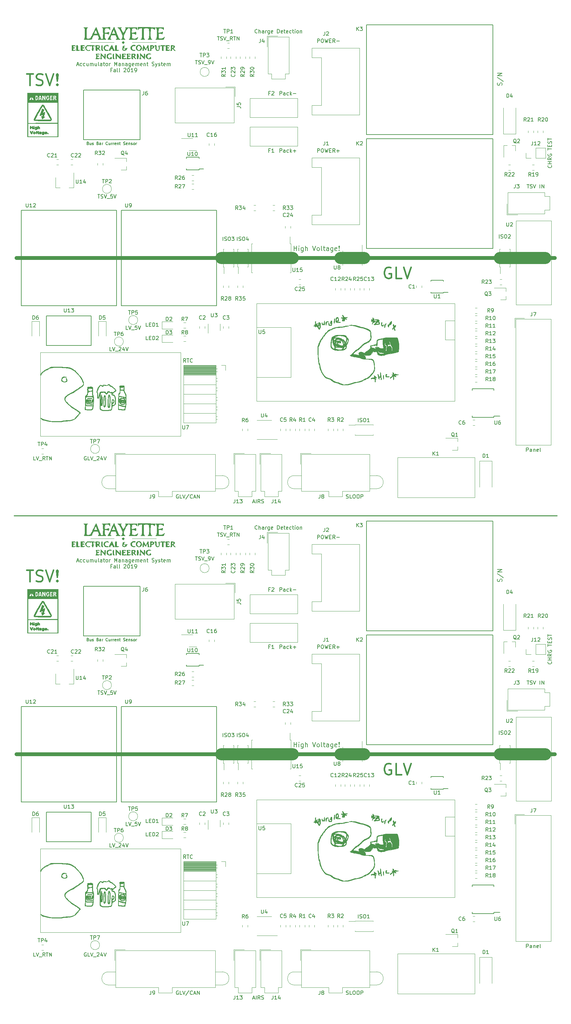
<source format=gbr>
*
%LPD*%
%LNPacMan-F_SilkS*%
%FSLAX25Y25*%
%MOIN*%
%AD*%
%AD*%
%ADD34C,0.039370079*%
%ADD35C,0.01*%
%ADD36C,0.004724409*%
%ADD37C,0.005905512*%
%ADD57C,0.000393701*%
%ADD58C,0.015748031*%
%ADD59C,0.125984252*%
%ADD60C,0.005*%
G54D58*
%SRX1Y1I0.0J0.0*%
G1X395243Y259893D2*
G1X394118Y260455D1*
G1X392430Y260455D1*
G1X390743Y259893D1*
G1X389618Y258768D1*
G1X389056Y257643D1*
G1X388493Y255394D1*
G1X388493Y253706D1*
G1X389056Y251457D1*
G1X389618Y250332D1*
G1X390743Y249207D1*
G1X392430Y248644D1*
G1X393555Y248644D1*
G1X395243Y249207D1*
G1X395805Y249769D1*
G1X395805Y253706D1*
G1X393555Y253706D1*
G1X406491Y248644D2*
G1X400867Y248644D1*
G1X400867Y260455D1*
G1X408741Y260455D2*
G1X412678Y248644D1*
G1X416615Y260455D1*
G1X13119Y462955D2*
G1X19868Y462955D1*
G1X16493Y451144D2*
G1X16493Y462955D1*
G1X23243Y451707D2*
G1X24930Y451144D1*
G1X27742Y451144D1*
G1X28867Y451707D1*
G1X29429Y452269D1*
G1X29992Y453394D1*
G1X29992Y454519D1*
G1X29429Y455644D1*
G1X28867Y456206D1*
G1X27742Y456769D1*
G1X25492Y457331D1*
G1X24367Y457894D1*
G1X23805Y458456D1*
G1X23243Y459581D1*
G1X23243Y460706D1*
G1X23805Y461831D1*
G1X24367Y462393D1*
G1X25492Y462955D1*
G1X28304Y462955D1*
G1X29992Y462393D1*
G1X33366Y462955D2*
G1X37303Y451144D1*
G1X41240Y462955D1*
G1X45177Y452269D2*
G1X45740Y451707D1*
G1X45177Y451144D1*
G1X44615Y451707D1*
G1X45177Y452269D1*
G1X45177Y451144D1*
G1X45177Y455644D2*
G1X44615Y462393D1*
G1X45177Y462955D1*
G1X45740Y462393D1*
G1X45177Y455644D1*
G1X45177Y462955D1*
G1X511984Y450926D2*
G54D37*
G1X512218Y451629D1*
G1X512218Y452801D1*
G1X511984Y453269D1*
G1X511749Y453504D1*
G1X511281Y453738D1*
G1X510812Y453738D1*
G1X510343Y453504D1*
G1X510109Y453269D1*
G1X509875Y452801D1*
G1X509640Y451863D1*
G1X509406Y451395D1*
G1X509172Y451160D1*
G1X508703Y450926D1*
G1X508234Y450926D1*
G1X507765Y451160D1*
G1X507531Y451395D1*
G1X507297Y451863D1*
G1X507297Y453035D1*
G1X507531Y453738D1*
G1X507062Y459362D2*
G1X513390Y455144D1*
G1X512218Y461003D2*
G1X507297Y461003D1*
G1X512218Y463815D1*
G1X507297Y463815D1*
G1X217492Y269988D2*
G54D59*
G1X292492Y269988D1*
G1X342492Y269988D2*
G1X367492Y269988D1*
G1X509992Y269988D2*
G1X557492Y269988D1*
G1X65873Y472579D2*
G54D37*
G1X67748Y472579D1*
G1X65498Y471455D2*
G1X66810Y475392D1*
G1X68123Y471455D1*
G1X71122Y471642D2*
G1X70747Y471455D1*
G1X69997Y471455D1*
G1X69622Y471642D1*
G1X69435Y471829D1*
G1X69247Y472204D1*
G1X69247Y473329D1*
G1X69435Y473704D1*
G1X69622Y473892D1*
G1X69997Y474079D1*
G1X70747Y474079D1*
G1X71122Y473892D1*
G1X74497Y471642D2*
G1X74122Y471455D1*
G1X73372Y471455D1*
G1X72997Y471642D1*
G1X72810Y471829D1*
G1X72622Y472204D1*
G1X72622Y473329D1*
G1X72810Y473704D1*
G1X72997Y473892D1*
G1X73372Y474079D1*
G1X74122Y474079D1*
G1X74497Y473892D1*
G1X77871Y474079D2*
G1X77871Y471455D1*
G1X76184Y474079D2*
G1X76184Y472017D1*
G1X76372Y471642D1*
G1X76747Y471455D1*
G1X77309Y471455D1*
G1X77684Y471642D1*
G1X77871Y471829D1*
G1X79746Y471455D2*
G1X79746Y474079D1*
G1X79746Y473704D2*
G1X79934Y473892D1*
G1X80309Y474079D1*
G1X80871Y474079D1*
G1X81246Y473892D1*
G1X81433Y473517D1*
G1X81433Y471455D1*
G1X81433Y473517D2*
G1X81621Y473892D1*
G1X81996Y474079D1*
G1X82558Y474079D1*
G1X82933Y473892D1*
G1X83121Y473517D1*
G1X83121Y471455D1*
G1X86683Y474079D2*
G1X86683Y471455D1*
G1X84996Y474079D2*
G1X84996Y472017D1*
G1X85183Y471642D1*
G1X85558Y471455D1*
G1X86120Y471455D1*
G1X86495Y471642D1*
G1X86683Y471829D1*
G1X89120Y471455D2*
G1X88745Y471642D1*
G1X88558Y472017D1*
G1X88558Y475392D1*
G1X92307Y471455D2*
G1X92307Y473517D1*
G1X92120Y473892D1*
G1X91745Y474079D1*
G1X90995Y474079D1*
G1X90620Y473892D1*
G1X92307Y471642D2*
G1X91932Y471455D1*
G1X90995Y471455D1*
G1X90620Y471642D1*
G1X90432Y472017D1*
G1X90432Y472392D1*
G1X90620Y472767D1*
G1X90995Y472954D1*
G1X91932Y472954D1*
G1X92307Y473142D1*
G1X93619Y474079D2*
G1X95119Y474079D1*
G1X94182Y475392D2*
G1X94182Y472017D1*
G1X94369Y471642D1*
G1X94744Y471455D1*
G1X95119Y471455D1*
G1X96994Y471455D2*
G1X96619Y471642D1*
G1X96432Y471829D1*
G1X96244Y472204D1*
G1X96244Y473329D1*
G1X96432Y473704D1*
G1X96619Y473892D1*
G1X96994Y474079D1*
G1X97556Y474079D1*
G1X97931Y473892D1*
G1X98119Y473704D1*
G1X98306Y473329D1*
G1X98306Y472204D1*
G1X98119Y471829D1*
G1X97931Y471642D1*
G1X97556Y471455D1*
G1X96994Y471455D1*
G1X99994Y471455D2*
G1X99994Y474079D1*
G1X99994Y473329D2*
G1X100181Y473704D1*
G1X100369Y473892D1*
G1X100744Y474079D1*
G1X101119Y474079D1*
G1X105430Y471455D2*
G1X105430Y475392D1*
G1X106743Y472579D1*
G1X108055Y475392D1*
G1X108055Y471455D1*
G1X111617Y471455D2*
G1X111617Y473517D1*
G1X111430Y473892D1*
G1X111055Y474079D1*
G1X110305Y474079D1*
G1X109930Y473892D1*
G1X111617Y471642D2*
G1X111242Y471455D1*
G1X110305Y471455D1*
G1X109930Y471642D1*
G1X109742Y472017D1*
G1X109742Y472392D1*
G1X109930Y472767D1*
G1X110305Y472954D1*
G1X111242Y472954D1*
G1X111617Y473142D1*
G1X113492Y474079D2*
G1X113492Y471455D1*
G1X113492Y473704D2*
G1X113679Y473892D1*
G1X114054Y474079D1*
G1X114617Y474079D1*
G1X114992Y473892D1*
G1X115179Y473517D1*
G1X115179Y471455D1*
G1X118741Y471455D2*
G1X118741Y473517D1*
G1X118554Y473892D1*
G1X118179Y474079D1*
G1X117429Y474079D1*
G1X117054Y473892D1*
G1X118741Y471642D2*
G1X118366Y471455D1*
G1X117429Y471455D1*
G1X117054Y471642D1*
G1X116867Y472017D1*
G1X116867Y472392D1*
G1X117054Y472767D1*
G1X117429Y472954D1*
G1X118366Y472954D1*
G1X118741Y473142D1*
G1X122303Y474079D2*
G1X122303Y470892D1*
G1X122116Y470517D1*
G1X121928Y470330D1*
G1X121553Y470142D1*
G1X120991Y470142D1*
G1X120616Y470330D1*
G1X122303Y471642D2*
G1X121928Y471455D1*
G1X121179Y471455D1*
G1X120804Y471642D1*
G1X120616Y471829D1*
G1X120429Y472204D1*
G1X120429Y473329D1*
G1X120616Y473704D1*
G1X120804Y473892D1*
G1X121179Y474079D1*
G1X121928Y474079D1*
G1X122303Y473892D1*
G1X125678Y471642D2*
G1X125303Y471455D1*
G1X124553Y471455D1*
G1X124178Y471642D1*
G1X123991Y472017D1*
G1X123991Y473517D1*
G1X124178Y473892D1*
G1X124553Y474079D1*
G1X125303Y474079D1*
G1X125678Y473892D1*
G1X125865Y473517D1*
G1X125865Y473142D1*
G1X123991Y472767D1*
G1X127553Y471455D2*
G1X127553Y474079D1*
G1X127553Y473704D2*
G1X127740Y473892D1*
G1X128115Y474079D1*
G1X128678Y474079D1*
G1X129053Y473892D1*
G1X129240Y473517D1*
G1X129240Y471455D1*
G1X129240Y473517D2*
G1X129427Y473892D1*
G1X129802Y474079D1*
G1X130365Y474079D1*
G1X130740Y473892D1*
G1X130927Y473517D1*
G1X130927Y471455D1*
G1X134302Y471642D2*
G1X133927Y471455D1*
G1X133177Y471455D1*
G1X132802Y471642D1*
G1X132615Y472017D1*
G1X132615Y473517D1*
G1X132802Y473892D1*
G1X133177Y474079D1*
G1X133927Y474079D1*
G1X134302Y473892D1*
G1X134489Y473517D1*
G1X134489Y473142D1*
G1X132615Y472767D1*
G1X136177Y474079D2*
G1X136177Y471455D1*
G1X136177Y473704D2*
G1X136364Y473892D1*
G1X136739Y474079D1*
G1X137301Y474079D1*
G1X137676Y473892D1*
G1X137864Y473517D1*
G1X137864Y471455D1*
G1X139176Y474079D2*
G1X140676Y474079D1*
G1X139739Y475392D2*
G1X139739Y472017D1*
G1X139926Y471642D1*
G1X140301Y471455D1*
G1X140676Y471455D1*
G1X144801Y471642D2*
G1X145363Y471455D1*
G1X146300Y471455D1*
G1X146675Y471642D1*
G1X146863Y471829D1*
G1X147050Y472204D1*
G1X147050Y472579D1*
G1X146863Y472954D1*
G1X146675Y473142D1*
G1X146300Y473329D1*
G1X145550Y473517D1*
G1X145176Y473704D1*
G1X144988Y473892D1*
G1X144801Y474267D1*
G1X144801Y474642D1*
G1X144988Y475017D1*
G1X145176Y475204D1*
G1X145550Y475392D1*
G1X146488Y475392D1*
G1X147050Y475204D1*
G1X148363Y474079D2*
G1X149300Y471455D1*
G1X150237Y474079D2*
G1X149300Y471455D1*
G1X148925Y470517D1*
G1X148738Y470330D1*
G1X148363Y470142D1*
G1X151550Y471642D2*
G1X151925Y471455D1*
G1X152675Y471455D1*
G1X153050Y471642D1*
G1X153237Y472017D1*
G1X153237Y472204D1*
G1X153050Y472579D1*
G1X152675Y472767D1*
G1X152112Y472767D1*
G1X151737Y472954D1*
G1X151550Y473329D1*
G1X151550Y473517D1*
G1X151737Y473892D1*
G1X152112Y474079D1*
G1X152675Y474079D1*
G1X153050Y473892D1*
G1X154362Y474079D2*
G1X155862Y474079D1*
G1X154924Y475392D2*
G1X154924Y472017D1*
G1X155112Y471642D1*
G1X155487Y471455D1*
G1X155862Y471455D1*
G1X158674Y471642D2*
G1X158299Y471455D1*
G1X157549Y471455D1*
G1X157174Y471642D1*
G1X156987Y472017D1*
G1X156987Y473517D1*
G1X157174Y473892D1*
G1X157549Y474079D1*
G1X158299Y474079D1*
G1X158674Y473892D1*
G1X158861Y473517D1*
G1X158861Y473142D1*
G1X156987Y472767D1*
G1X160549Y471455D2*
G1X160549Y474079D1*
G1X160549Y473704D2*
G1X160736Y473892D1*
G1X161111Y474079D1*
G1X161673Y474079D1*
G1X162048Y473892D1*
G1X162236Y473517D1*
G1X162236Y471455D1*
G1X162236Y473517D2*
G1X162423Y473892D1*
G1X162798Y474079D1*
G1X163361Y474079D1*
G1X163736Y473892D1*
G1X163923Y473517D1*
G1X163923Y471455D1*
G1X102712Y467021D2*
G1X101400Y467021D1*
G1X101400Y464958D2*
G1X101400Y468895D1*
G1X103274Y468895D1*
G1X106462Y464958D2*
G1X106462Y467021D1*
G1X106274Y467396D1*
G1X105899Y467583D1*
G1X105149Y467583D1*
G1X104774Y467396D1*
G1X106462Y465146D2*
G1X106087Y464958D1*
G1X105149Y464958D1*
G1X104774Y465146D1*
G1X104587Y465521D1*
G1X104587Y465896D1*
G1X104774Y466271D1*
G1X105149Y466458D1*
G1X106087Y466458D1*
G1X106462Y466646D1*
G1X108899Y464958D2*
G1X108524Y465146D1*
G1X108336Y465521D1*
G1X108336Y468895D1*
G1X110961Y464958D2*
G1X110586Y465146D1*
G1X110399Y465521D1*
G1X110399Y468895D1*
G1X115273Y468521D2*
G1X115460Y468708D1*
G1X115835Y468895D1*
G1X116773Y468895D1*
G1X117148Y468708D1*
G1X117335Y468521D1*
G1X117523Y468146D1*
G1X117523Y467771D1*
G1X117335Y467208D1*
G1X115086Y464958D1*
G1X117523Y464958D1*
G1X119960Y468895D2*
G1X120335Y468895D1*
G1X120710Y468708D1*
G1X120897Y468521D1*
G1X121085Y468146D1*
G1X121272Y467396D1*
G1X121272Y466458D1*
G1X121085Y465708D1*
G1X120897Y465333D1*
G1X120710Y465146D1*
G1X120335Y464958D1*
G1X119960Y464958D1*
G1X119585Y465146D1*
G1X119397Y465333D1*
G1X119210Y465708D1*
G1X119023Y466458D1*
G1X119023Y467396D1*
G1X119210Y468146D1*
G1X119397Y468521D1*
G1X119585Y468708D1*
G1X119960Y468895D1*
G1X125022Y464958D2*
G1X122772Y464958D1*
G1X123897Y464958D2*
G1X123897Y468895D1*
G1X123522Y468333D1*
G1X123147Y467958D1*
G1X122772Y467771D1*
G1X126897Y464958D2*
G1X127646Y464958D1*
G1X128021Y465146D1*
G1X128209Y465333D1*
G1X128584Y465896D1*
G1X128771Y466646D1*
G1X128771Y468146D1*
G1X128584Y468521D1*
G1X128396Y468708D1*
G1X128021Y468895D1*
G1X127271Y468895D1*
G1X126897Y468708D1*
G1X126709Y468521D1*
G1X126522Y468146D1*
G1X126522Y467208D1*
G1X126709Y466833D1*
G1X126897Y466646D1*
G1X127271Y466458D1*
G1X128021Y466458D1*
G1X128396Y466646D1*
G1X128584Y466833D1*
G1X128771Y467208D1*
G1X293823Y277761D2*
G1X293823Y282682D1*
G1X293823Y280339D2*
G1X296635Y280339D1*
G1X296635Y277761D2*
G1X296635Y282682D1*
G1X298978Y277761D2*
G1X298978Y281042D1*
G1X298978Y282682D2*
G1X298744Y282448D1*
G1X298978Y282214D1*
G1X299213Y282448D1*
G1X298978Y282682D1*
G1X298978Y282214D1*
G1X303431Y281042D2*
G1X303431Y277058D1*
G1X303197Y276589D1*
G1X302962Y276355D1*
G1X302494Y276121D1*
G1X301791Y276121D1*
G1X301322Y276355D1*
G1X303431Y277996D2*
G1X302962Y277761D1*
G1X302025Y277761D1*
G1X301556Y277996D1*
G1X301322Y278230D1*
G1X301088Y278699D1*
G1X301088Y280105D1*
G1X301322Y280573D1*
G1X301556Y280808D1*
G1X302025Y281042D1*
G1X302962Y281042D1*
G1X303431Y280808D1*
G1X305774Y277761D2*
G1X305774Y282682D1*
G1X307884Y277761D2*
G1X307884Y280339D1*
G1X307649Y280808D1*
G1X307181Y281042D1*
G1X306478Y281042D1*
G1X306009Y280808D1*
G1X305774Y280573D1*
G1X313274Y282682D2*
G1X314914Y277761D1*
G1X316554Y282682D1*
G1X318898Y277761D2*
G1X318429Y277996D1*
G1X318195Y278230D1*
G1X317960Y278699D1*
G1X317960Y280105D1*
G1X318195Y280573D1*
G1X318429Y280808D1*
G1X318898Y281042D1*
G1X319601Y281042D1*
G1X320070Y280808D1*
G1X320304Y280573D1*
G1X320538Y280105D1*
G1X320538Y278699D1*
G1X320304Y278230D1*
G1X320070Y277996D1*
G1X319601Y277761D1*
G1X318898Y277761D1*
G1X323350Y277761D2*
G1X322882Y277996D1*
G1X322647Y278464D1*
G1X322647Y282682D1*
G1X324522Y281042D2*
G1X326397Y281042D1*
G1X325225Y282682D2*
G1X325225Y278464D1*
G1X325460Y277996D1*
G1X325928Y277761D1*
G1X326397Y277761D1*
G1X330146Y277761D2*
G1X330146Y280339D1*
G1X329912Y280808D1*
G1X329443Y281042D1*
G1X328506Y281042D1*
G1X328037Y280808D1*
G1X330146Y277996D2*
G1X329678Y277761D1*
G1X328506Y277761D1*
G1X328037Y277996D1*
G1X327803Y278464D1*
G1X327803Y278933D1*
G1X328037Y279402D1*
G1X328506Y279636D1*
G1X329678Y279636D1*
G1X330146Y279870D1*
G1X334599Y281042D2*
G1X334599Y277058D1*
G1X334365Y276589D1*
G1X334130Y276355D1*
G1X333662Y276121D1*
G1X332959Y276121D1*
G1X332490Y276355D1*
G1X334599Y277996D2*
G1X334130Y277761D1*
G1X333193Y277761D1*
G1X332724Y277996D1*
G1X332490Y278230D1*
G1X332256Y278699D1*
G1X332256Y280105D1*
G1X332490Y280573D1*
G1X332724Y280808D1*
G1X333193Y281042D1*
G1X334130Y281042D1*
G1X334599Y280808D1*
G1X338817Y277996D2*
G1X338349Y277761D1*
G1X337411Y277761D1*
G1X336942Y277996D1*
G1X336708Y278464D1*
G1X336708Y280339D1*
G1X336942Y280808D1*
G1X337411Y281042D1*
G1X338349Y281042D1*
G1X338817Y280808D1*
G1X339052Y280339D1*
G1X339052Y279870D1*
G1X336708Y279402D1*
G1X341161Y278230D2*
G1X341395Y277996D1*
G1X341161Y277761D1*
G1X340926Y277996D1*
G1X341161Y278230D1*
G1X341161Y277761D1*
G1X341161Y279636D2*
G1X340926Y282448D1*
G1X341161Y282682D1*
G1X341395Y282448D1*
G1X341161Y279636D1*
G1X341161Y282682D1*
G1X27492Y170988D2*
G54D36*
G1X27492Y83488D1*
G1X174992Y83488D2*
G1X27492Y83488D1*
G1X174992Y170988D2*
G1X174992Y83488D1*
G1X27492Y170988D2*
G1X174992Y170988D1*
G1X77534Y390198D2*
G54D37*
G1X77956Y390058D1*
G1X78096Y389917D1*
G1X78237Y389636D1*
G1X78237Y389214D1*
G1X78096Y388933D1*
G1X77956Y388792D1*
G1X77675Y388652D1*
G1X76550Y388652D1*
G1X76550Y391605D1*
G1X77534Y391605D1*
G1X77815Y391464D1*
G1X77956Y391323D1*
G1X78096Y391042D1*
G1X78096Y390761D1*
G1X77956Y390480D1*
G1X77815Y390339D1*
G1X77534Y390198D1*
G1X76550Y390198D1*
G1X80768Y390620D2*
G1X80768Y388652D1*
G1X79502Y390620D2*
G1X79502Y389074D1*
G1X79643Y388792D1*
G1X79924Y388652D1*
G1X80346Y388652D1*
G1X80627Y388792D1*
G1X80768Y388933D1*
G1X82033Y388792D2*
G1X82315Y388652D1*
G1X82877Y388652D1*
G1X83158Y388792D1*
G1X83299Y389074D1*
G1X83299Y389214D1*
G1X83158Y389495D1*
G1X82877Y389636D1*
G1X82455Y389636D1*
G1X82174Y389777D1*
G1X82033Y390058D1*
G1X82033Y390198D1*
G1X82174Y390480D1*
G1X82455Y390620D1*
G1X82877Y390620D1*
G1X83158Y390480D1*
G1X87798Y390198D2*
G1X88220Y390058D1*
G1X88361Y389917D1*
G1X88501Y389636D1*
G1X88501Y389214D1*
G1X88361Y388933D1*
G1X88220Y388792D1*
G1X87939Y388652D1*
G1X86814Y388652D1*
G1X86814Y391605D1*
G1X87798Y391605D1*
G1X88079Y391464D1*
G1X88220Y391323D1*
G1X88361Y391042D1*
G1X88361Y390761D1*
G1X88220Y390480D1*
G1X88079Y390339D1*
G1X87798Y390198D1*
G1X86814Y390198D1*
G1X91032Y388652D2*
G1X91032Y390198D1*
G1X90892Y390480D1*
G1X90610Y390620D1*
G1X90048Y390620D1*
G1X89767Y390480D1*
G1X91032Y388792D2*
G1X90751Y388652D1*
G1X90048Y388652D1*
G1X89767Y388792D1*
G1X89626Y389074D1*
G1X89626Y389355D1*
G1X89767Y389636D1*
G1X90048Y389777D1*
G1X90751Y389777D1*
G1X91032Y389917D1*
G1X92438Y388652D2*
G1X92438Y390620D1*
G1X92438Y390058D2*
G1X92579Y390339D1*
G1X92720Y390480D1*
G1X93001Y390620D1*
G1X93282Y390620D1*
G1X98203Y388933D2*
G1X98063Y388792D1*
G1X97641Y388652D1*
G1X97360Y388652D1*
G1X96938Y388792D1*
G1X96657Y389074D1*
G1X96516Y389355D1*
G1X96375Y389917D1*
G1X96375Y390339D1*
G1X96516Y390901D1*
G1X96657Y391183D1*
G1X96938Y391464D1*
G1X97360Y391605D1*
G1X97641Y391605D1*
G1X98063Y391464D1*
G1X98203Y391323D1*
G1X100734Y390620D2*
G1X100734Y388652D1*
G1X99469Y390620D2*
G1X99469Y389074D1*
G1X99609Y388792D1*
G1X99891Y388652D1*
G1X100312Y388652D1*
G1X100594Y388792D1*
G1X100734Y388933D1*
G1X102140Y388652D2*
G1X102140Y390620D1*
G1X102140Y390058D2*
G1X102281Y390339D1*
G1X102421Y390480D1*
G1X102703Y390620D1*
G1X102984Y390620D1*
G1X103968Y388652D2*
G1X103968Y390620D1*
G1X103968Y390058D2*
G1X104109Y390339D1*
G1X104249Y390480D1*
G1X104531Y390620D1*
G1X104812Y390620D1*
G1X106921Y388792D2*
G1X106640Y388652D1*
G1X106077Y388652D1*
G1X105796Y388792D1*
G1X105655Y389074D1*
G1X105655Y390198D1*
G1X105796Y390480D1*
G1X106077Y390620D1*
G1X106640Y390620D1*
G1X106921Y390480D1*
G1X107061Y390198D1*
G1X107061Y389917D1*
G1X105655Y389636D1*
G1X108327Y390620D2*
G1X108327Y388652D1*
G1X108327Y390339D2*
G1X108468Y390480D1*
G1X108749Y390620D1*
G1X109171Y390620D1*
G1X109452Y390480D1*
G1X109592Y390198D1*
G1X109592Y388652D1*
G1X110577Y390620D2*
G1X111702Y390620D1*
G1X110999Y391605D2*
G1X110999Y389074D1*
G1X111139Y388792D1*
G1X111420Y388652D1*
G1X111702Y388652D1*
G1X114795Y388792D2*
G1X115217Y388652D1*
G1X115920Y388652D1*
G1X116201Y388792D1*
G1X116342Y388933D1*
G1X116482Y389214D1*
G1X116482Y389495D1*
G1X116342Y389777D1*
G1X116201Y389917D1*
G1X115920Y390058D1*
G1X115357Y390198D1*
G1X115076Y390339D1*
G1X114936Y390480D1*
G1X114795Y390761D1*
G1X114795Y391042D1*
G1X114936Y391323D1*
G1X115076Y391464D1*
G1X115357Y391605D1*
G1X116060Y391605D1*
G1X116482Y391464D1*
G1X118873Y388792D2*
G1X118591Y388652D1*
G1X118029Y388652D1*
G1X117748Y388792D1*
G1X117607Y389074D1*
G1X117607Y390198D1*
G1X117748Y390480D1*
G1X118029Y390620D1*
G1X118591Y390620D1*
G1X118873Y390480D1*
G1X119013Y390198D1*
G1X119013Y389917D1*
G1X117607Y389636D1*
G1X120279Y390620D2*
G1X120279Y388652D1*
G1X120279Y390339D2*
G1X120419Y390480D1*
G1X120700Y390620D1*
G1X121122Y390620D1*
G1X121403Y390480D1*
G1X121544Y390198D1*
G1X121544Y388652D1*
G1X122810Y388792D2*
G1X123091Y388652D1*
G1X123653Y388652D1*
G1X123934Y388792D1*
G1X124075Y389074D1*
G1X124075Y389214D1*
G1X123934Y389495D1*
G1X123653Y389636D1*
G1X123231Y389636D1*
G1X122950Y389777D1*
G1X122810Y390058D1*
G1X122810Y390198D1*
G1X122950Y390480D1*
G1X123231Y390620D1*
G1X123653Y390620D1*
G1X123934Y390480D1*
G1X125762Y388652D2*
G1X125481Y388792D1*
G1X125340Y388933D1*
G1X125200Y389214D1*
G1X125200Y390058D1*
G1X125340Y390339D1*
G1X125481Y390480D1*
G1X125762Y390620D1*
G1X126184Y390620D1*
G1X126465Y390480D1*
G1X126606Y390339D1*
G1X126747Y390058D1*
G1X126747Y389214D1*
G1X126606Y388933D1*
G1X126465Y388792D1*
G1X126184Y388652D1*
G1X125762Y388652D1*
G1X128012Y388652D2*
G1X128012Y390620D1*
G1X128012Y390058D2*
G1X128153Y390339D1*
G1X128293Y390480D1*
G1X128574Y390620D1*
G1X128856Y390620D1*
G1X250524Y14331D2*
G1X252399Y14331D1*
G1X250149Y13206D2*
G1X251461Y17144D1*
G1X252773Y13206D1*
G1X254086Y13206D2*
G1X254086Y17144D1*
G1X258210Y13206D2*
G1X256898Y15081D1*
G1X255961Y13206D2*
G1X255961Y17144D1*
G1X257460Y17144D1*
G1X257835Y16956D1*
G1X258023Y16769D1*
G1X258210Y16394D1*
G1X258210Y15831D1*
G1X258023Y15456D1*
G1X257835Y15269D1*
G1X257460Y15081D1*
G1X255961Y15081D1*
G1X259710Y13394D2*
G1X260273Y13206D1*
G1X261210Y13206D1*
G1X261585Y13394D1*
G1X261772Y13581D1*
G1X261960Y13956D1*
G1X261960Y14331D1*
G1X261772Y14706D1*
G1X261585Y14894D1*
G1X261210Y15081D1*
G1X260460Y15269D1*
G1X260085Y15456D1*
G1X259898Y15644D1*
G1X259710Y16019D1*
G1X259710Y16394D1*
G1X259898Y16769D1*
G1X260085Y16956D1*
G1X260460Y17144D1*
G1X261397Y17144D1*
G1X261960Y16956D1*
G1X140586Y184206D2*
G1X138711Y184206D1*
G1X138711Y188144D1*
G1X141898Y186269D2*
G1X143211Y186269D1*
G1X143773Y184206D2*
G1X141898Y184206D1*
G1X141898Y188144D1*
G1X143773Y188144D1*
G1X145460Y184206D2*
G1X145460Y188144D1*
G1X146398Y188144D1*
G1X146960Y187956D1*
G1X147335Y187581D1*
G1X147523Y187206D1*
G1X147710Y186456D1*
G1X147710Y185894D1*
G1X147523Y185144D1*
G1X147335Y184769D1*
G1X146960Y184394D1*
G1X146398Y184206D1*
G1X145460Y184206D1*
G1X149210Y187769D2*
G1X149397Y187956D1*
G1X149772Y188144D1*
G1X150710Y188144D1*
G1X151085Y187956D1*
G1X151272Y187769D1*
G1X151460Y187394D1*
G1X151460Y187019D1*
G1X151272Y186456D1*
G1X149023Y184206D1*
G1X151460Y184206D1*
G1X140586Y198206D2*
G1X138711Y198206D1*
G1X138711Y202144D1*
G1X141898Y200269D2*
G1X143211Y200269D1*
G1X143773Y198206D2*
G1X141898Y198206D1*
G1X141898Y202144D1*
G1X143773Y202144D1*
G1X145460Y198206D2*
G1X145460Y202144D1*
G1X146398Y202144D1*
G1X146960Y201956D1*
G1X147335Y201581D1*
G1X147523Y201206D1*
G1X147710Y200456D1*
G1X147710Y199894D1*
G1X147523Y199144D1*
G1X147335Y198769D1*
G1X146960Y198394D1*
G1X146398Y198206D1*
G1X145460Y198206D1*
G1X151460Y198206D2*
G1X149210Y198206D1*
G1X150335Y198206D2*
G1X150335Y202144D1*
G1X149960Y201581D1*
G1X149585Y201206D1*
G1X149210Y201019D1*
G1X2492Y269988D2*
G54D34*
G1X567492Y269988D1*
G54D57*
G36*
G1X76453Y122949D2*
G1X76500Y122888D1*
G1X77007Y122757D1*
G1X77998Y122672D1*
G1X79376Y122641D1*
G1X79959Y122646D1*
G1X81196Y122700D1*
G1X82008Y122804D1*
G1X82299Y122949D1*
G1X82253Y123010D1*
G1X81745Y123141D1*
G1X80755Y123226D1*
G1X79376Y123257D1*
G1X78794Y123252D1*
G1X77557Y123198D1*
G1X76745Y123094D1*
G1X76453Y122949D1*
G37*
G1X80755Y123226D2*
G1X81745Y123141D1*
G1X82253Y123010D1*
G1X82299Y122949D1*
G1X82008Y122804D1*
G1X81196Y122700D1*
G1X79959Y122646D1*
G1X79376Y122641D1*
G1X77998Y122672D1*
G1X77007Y122757D1*
G1X76500Y122888D1*
G1X76453Y122949D1*
G1X76745Y123094D1*
G1X77557Y123198D1*
G1X78794Y123252D1*
G1X79376Y123257D1*
G1X80755Y123226D1*
G36*
G1X75838Y117457D2*
G1X75927Y117325D1*
G1X76521Y117148D1*
G1X77607Y117066D1*
G1X78325Y117036D1*
G1X79463Y116935D1*
G1X80299Y116795D1*
G1X80707Y116694D1*
G1X81437Y116553D1*
G1X81890Y116583D1*
G1X82291Y116783D1*
G1X82409Y116863D1*
G1X82596Y117083D1*
G1X82425Y117250D1*
G1X81832Y117383D1*
G1X80751Y117498D1*
G1X79120Y117611D1*
G1X77771Y117679D1*
G1X76654Y117689D1*
G1X76031Y117616D1*
G1X75838Y117457D1*
G37*
G1X77771Y117679D2*
G1X79120Y117611D1*
G1X80751Y117498D1*
G1X81832Y117383D1*
G1X82425Y117250D1*
G1X82596Y117083D1*
G1X82409Y116863D1*
G1X82291Y116783D1*
G1X81890Y116583D1*
G1X81437Y116553D1*
G1X80707Y116694D1*
G1X80299Y116795D1*
G1X79463Y116935D1*
G1X78325Y117036D1*
G1X77607Y117066D1*
G1X76521Y117148D1*
G1X75927Y117325D1*
G1X75838Y117457D1*
G1X76031Y117616D1*
G1X76654Y117689D1*
G1X77771Y117679D1*
G36*
G1X90804Y115899D2*
G1X90843Y115488D1*
G1X91015Y115329D1*
G1X91573Y115255D1*
G1X92194Y115408D1*
G1X92574Y115743D1*
G1X92646Y116225D1*
G1X92705Y117184D1*
G1X92745Y118480D1*
G1X92754Y119425D1*
G1X92106Y119425D1*
G1X92104Y118619D1*
G1X92055Y117302D1*
G1X91964Y116405D1*
G1X91838Y116026D1*
G1X91724Y116125D1*
G1X91621Y116694D1*
G1X91565Y117632D1*
G1X91557Y118802D1*
G1X91577Y119425D1*
G1X90918Y119425D1*
G1X90851Y118022D1*
G1X90809Y116782D1*
G1X90804Y115899D1*
G37*
G36*
G1X90922Y119501D2*
G1X90918Y119425D1*
G1X91577Y119425D1*
G1X91597Y120067D1*
G1X91685Y121290D1*
G1X91822Y122334D1*
G1X91910Y122741D1*
G1X91990Y122824D1*
G1X92046Y122417D1*
G1X92083Y121479D1*
G1X92107Y119967D1*
G1X92106Y119425D1*
G1X92754Y119425D1*
G1X92759Y119974D1*
G1X92742Y121469D1*
G1X92666Y122931D1*
G1X92521Y123943D1*
G1X92298Y124600D1*
G1X91982Y125408D1*
G1X91838Y126215D1*
G1X91777Y126687D1*
G1X91578Y126949D1*
G1X91551Y126911D1*
G1X91459Y126432D1*
G1X91353Y125495D1*
G1X91238Y124218D1*
G1X91124Y122716D1*
G1X91016Y121105D1*
G1X90922Y119501D1*
G37*
G1X91777Y126687D2*
G1X91838Y126215D1*
G1X91982Y125408D1*
G1X92298Y124600D1*
G1X92521Y123943D1*
G1X92666Y122931D1*
G1X92742Y121469D1*
G1X92759Y119974D1*
G1X92745Y118480D1*
G1X92705Y117184D1*
G1X92646Y116225D1*
G1X92574Y115743D1*
G1X92194Y115408D1*
G1X91573Y115255D1*
G1X91015Y115329D1*
G1X90843Y115488D1*
G1X90804Y115899D1*
G1X90809Y116782D1*
G1X90851Y118022D1*
G1X90889Y118802D1*
G1X91557Y118802D1*
G1X91565Y117632D1*
G1X91621Y116694D1*
G1X91724Y116125D1*
G1X91838Y116026D1*
G1X91964Y116405D1*
G1X92055Y117302D1*
G1X92104Y118619D1*
G1X92107Y119967D1*
G1X92083Y121479D1*
G1X92046Y122417D1*
G1X91990Y122824D1*
G1X91910Y122741D1*
G1X91822Y122334D1*
G1X91685Y121290D1*
G1X91597Y120067D1*
G1X91557Y118802D1*
G1X90889Y118802D1*
G1X90922Y119501D1*
G1X91016Y121105D1*
G1X91124Y122716D1*
G1X91238Y124218D1*
G1X91353Y125495D1*
G1X91459Y126432D1*
G1X91551Y126911D1*
G1X91578Y126949D1*
G1X91777Y126687D1*
G36*
G1X93729Y117422D2*
G1X93755Y116026D1*
G1X93830Y114972D1*
G1X93959Y114396D1*
G1X94448Y113833D1*
G1X95043Y113816D1*
G1X95667Y114402D1*
G1X95751Y114572D1*
G1X95935Y115368D1*
G1X96070Y116577D1*
G1X96156Y118072D1*
G1X96194Y119725D1*
G1X96193Y119881D1*
G1X95528Y119881D1*
G1X95521Y118538D1*
G1X95479Y116982D1*
G1X95399Y115892D1*
G1X95274Y115185D1*
G1X95096Y114781D1*
G1X95000Y114652D1*
G1X94755Y114432D1*
G1X94598Y114650D1*
G1X94436Y115393D1*
G1X94400Y115669D1*
G1X94353Y116667D1*
G1X94350Y118037D1*
G1X94387Y119615D1*
G1X94398Y119881D1*
G1X93778Y119881D1*
G1X93748Y119027D1*
G1X93729Y117422D1*
G37*
G36*
G1X93778Y119881D2*
G1X94398Y119881D1*
G1X94456Y121237D1*
G1X94551Y122737D1*
G1X94666Y123951D1*
G1X94795Y124715D1*
G1X94960Y125187D1*
G1X95158Y125329D1*
G1X95316Y124885D1*
G1X95433Y123874D1*
G1X95506Y122314D1*
G1X95530Y120220D1*
G1X95528Y119881D1*
G1X96193Y119881D1*
G1X96184Y121406D1*
G1X96126Y122988D1*
G1X96019Y124341D1*
G1X95865Y125338D1*
G1X95662Y125850D1*
G1X95547Y125961D1*
G1X95037Y126290D1*
G1X94662Y126095D1*
G1X94309Y125334D1*
G1X94184Y124831D1*
G1X94029Y123742D1*
G1X93903Y122322D1*
G1X93807Y120705D1*
G1X93778Y119881D1*
G37*
G1X95547Y125961D2*
G1X95662Y125850D1*
G1X95865Y125338D1*
G1X96019Y124341D1*
G1X96126Y122988D1*
G1X96184Y121406D1*
G1X96194Y119725D1*
G1X96156Y118072D1*
G1X96070Y116577D1*
G1X95935Y115368D1*
G1X95751Y114572D1*
G1X95667Y114402D1*
G1X95043Y113816D1*
G1X94448Y113833D1*
G1X93959Y114396D1*
G1X93830Y114972D1*
G1X93755Y116026D1*
G1X93729Y117422D1*
G1X93737Y118037D1*
G1X94350Y118037D1*
G1X94353Y116667D1*
G1X94400Y115669D1*
G1X94436Y115393D1*
G1X94598Y114650D1*
G1X94755Y114432D1*
G1X95000Y114652D1*
G1X95096Y114781D1*
G1X95274Y115185D1*
G1X95399Y115892D1*
G1X95479Y116982D1*
G1X95521Y118538D1*
G1X95530Y120220D1*
G1X95506Y122314D1*
G1X95433Y123874D1*
G1X95316Y124885D1*
G1X95158Y125329D1*
G1X94960Y125187D1*
G1X94795Y124715D1*
G1X94666Y123951D1*
G1X94551Y122737D1*
G1X94456Y121237D1*
G1X94387Y119615D1*
G1X94350Y118037D1*
G1X93737Y118037D1*
G1X93748Y119027D1*
G1X93807Y120705D1*
G1X93903Y122322D1*
G1X94029Y123742D1*
G1X94184Y124831D1*
G1X94309Y125334D1*
G1X94662Y126095D1*
G1X95037Y126290D1*
G1X95547Y125961D1*
G36*
G1X98154Y116029D2*
G1X98202Y114854D1*
G1X98308Y114155D1*
G1X98320Y114119D1*
G1X98736Y113339D1*
G1X99230Y113120D1*
G1X99745Y113488D1*
G1X100061Y114101D1*
G1X100414Y115334D1*
G1X100692Y116926D1*
G1X100883Y118735D1*
G1X100925Y119567D1*
G1X100257Y119567D1*
G1X100170Y118387D1*
G1X100016Y116888D1*
G1X99841Y115638D1*
G1X99668Y114818D1*
G1X99288Y113564D1*
G1X98933Y114468D1*
G1X98890Y114622D1*
G1X98805Y115402D1*
G1X98773Y116586D1*
G1X98788Y118048D1*
G1X98840Y119567D1*
G1X98222Y119567D1*
G1X98207Y119261D1*
G1X98158Y117543D1*
G1X98154Y116029D1*
G37*
G36*
G1X98222Y119567D2*
G1X98840Y119567D1*
G1X98843Y119659D1*
G1X98931Y121292D1*
G1X99047Y122820D1*
G1X99183Y124114D1*
G1X99333Y125048D1*
G1X99491Y125495D1*
G1X99725Y125571D1*
G1X99984Y125189D1*
G1X100177Y124329D1*
G1X100295Y123070D1*
G1X100327Y121488D1*
G1X100264Y119662D1*
G1X100257Y119567D1*
G1X100925Y119567D1*
G1X100979Y120618D1*
G1X100969Y122430D1*
G1X100842Y124030D1*
G1X100588Y125274D1*
G1X100154Y126359D1*
G1X99711Y126876D1*
G1X99283Y126793D1*
G1X98883Y126103D1*
G1X98724Y125449D1*
G1X98560Y124277D1*
G1X98415Y122765D1*
G1X98295Y121047D1*
G1X98222Y119567D1*
G37*
G1X100154Y126359D2*
G1X100588Y125274D1*
G1X100842Y124030D1*
G1X100969Y122430D1*
G1X100979Y120618D1*
G1X100883Y118735D1*
G1X100692Y116926D1*
G1X100414Y115334D1*
G1X100061Y114101D1*
G1X99745Y113488D1*
G1X99230Y113120D1*
G1X98736Y113339D1*
G1X98320Y114119D1*
G1X98308Y114155D1*
G1X98202Y114854D1*
G1X98154Y116029D1*
G1X98156Y116586D1*
G1X98773Y116586D1*
G1X98805Y115402D1*
G1X98890Y114622D1*
G1X98933Y114468D1*
G1X99288Y113564D1*
G1X99668Y114818D1*
G1X99841Y115638D1*
G1X100016Y116888D1*
G1X100170Y118387D1*
G1X100264Y119662D1*
G1X100327Y121488D1*
G1X100295Y123070D1*
G1X100177Y124329D1*
G1X99984Y125189D1*
G1X99725Y125571D1*
G1X99491Y125495D1*
G1X99333Y125048D1*
G1X99183Y124114D1*
G1X99047Y122820D1*
G1X98931Y121292D1*
G1X98843Y119659D1*
G1X98788Y118048D1*
G1X98773Y116586D1*
G1X98156Y116586D1*
G1X98158Y117543D1*
G1X98207Y119261D1*
G1X98295Y121047D1*
G1X98415Y122765D1*
G1X98560Y124277D1*
G1X98724Y125449D1*
G1X98883Y126103D1*
G1X99283Y126793D1*
G1X99711Y126876D1*
G1X100154Y126359D1*
G36*
G1X49684Y142379D2*
G1X49718Y141753D1*
G1X49968Y141104D1*
G1X50581Y140595D1*
G1X51151Y140326D1*
G1X52254Y140088D1*
G1X53419Y140071D1*
G1X54432Y140274D1*
G1X55081Y140689D1*
G1X55403Y141402D1*
G1X55478Y142332D1*
G1X55300Y143232D1*
G1X54910Y143911D1*
G1X54347Y144180D1*
G1X54310Y144176D1*
G1X54225Y143876D1*
G1X54506Y143122D1*
G1X54543Y143045D1*
G1X54826Y142339D1*
G1X54810Y141849D1*
G1X54494Y141276D1*
G1X53956Y140763D1*
G1X53006Y140469D1*
G1X51957Y140598D1*
G1X51012Y141157D1*
G1X50753Y141417D1*
G1X50382Y142020D1*
G1X50364Y142738D1*
G1X50673Y143784D1*
G1X50852Y144189D1*
G1X51440Y144827D1*
G1X52354Y145078D1*
G1X53699Y144982D1*
G1X53891Y144954D1*
G1X54640Y144931D1*
G1X54915Y145099D1*
G1X54913Y145170D1*
G1X54838Y145426D1*
G1X54348Y145511D1*
G1X53205Y145629D1*
G1X52121Y145660D1*
G1X51369Y145590D1*
G1X51047Y145461D1*
G1X50343Y144776D1*
G1X49862Y143698D1*
G1X49684Y142379D1*
G37*
G1X53205Y145629D2*
G1X54348Y145511D1*
G1X54838Y145426D1*
G1X54913Y145170D1*
G1X54915Y145099D1*
G1X54640Y144931D1*
G1X53891Y144954D1*
G1X53699Y144982D1*
G1X52354Y145078D1*
G1X51440Y144827D1*
G1X50852Y144189D1*
G1X50673Y143784D1*
G1X50364Y142738D1*
G1X50382Y142020D1*
G1X50753Y141417D1*
G1X51012Y141157D1*
G1X51957Y140598D1*
G1X53006Y140469D1*
G1X53956Y140763D1*
G1X54494Y141276D1*
G1X54810Y141849D1*
G1X54826Y142339D1*
G1X54543Y143045D1*
G1X54506Y143122D1*
G1X54225Y143876D1*
G1X54310Y144176D1*
G1X54347Y144180D1*
G1X54910Y143911D1*
G1X55300Y143232D1*
G1X55478Y142332D1*
G1X55403Y141402D1*
G1X55081Y140689D1*
G1X54432Y140274D1*
G1X53419Y140071D1*
G1X52254Y140088D1*
G1X51151Y140326D1*
G1X50581Y140595D1*
G1X49968Y141104D1*
G1X49718Y141753D1*
G1X49684Y142379D1*
G1X49862Y143698D1*
G1X50343Y144776D1*
G1X51047Y145461D1*
G1X51369Y145590D1*
G1X52121Y145660D1*
G1X53205Y145629D1*
G36*
G1X110578Y118082D2*
G1X110771Y117762D1*
G1X111735Y116929D1*
G1X112990Y116394D1*
G1X114298Y116270D1*
G1X115500Y116571D1*
G1X116440Y117310D1*
G1X117048Y118082D1*
G1X115291Y118082D1*
G1X115762Y117987D1*
G1X115971Y117813D1*
G1X115798Y117546D1*
G1X115752Y117502D1*
G1X114842Y117031D1*
G1X113708Y116945D1*
G1X112607Y117265D1*
G1X112038Y117586D1*
G1X111452Y118022D1*
G1X111444Y118082D1*
G1X110578Y118082D1*
G37*
G36*
G1X109090Y114989D2*
G1X109092Y113580D1*
G1X109519Y113580D1*
G1X109483Y114002D1*
G1X109455Y114911D1*
G1X109489Y115600D1*
G1X109594Y115872D1*
G1X110004Y115767D1*
G1X110811Y115490D1*
G1X111838Y115103D1*
G1X112870Y114755D1*
G1X114129Y114451D1*
G1X115131Y114334D1*
G1X116461Y114334D1*
G1X116343Y113580D1*
G1X116920Y113580D1*
G1X117057Y114135D1*
G1X117112Y114345D1*
G1X117350Y115404D1*
G1X117514Y116513D1*
G1X117616Y117812D1*
G1X117625Y118082D1*
G1X117069Y118082D1*
G1X117064Y117221D1*
G1X117018Y116489D1*
G1X116875Y115641D1*
G1X116691Y115234D1*
G1X116262Y115012D1*
G1X115417Y114971D1*
G1X114848Y115019D1*
G1X113649Y115252D1*
G1X112453Y115607D1*
G1X111727Y115864D1*
G1X110739Y116193D1*
G1X109866Y116450D1*
G1X109552Y116686D1*
G1X109423Y117191D1*
G1X109414Y118082D1*
G1X109144Y118082D1*
G1X109113Y116777D1*
G1X109090Y114989D1*
G37*
G36*
G1X109092Y113580D2*
G1X109092Y113480D1*
G1X109124Y112360D1*
G1X109189Y111742D1*
G1X109369Y111219D1*
G1X109714Y111002D1*
G1X110424Y111077D1*
G1X111352Y111126D1*
G1X112180Y110974D1*
G1X112849Y110792D1*
G1X113902Y110676D1*
G1X114989Y110684D1*
G1X115897Y110811D1*
G1X116413Y111054D1*
G1X116568Y111294D1*
G1X116592Y111630D1*
G1X116577Y111668D1*
G1X116612Y112142D1*
G1X116781Y113016D1*
G1X116920Y113580D1*
G1X116343Y113580D1*
G1X116256Y113026D1*
G1X116197Y112705D1*
G1X115968Y111916D1*
G1X115714Y111492D1*
G1X115277Y111346D1*
G1X114372Y111288D1*
G1X113342Y111378D1*
G1X112453Y111605D1*
G1X111771Y111773D1*
G1X110824Y111791D1*
G1X110192Y111777D1*
G1X109803Y111928D1*
G1X109681Y112298D1*
G1X109562Y113066D1*
G1X109519Y113580D1*
G1X109092Y113580D1*
G37*
G36*
G1X110147Y121749D2*
G1X111120Y121749D1*
G1X111252Y122019D1*
G1X111808Y122455D1*
G1X113295Y122765D1*
G1X114517Y122790D1*
G1X115272Y122486D1*
G1X115530Y121857D1*
G1X115523Y121772D1*
G1X115501Y121749D1*
G1X116363Y121749D1*
G1X116115Y122324D1*
G1X115799Y122871D1*
G1X115351Y123341D1*
G1X114746Y123540D1*
G1X113837Y123505D1*
G1X112479Y123275D1*
G1X111367Y122907D1*
G1X110562Y122289D1*
G1X110147Y121749D1*
G37*
G36*
G1X109144Y118082D2*
G1X109414Y118082D1*
G1X109413Y118139D1*
G1X109434Y118643D1*
G1X109515Y119540D1*
G1X109185Y119540D1*
G1X109159Y118731D1*
G1X109144Y118082D1*
G37*
G36*
G1X109185Y119540D2*
G1X109515Y119540D1*
G1X109536Y119773D1*
G1X109684Y120641D1*
G1X109761Y120933D1*
G1X109868Y121194D1*
G1X109924Y120942D1*
G1X109962Y119940D1*
G1X110035Y119540D1*
G1X110661Y119540D1*
G1X110646Y119781D1*
G1X110646Y120097D1*
G1X110836Y121168D1*
G1X111120Y121749D1*
G1X110147Y121749D1*
G1X110005Y121564D1*
G1X110004Y121749D1*
G1X109266Y121749D1*
G1X109224Y120738D1*
G1X109185Y119540D1*
G37*
G36*
G1X110035Y119540D2*
G1X110183Y118737D1*
G1X110578Y118082D1*
G1X111444Y118082D1*
G1X111415Y118294D1*
G1X111941Y118406D1*
G1X113040Y118365D1*
G1X114725Y118175D1*
G1X115071Y118127D1*
G1X115291Y118082D1*
G1X117048Y118082D1*
G1X117069Y118109D1*
G1X117069Y118082D1*
G1X117625Y118082D1*
G1X117669Y119444D1*
G1X117670Y119540D1*
G1X117337Y119540D1*
G1X117307Y118888D1*
G1X117176Y118714D1*
G1X116953Y119115D1*
G1X116843Y119540D1*
G1X115340Y119540D1*
G1X115397Y119463D1*
G1X115482Y118957D1*
G1X115270Y118763D1*
G1X115029Y119000D1*
G1X114915Y119523D1*
G1X114919Y119540D1*
G1X114234Y119540D1*
G1X114260Y119467D1*
G1X113813Y119136D1*
G1X113431Y119001D1*
G1X113126Y119021D1*
G1X113069Y119411D1*
G1X113124Y119540D1*
G1X112061Y119540D1*
G1X112043Y119359D1*
G1X111951Y119311D1*
G1X111849Y119540D1*
G1X110796Y119540D1*
G1X110738Y119240D1*
G1X110680Y119245D1*
G1X110661Y119540D1*
G1X110035Y119540D1*
G37*
G36*
G1X117186Y121749D2*
G1X117237Y121207D1*
G1X117271Y120829D1*
G1X117340Y119605D1*
G1X117337Y119540D1*
G1X117670Y119540D1*
G1X117684Y121548D1*
G1X117684Y121749D1*
G1X117186Y121749D1*
G37*
G36*
G1X109304Y122686D2*
G1X109266Y121749D1*
G1X110004Y121749D1*
G1X109992Y124783D1*
G1X111453Y124610D1*
G1X112301Y124486D1*
G1X113640Y124244D1*
G1X114969Y123964D1*
G1X117023Y123492D1*
G1X117186Y121749D1*
G1X117684Y121749D1*
G1X117684Y126620D1*
G1X117073Y127732D1*
G1X116291Y127732D1*
G1X116489Y127333D1*
G1X116908Y126189D1*
G1X117069Y125261D1*
G1X117066Y125113D1*
G1X116990Y124459D1*
G1X116838Y124207D1*
G1X116531Y124264D1*
G1X115771Y124425D1*
G1X114761Y124647D1*
G1X113975Y124813D1*
G1X112608Y125071D1*
G1X111453Y125254D1*
G1X110832Y125345D1*
G1X110258Y125517D1*
G1X110031Y125843D1*
G1X109992Y126453D1*
G1X110098Y127165D1*
G1X110462Y127732D1*
G1X109743Y127732D1*
G1X109692Y127611D1*
G1X109600Y127060D1*
G1X109495Y125959D1*
G1X109396Y124464D1*
G1X109304Y122686D1*
G37*
G36*
G1X110796Y119540D2*
G1X111849Y119540D1*
G1X111838Y119564D1*
G1X111860Y119727D1*
G1X112043Y119770D1*
G1X112080Y119724D1*
G1X112061Y119540D1*
G1X113124Y119540D1*
G1X113183Y119680D1*
G1X113684Y119872D1*
G1X114151Y119772D1*
G1X114234Y119540D1*
G1X114919Y119540D1*
G1X114974Y119802D1*
G1X115257Y119653D1*
G1X115340Y119540D1*
G1X116843Y119540D1*
G1X116841Y119547D1*
G1X116761Y120349D1*
G1X116743Y120558D1*
G1X116722Y120634D1*
G1X114097Y120634D1*
G1X114121Y120584D1*
G1X113684Y120536D1*
G1X113261Y120579D1*
G1X113280Y120634D1*
G1X111004Y120634D1*
G1X110896Y120097D1*
G1X110847Y119800D1*
G1X110796Y119540D1*
G37*
G36*
G1X111004Y120634D2*
G1X113280Y120634D1*
G1X113299Y120691D1*
G1X113439Y120732D1*
G1X114069Y120691D1*
G1X114097Y120634D1*
G1X116722Y120634D1*
G1X116516Y121394D1*
G1X116363Y121749D1*
G1X115501Y121749D1*
G1X115191Y121421D1*
G1X114345Y121329D1*
G1X112960Y121495D1*
G1X112443Y121573D1*
G1X111670Y121633D1*
G1X111288Y121578D1*
G1X111237Y121494D1*
G1X111066Y120940D1*
G1X111004Y120634D1*
G37*
G36*
G1X109743Y127732D2*
G1X110462Y127732D1*
G1X110729Y128149D1*
G1X111082Y128531D1*
G1X111340Y129150D1*
G1X111304Y130049D1*
G1X111142Y131257D1*
G1X113130Y131257D1*
G1X114127Y131235D1*
G1X114681Y131130D1*
G1X114952Y130877D1*
G1X115098Y130411D1*
G1X115250Y129938D1*
G1X115657Y128987D1*
G1X116181Y127954D1*
G1X116291Y127732D1*
G1X117073Y127732D1*
G1X116583Y128624D1*
G1X116200Y129334D1*
G1X115806Y130189D1*
G1X115605Y130959D1*
G1X115546Y131875D1*
G1X115577Y133173D1*
G1X115582Y133329D1*
G1X114940Y133329D1*
G1X114915Y132924D1*
G1X114915Y131872D1*
G1X113257Y131872D1*
G1X112329Y131888D1*
G1X111804Y131999D1*
G1X111566Y132296D1*
G1X111448Y132872D1*
G1X111390Y133305D1*
G1X111391Y133329D1*
G1X110782Y133329D1*
G1X110824Y132546D1*
G1X110895Y131035D1*
G1X110907Y130026D1*
G1X110853Y129410D1*
G1X110722Y129080D1*
G1X110506Y128927D1*
G1X110430Y128887D1*
G1X110021Y128395D1*
G1X109743Y127732D1*
G37*
G36*
G1X110634Y136100D2*
G1X110782Y133329D1*
G1X111391Y133329D1*
G1X111422Y133977D1*
G1X111787Y134270D1*
G1X112605Y134334D1*
G1X113550Y134421D1*
G1X114468Y134647D1*
G1X114848Y134780D1*
G1X115155Y134785D1*
G1X115104Y134468D1*
G1X115099Y134454D1*
G1X114969Y133797D1*
G1X114940Y133329D1*
G1X115582Y133329D1*
G1X115588Y133539D1*
G1X115587Y134719D1*
G1X115531Y135632D1*
G1X115430Y136103D1*
G1X115301Y136241D1*
G1X114698Y136443D1*
G1X113635Y136460D1*
G1X112048Y136294D1*
G1X110634Y136100D1*
G37*
G1X114698Y136443D2*
G1X115301Y136241D1*
G1X115430Y136103D1*
G1X115531Y135632D1*
G1X115587Y134719D1*
G1X115588Y133539D1*
G1X115577Y133173D1*
G1X115546Y131875D1*
G1X115605Y130959D1*
G1X115806Y130189D1*
G1X116200Y129334D1*
G1X116583Y128624D1*
G1X117684Y126620D1*
G1X117684Y121548D1*
G1X117669Y119444D1*
G1X117616Y117812D1*
G1X117514Y116513D1*
G1X117350Y115404D1*
G1X117112Y114345D1*
G1X117057Y114135D1*
G1X116781Y113016D1*
G1X116612Y112142D1*
G1X116577Y111668D1*
G1X116592Y111630D1*
G1X116568Y111294D1*
G1X116413Y111054D1*
G1X115897Y110811D1*
G1X114989Y110684D1*
G1X113902Y110676D1*
G1X112849Y110792D1*
G1X112180Y110974D1*
G1X111352Y111126D1*
G1X110424Y111077D1*
G1X109714Y111002D1*
G1X109369Y111219D1*
G1X109189Y111742D1*
G1X109124Y112360D1*
G1X109092Y113480D1*
G1X109090Y114911D1*
G1X109455Y114911D1*
G1X109483Y114002D1*
G1X109562Y113066D1*
G1X109681Y112298D1*
G1X109803Y111928D1*
G1X110192Y111777D1*
G1X110824Y111791D1*
G1X111771Y111773D1*
G1X112453Y111605D1*
G1X113342Y111378D1*
G1X114372Y111288D1*
G1X115277Y111346D1*
G1X115714Y111492D1*
G1X115968Y111916D1*
G1X116197Y112705D1*
G1X116256Y113026D1*
G1X116461Y114334D1*
G1X115131Y114334D1*
G1X114129Y114451D1*
G1X112870Y114755D1*
G1X111838Y115103D1*
G1X110811Y115490D1*
G1X110004Y115767D1*
G1X109594Y115872D1*
G1X109489Y115600D1*
G1X109455Y114911D1*
G1X109090Y114911D1*
G1X109090Y114989D1*
G1X109113Y116777D1*
G1X109145Y118139D1*
G1X109413Y118139D1*
G1X109423Y117191D1*
G1X109552Y116686D1*
G1X109866Y116450D1*
G1X110069Y116390D1*
G1X110739Y116193D1*
G1X111727Y115864D1*
G1X112453Y115607D1*
G1X113649Y115252D1*
G1X114848Y115019D1*
G1X115417Y114971D1*
G1X116262Y115012D1*
G1X116691Y115234D1*
G1X116875Y115641D1*
G1X117018Y116489D1*
G1X117064Y117221D1*
G1X117069Y118109D1*
G1X116440Y117310D1*
G1X115500Y116571D1*
G1X114298Y116270D1*
G1X112990Y116394D1*
G1X111735Y116929D1*
G1X110771Y117762D1*
G1X110450Y118294D1*
G1X111415Y118294D1*
G1X111452Y118022D1*
G1X112038Y117586D1*
G1X112607Y117265D1*
G1X113708Y116945D1*
G1X114842Y117031D1*
G1X115752Y117502D1*
G1X115798Y117546D1*
G1X115971Y117813D1*
G1X115762Y117987D1*
G1X115071Y118127D1*
G1X114725Y118175D1*
G1X113040Y118365D1*
G1X111941Y118406D1*
G1X111415Y118294D1*
G1X110450Y118294D1*
G1X110183Y118737D1*
G1X109992Y119781D1*
G1X110646Y119781D1*
G1X110680Y119245D1*
G1X110738Y119240D1*
G1X110801Y119564D1*
G1X111838Y119564D1*
G1X111951Y119311D1*
G1X112043Y119359D1*
G1X112048Y119411D1*
G1X113069Y119411D1*
G1X113126Y119021D1*
G1X113431Y119001D1*
G1X113813Y119136D1*
G1X114260Y119467D1*
G1X114240Y119523D1*
G1X114915Y119523D1*
G1X115029Y119000D1*
G1X115270Y118763D1*
G1X115482Y118957D1*
G1X115397Y119463D1*
G1X115257Y119653D1*
G1X114974Y119802D1*
G1X114915Y119523D1*
G1X114240Y119523D1*
G1X114151Y119772D1*
G1X113684Y119872D1*
G1X113183Y119680D1*
G1X113069Y119411D1*
G1X112048Y119411D1*
G1X112080Y119724D1*
G1X112043Y119770D1*
G1X111860Y119727D1*
G1X111838Y119564D1*
G1X110801Y119564D1*
G1X110847Y119800D1*
G1X110896Y120097D1*
G1X110993Y120579D1*
G1X113261Y120579D1*
G1X113684Y120536D1*
G1X114121Y120584D1*
G1X114069Y120691D1*
G1X113439Y120732D1*
G1X113299Y120691D1*
G1X113261Y120579D1*
G1X110993Y120579D1*
G1X111066Y120940D1*
G1X111237Y121494D1*
G1X111288Y121578D1*
G1X111670Y121633D1*
G1X112443Y121573D1*
G1X112960Y121495D1*
G1X114345Y121329D1*
G1X115191Y121421D1*
G1X115523Y121772D1*
G1X115530Y121857D1*
G1X115272Y122486D1*
G1X114517Y122790D1*
G1X113295Y122765D1*
G1X111808Y122455D1*
G1X111252Y122019D1*
G1X110836Y121168D1*
G1X110646Y120097D1*
G1X110646Y119781D1*
G1X109992Y119781D1*
G1X109962Y119940D1*
G1X109955Y120126D1*
G1X109924Y120942D1*
G1X109868Y121194D1*
G1X109761Y120933D1*
G1X109684Y120641D1*
G1X109536Y119773D1*
G1X109434Y118643D1*
G1X109413Y118139D1*
G1X109145Y118139D1*
G1X109159Y118731D1*
G1X109224Y120738D1*
G1X109304Y122686D1*
G1X109396Y124464D1*
G1X109417Y124783D1*
G1X109992Y124783D1*
G1X109999Y123174D1*
G1X110005Y121564D1*
G1X110562Y122289D1*
G1X111367Y122907D1*
G1X112479Y123275D1*
G1X113837Y123505D1*
G1X114746Y123540D1*
G1X115351Y123341D1*
G1X115799Y122871D1*
G1X116115Y122324D1*
G1X116516Y121394D1*
G1X116743Y120558D1*
G1X116761Y120349D1*
G1X116841Y119547D1*
G1X116953Y119115D1*
G1X117176Y118714D1*
G1X117307Y118888D1*
G1X117340Y119605D1*
G1X117271Y120829D1*
G1X117237Y121207D1*
G1X117023Y123492D1*
G1X114969Y123964D1*
G1X113640Y124244D1*
G1X112301Y124486D1*
G1X111453Y124610D1*
G1X109992Y124783D1*
G1X109417Y124783D1*
G1X109495Y125959D1*
G1X109542Y126453D1*
G1X109992Y126453D1*
G1X110031Y125843D1*
G1X110258Y125517D1*
G1X110832Y125345D1*
G1X111453Y125254D1*
G1X112608Y125071D1*
G1X113975Y124813D1*
G1X114761Y124647D1*
G1X115771Y124425D1*
G1X116531Y124264D1*
G1X116838Y124207D1*
G1X116990Y124459D1*
G1X117066Y125113D1*
G1X117069Y125261D1*
G1X116908Y126189D1*
G1X116489Y127333D1*
G1X116181Y127954D1*
G1X115657Y128987D1*
G1X115250Y129938D1*
G1X115098Y130411D1*
G1X114952Y130877D1*
G1X114681Y131130D1*
G1X114127Y131235D1*
G1X113130Y131257D1*
G1X113022Y131257D1*
G1X111142Y131257D1*
G1X111304Y130049D1*
G1X111340Y129150D1*
G1X111082Y128531D1*
G1X110729Y128149D1*
G1X110098Y127165D1*
G1X109992Y126453D1*
G1X109542Y126453D1*
G1X109600Y127060D1*
G1X109692Y127611D1*
G1X110021Y128395D1*
G1X110430Y128887D1*
G1X110506Y128927D1*
G1X110722Y129080D1*
G1X110853Y129410D1*
G1X110907Y130026D1*
G1X110895Y131035D1*
G1X110824Y132546D1*
G1X110821Y132610D1*
G1X110784Y133305D1*
G1X111390Y133305D1*
G1X111448Y132872D1*
G1X111566Y132296D1*
G1X111804Y131999D1*
G1X112329Y131888D1*
G1X113257Y131872D1*
G1X114915Y131872D1*
G1X114915Y132924D1*
G1X114969Y133797D1*
G1X115099Y134454D1*
G1X115104Y134468D1*
G1X115155Y134785D1*
G1X114848Y134780D1*
G1X114468Y134647D1*
G1X113550Y134421D1*
G1X112605Y134334D1*
G1X111787Y134270D1*
G1X111422Y133977D1*
G1X111390Y133305D1*
G1X110784Y133305D1*
G1X110634Y136100D1*
G1X112048Y136294D1*
G1X113635Y136460D1*
G1X114698Y136443D1*
G36*
G1X74350Y110982D2*
G1X75633Y110865D1*
G1X76655Y110792D1*
G1X78197Y110737D1*
G1X79670Y110740D1*
G1X80893Y110800D1*
G1X81684Y110915D1*
G1X81814Y110963D1*
G1X82261Y111354D1*
G1X82623Y112115D1*
G1X82908Y113293D1*
G1X82913Y113331D1*
G1X82222Y113331D1*
G1X82153Y113034D1*
G1X81832Y112161D1*
G1X81469Y111641D1*
G1X81386Y111591D1*
G1X80640Y111401D1*
G1X79428Y111317D1*
G1X77865Y111342D1*
G1X76069Y111481D1*
G1X74915Y111602D1*
G1X74915Y113331D1*
G1X74404Y113331D1*
G1X74350Y110982D1*
G37*
G36*
G1X74404Y113331D2*
G1X74915Y113331D1*
G1X74915Y115346D1*
G1X76992Y115150D1*
G1X78010Y115068D1*
G1X79514Y114984D1*
G1X80798Y114951D1*
G1X82528Y114949D1*
G1X82258Y113488D1*
G1X82222Y113331D1*
G1X82913Y113331D1*
G1X83127Y114938D1*
G1X83290Y117099D1*
G1X83379Y119214D1*
G1X81241Y119214D1*
G1X81228Y119161D1*
G1X80906Y118982D1*
G1X80325Y119136D1*
G1X80204Y119214D1*
G1X79136Y119214D1*
G1X79124Y119169D1*
G1X78607Y118949D1*
G1X78249Y119007D1*
G1X78036Y119214D1*
G1X76846Y119214D1*
G1X76893Y118914D1*
G1X76642Y118667D1*
G1X76299Y118753D1*
G1X76168Y119214D1*
G1X75600Y119214D1*
G1X75603Y119184D1*
G1X75722Y118512D1*
G1X76006Y118253D1*
G1X76607Y118238D1*
G1X77365Y118274D1*
G1X78503Y118312D1*
G1X79761Y118345D1*
G1X80716Y118379D1*
G1X81507Y118467D1*
G1X81896Y118631D1*
G1X82004Y118902D1*
G1X82009Y118970D1*
G1X82154Y119041D1*
G1X82484Y118548D1*
G1X82774Y117707D1*
G1X82856Y116702D1*
G1X82761Y115718D1*
G1X80453Y115684D1*
G1X79140Y115691D1*
G1X77726Y115746D1*
G1X76607Y115838D1*
G1X75069Y116026D1*
G1X75099Y119214D1*
G1X74538Y119214D1*
G1X74404Y113331D1*
G37*
G36*
G1X74538Y119214D2*
G1X75099Y119214D1*
G1X75105Y119852D1*
G1X75110Y120229D1*
G1X74561Y120229D1*
G1X74538Y119214D1*
G37*
G36*
G1X75585Y120229D2*
G1X75586Y119381D1*
G1X75600Y119214D1*
G1X76168Y119214D1*
G1X76146Y119294D1*
G1X76148Y119439D1*
G1X76253Y119762D1*
G1X76604Y119567D1*
G1X76832Y119306D1*
G1X76846Y119214D1*
G1X78036Y119214D1*
G1X77992Y119257D1*
G1X78044Y119398D1*
G1X78453Y119564D1*
G1X78666Y119599D1*
G1X78915Y119872D1*
G1X78863Y120014D1*
G1X78453Y120180D1*
G1X78252Y120229D1*
G1X75585Y120229D1*
G37*
G36*
G1X79117Y120229D2*
G1X79223Y119539D1*
G1X79136Y119214D1*
G1X80204Y119214D1*
G1X79944Y119384D1*
G1X79885Y119715D1*
G1X80299Y119872D1*
G1X80378Y119874D1*
G1X80737Y120036D1*
G1X80662Y120229D1*
G1X79117Y120229D1*
G37*
G36*
G1X75584Y120771D2*
G1X75585Y120229D1*
G1X78252Y120229D1*
G1X78238Y120233D1*
G1X77992Y120641D1*
G1X78022Y120771D1*
G1X77272Y120771D1*
G1X77201Y120356D1*
G1X77153Y120397D1*
G1X77130Y120771D1*
G1X76369Y120771D1*
G1X76351Y120590D1*
G1X76258Y120542D1*
G1X76157Y120771D1*
G1X75584Y120771D1*
G37*
G36*
G1X75584Y120771D2*
G1X76157Y120771D1*
G1X76146Y120795D1*
G1X76168Y120958D1*
G1X76351Y121000D1*
G1X76388Y120955D1*
G1X76369Y120771D1*
G1X77130Y120771D1*
G1X77115Y121026D1*
G1X77091Y121333D1*
G1X76903Y121878D1*
G1X76459Y122026D1*
G1X76382Y122022D1*
G1X75851Y121683D1*
G1X75584Y120798D1*
G1X75584Y120771D1*
G37*
G36*
G1X77289Y120872D2*
G1X77272Y120771D1*
G1X78022Y120771D1*
G1X78041Y120856D1*
G1X78420Y121103D1*
G1X78699Y121019D1*
G1X78872Y120771D1*
G1X79686Y120771D1*
G1X79376Y120873D1*
G1X80069Y121010D1*
G1X80351Y121076D1*
G1X80758Y121287D1*
G1X80640Y121495D1*
G1X80062Y121655D1*
G1X79089Y121718D1*
G1X78258Y121705D1*
G1X77674Y121611D1*
G1X77406Y121360D1*
G1X77289Y120872D1*
G37*
G36*
G1X78872Y120771D2*
G1X79080Y120474D1*
G1X79117Y120229D1*
G1X80662Y120229D1*
G1X80618Y120343D1*
G1X80069Y120645D1*
G1X79686Y120771D1*
G1X78872Y120771D1*
G37*
G36*
G1X81367Y119718D2*
G1X81241Y119214D1*
G1X83379Y119214D1*
G1X83400Y119718D1*
G1X82915Y119718D1*
G1X82761Y119564D1*
G1X82607Y119718D1*
G1X81367Y119718D1*
G37*
G36*
G1X81367Y119718D2*
G1X82607Y119718D1*
G1X82761Y119872D1*
G1X82915Y119718D1*
G1X83400Y119718D1*
G1X83405Y119825D1*
G1X83416Y120229D1*
G1X81421Y120229D1*
G1X81383Y119783D1*
G1X81367Y119718D1*
G37*
G36*
G1X74574Y120771D2*
G1X74561Y120229D1*
G1X75110Y120229D1*
G1X75116Y120771D1*
G1X74574Y120771D1*
G37*
G36*
G1X74574Y120771D2*
G1X75116Y120771D1*
G1X75121Y121139D1*
G1X75157Y122345D1*
G1X75230Y123144D1*
G1X75360Y123654D1*
G1X75568Y123991D1*
G1X75874Y124273D1*
G1X76012Y124380D1*
G1X76462Y124627D1*
G1X77056Y124752D1*
G1X77949Y124775D1*
G1X79298Y124717D1*
G1X79783Y124684D1*
G1X80999Y124549D1*
G1X81947Y124372D1*
G1X82452Y124181D1*
G1X82778Y123622D1*
G1X82915Y122810D1*
G1X82894Y122354D1*
G1X82708Y121933D1*
G1X82223Y121848D1*
G1X82064Y121848D1*
G1X81709Y121726D1*
G1X81528Y121299D1*
G1X81473Y120771D1*
G1X82003Y120771D1*
G1X81992Y120795D1*
G1X82014Y120958D1*
G1X82197Y121000D1*
G1X82234Y120955D1*
G1X82215Y120771D1*
G1X83431Y120771D1*
G1X83446Y121291D1*
G1X83470Y122842D1*
G1X83450Y123949D1*
G1X83381Y124712D1*
G1X83258Y125229D1*
G1X83075Y125599D1*
G1X82910Y125916D1*
G1X82760Y126490D1*
G1X82676Y127341D1*
G1X82666Y127835D1*
G1X81999Y127835D1*
G1X82014Y127083D1*
G1X82070Y126165D1*
G1X82149Y125667D1*
G1X82162Y125577D1*
G1X81982Y125420D1*
G1X81441Y125322D1*
G1X80455Y125271D1*
G1X78939Y125257D1*
G1X78521Y125257D1*
G1X77205Y125268D1*
G1X76405Y125304D1*
G1X76041Y125379D1*
G1X76032Y125507D1*
G1X76299Y125700D1*
G1X76917Y126259D1*
G1X77265Y127120D1*
G1X77324Y127835D1*
G1X76657Y127835D1*
G1X76564Y127432D1*
G1X76227Y126799D1*
G1X75670Y126196D1*
G1X74676Y125257D1*
G1X74574Y120771D1*
G37*
G36*
G1X81436Y120411D2*
G1X81421Y120229D1*
G1X83416Y120229D1*
G1X83431Y120771D1*
G1X82215Y120771D1*
G1X82197Y120590D1*
G1X82104Y120542D1*
G1X82003Y120771D1*
G1X81473Y120771D1*
G1X81436Y120411D1*
G37*
G36*
G1X76566Y132285D2*
G1X76718Y131820D1*
G1X77782Y131820D1*
G1X77714Y132007D1*
G1X77588Y132179D1*
G1X77576Y132719D1*
G1X77673Y132929D1*
G1X78006Y133132D1*
G1X78683Y133231D1*
G1X79839Y133257D1*
G1X80800Y133243D1*
G1X81554Y133166D1*
G1X81944Y132991D1*
G1X82111Y132683D1*
G1X82139Y132554D1*
G1X82031Y131820D1*
G1X82698Y131820D1*
G1X82699Y131869D1*
G1X82663Y133281D1*
G1X82498Y134234D1*
G1X82146Y134814D1*
G1X81548Y135107D1*
G1X80645Y135199D1*
G1X79381Y135177D1*
G1X77231Y135103D1*
G1X77055Y134016D1*
G1X77040Y133927D1*
G1X76850Y133095D1*
G1X76640Y132541D1*
G1X76566Y132285D1*
G37*
G36*
G1X76657Y127835D2*
G1X77324Y127835D1*
G1X77372Y128418D1*
G1X77392Y128752D1*
G1X77594Y129308D1*
G1X78101Y129696D1*
G1X79015Y129976D1*
G1X80441Y130207D1*
G1X81992Y130413D1*
G1X81992Y128222D1*
G1X81999Y127835D1*
G1X82666Y127835D1*
G1X82651Y128582D1*
G1X82674Y130324D1*
G1X82698Y131820D1*
G1X82031Y131820D1*
G1X82019Y131737D1*
G1X81350Y131143D1*
G1X80165Y130804D1*
G1X79793Y130749D1*
G1X78837Y130583D1*
G1X78181Y130436D1*
G1X77953Y130383D1*
G1X77720Y130498D1*
G1X77797Y131050D1*
G1X77857Y131615D1*
G1X77782Y131820D1*
G1X76718Y131820D1*
G1X76746Y131736D1*
G1X76846Y131551D1*
G1X76959Y130680D1*
G1X76878Y129228D1*
G1X76766Y128310D1*
G1X76657Y127835D1*
G37*
G1X81548Y135107D2*
G1X82146Y134814D1*
G1X82498Y134234D1*
G1X82663Y133281D1*
G1X82699Y131869D1*
G1X82674Y130324D1*
G1X82651Y128582D1*
G1X82676Y127341D1*
G1X82760Y126490D1*
G1X82910Y125916D1*
G1X83075Y125599D1*
G1X83258Y125229D1*
G1X83381Y124712D1*
G1X83450Y123949D1*
G1X83470Y122842D1*
G1X83446Y121291D1*
G1X83405Y119825D1*
G1X83290Y117099D1*
G1X83127Y114938D1*
G1X82908Y113293D1*
G1X82623Y112115D1*
G1X82261Y111354D1*
G1X81814Y110963D1*
G1X81684Y110915D1*
G1X80893Y110800D1*
G1X79670Y110740D1*
G1X78197Y110737D1*
G1X76655Y110792D1*
G1X75633Y110865D1*
G1X74350Y110982D1*
G1X74364Y111602D1*
G1X74915Y111602D1*
G1X76069Y111481D1*
G1X77865Y111342D1*
G1X79428Y111317D1*
G1X80640Y111401D1*
G1X81386Y111591D1*
G1X81469Y111641D1*
G1X81832Y112161D1*
G1X82153Y113034D1*
G1X82258Y113488D1*
G1X82528Y114949D1*
G1X80798Y114951D1*
G1X79514Y114984D1*
G1X78010Y115068D1*
G1X76992Y115150D1*
G1X74915Y115346D1*
G1X74915Y111602D1*
G1X74364Y111602D1*
G1X74465Y116026D1*
G1X75069Y116026D1*
G1X76607Y115838D1*
G1X77726Y115746D1*
G1X79140Y115691D1*
G1X80453Y115684D1*
G1X82761Y115718D1*
G1X82856Y116702D1*
G1X82774Y117707D1*
G1X82484Y118548D1*
G1X82154Y119041D1*
G1X82009Y118970D1*
G1X82004Y118902D1*
G1X81896Y118631D1*
G1X81507Y118467D1*
G1X80716Y118379D1*
G1X79761Y118345D1*
G1X78503Y118312D1*
G1X77365Y118274D1*
G1X76607Y118238D1*
G1X76006Y118253D1*
G1X75722Y118512D1*
G1X75603Y119184D1*
G1X75593Y119294D1*
G1X76146Y119294D1*
G1X76299Y118753D1*
G1X76642Y118667D1*
G1X76893Y118914D1*
G1X76832Y119306D1*
G1X76604Y119567D1*
G1X76253Y119762D1*
G1X76148Y119439D1*
G1X76146Y119294D1*
G1X75593Y119294D1*
G1X75586Y119381D1*
G1X75584Y120795D1*
G1X76146Y120795D1*
G1X76258Y120542D1*
G1X76351Y120590D1*
G1X76388Y120955D1*
G1X76351Y121000D1*
G1X76168Y120958D1*
G1X76146Y120795D1*
G1X75584Y120795D1*
G1X75584Y120798D1*
G1X75851Y121683D1*
G1X76382Y122022D1*
G1X76459Y122026D1*
G1X76903Y121878D1*
G1X77091Y121333D1*
G1X77115Y121026D1*
G1X77153Y120397D1*
G1X77201Y120356D1*
G1X77250Y120641D1*
G1X77992Y120641D1*
G1X78238Y120233D1*
G1X78453Y120180D1*
G1X78863Y120014D1*
G1X78915Y119872D1*
G1X78666Y119599D1*
G1X78453Y119564D1*
G1X78044Y119398D1*
G1X77992Y119257D1*
G1X78249Y119007D1*
G1X78607Y118949D1*
G1X79124Y119169D1*
G1X79223Y119539D1*
G1X79080Y120474D1*
G1X78699Y121019D1*
G1X78420Y121103D1*
G1X78041Y120856D1*
G1X77992Y120641D1*
G1X77250Y120641D1*
G1X77289Y120872D1*
G1X77406Y121360D1*
G1X77674Y121611D1*
G1X78258Y121705D1*
G1X79089Y121718D1*
G1X80062Y121655D1*
G1X80640Y121495D1*
G1X80758Y121287D1*
G1X80351Y121076D1*
G1X80069Y121010D1*
G1X79376Y120873D1*
G1X80069Y120645D1*
G1X80618Y120343D1*
G1X80737Y120036D1*
G1X80378Y119874D1*
G1X80299Y119872D1*
G1X79885Y119715D1*
G1X79944Y119384D1*
G1X80325Y119136D1*
G1X80906Y118982D1*
G1X81228Y119161D1*
G1X81367Y119718D1*
G1X82607Y119718D1*
G1X82761Y119564D1*
G1X82915Y119718D1*
G1X82761Y119872D1*
G1X82607Y119718D1*
G1X81367Y119718D1*
G1X81383Y119783D1*
G1X81436Y120411D1*
G1X81476Y120795D1*
G1X81992Y120795D1*
G1X82104Y120542D1*
G1X82197Y120590D1*
G1X82234Y120955D1*
G1X82197Y121000D1*
G1X82014Y120958D1*
G1X81992Y120795D1*
G1X81476Y120795D1*
G1X81528Y121299D1*
G1X81709Y121726D1*
G1X82064Y121848D1*
G1X82223Y121848D1*
G1X82708Y121933D1*
G1X82894Y122354D1*
G1X82915Y122810D1*
G1X82778Y123622D1*
G1X82452Y124181D1*
G1X81947Y124372D1*
G1X80999Y124549D1*
G1X79783Y124684D1*
G1X79298Y124717D1*
G1X77949Y124775D1*
G1X77056Y124752D1*
G1X76462Y124627D1*
G1X76012Y124380D1*
G1X75874Y124273D1*
G1X75568Y123991D1*
G1X75360Y123654D1*
G1X75230Y123144D1*
G1X75157Y122345D1*
G1X75121Y121139D1*
G1X75105Y119852D1*
G1X75069Y116026D1*
G1X74465Y116026D1*
G1X74513Y118119D1*
G1X74676Y125257D1*
G1X74941Y125507D1*
G1X76032Y125507D1*
G1X76041Y125379D1*
G1X76405Y125304D1*
G1X77205Y125268D1*
G1X78521Y125257D1*
G1X78939Y125257D1*
G1X80455Y125271D1*
G1X81441Y125322D1*
G1X81982Y125420D1*
G1X82162Y125577D1*
G1X82149Y125667D1*
G1X82070Y126165D1*
G1X82014Y127083D1*
G1X81992Y128222D1*
G1X81992Y128245D1*
G1X81992Y130413D1*
G1X80441Y130207D1*
G1X79015Y129976D1*
G1X78101Y129696D1*
G1X77594Y129308D1*
G1X77392Y128752D1*
G1X77372Y128418D1*
G1X77265Y127120D1*
G1X76917Y126259D1*
G1X76299Y125700D1*
G1X76032Y125507D1*
G1X74941Y125507D1*
G1X75670Y126196D1*
G1X76227Y126799D1*
G1X76564Y127432D1*
G1X76766Y128310D1*
G1X76878Y129228D1*
G1X76959Y130680D1*
G1X76846Y131551D1*
G1X76746Y131736D1*
G1X76566Y132285D1*
G1X76640Y132541D1*
G1X76707Y132719D1*
G1X77576Y132719D1*
G1X77588Y132179D1*
G1X77714Y132007D1*
G1X77857Y131615D1*
G1X77797Y131050D1*
G1X77720Y130498D1*
G1X77953Y130383D1*
G1X78181Y130436D1*
G1X78837Y130583D1*
G1X79793Y130749D1*
G1X80165Y130804D1*
G1X81350Y131143D1*
G1X82019Y131737D1*
G1X82139Y132554D1*
G1X82111Y132683D1*
G1X81944Y132991D1*
G1X81554Y133166D1*
G1X80800Y133243D1*
G1X79839Y133257D1*
G1X78683Y133231D1*
G1X78006Y133132D1*
G1X77673Y132929D1*
G1X77576Y132719D1*
G1X76707Y132719D1*
G1X76850Y133095D1*
G1X77040Y133927D1*
G1X77055Y134016D1*
G1X77231Y135103D1*
G1X79381Y135177D1*
G1X80645Y135199D1*
G1X81548Y135107D1*
G36*
G1X86753Y130831D2*
G1X86692Y130403D1*
G1X87366Y130403D1*
G1X87698Y131183D1*
G1X88060Y131928D1*
G1X88300Y132867D1*
G1X88565Y133715D1*
G1X89039Y134370D1*
G1X89479Y134880D1*
G1X89861Y135701D1*
G1X89965Y136047D1*
G1X90267Y136391D1*
G1X90874Y136333D1*
G1X91446Y136136D1*
G1X91835Y135879D1*
G1X92238Y135583D1*
G1X92866Y135499D1*
G1X93436Y135647D1*
G1X93684Y136008D1*
G1X93767Y136406D1*
G1X94235Y136661D1*
G1X95120Y136467D1*
G1X95177Y136446D1*
G1X96144Y136289D1*
G1X97279Y136341D1*
G1X98325Y136571D1*
G1X99024Y136949D1*
G1X99180Y137090D1*
G1X99481Y137139D1*
G1X99771Y136666D1*
G1X100174Y136170D1*
G1X101002Y135778D1*
G1X101049Y135767D1*
G1X101686Y135463D1*
G1X102570Y134876D1*
G1X103577Y134110D1*
G1X104579Y133272D1*
G1X105451Y132465D1*
G1X106066Y131794D1*
G1X106299Y131366D1*
G1X106217Y131144D1*
G1X105761Y130947D1*
G1X105620Y130919D1*
G1X105067Y130543D1*
G1X104947Y130403D1*
G1X106287Y130403D1*
G1X106762Y130687D1*
G1X106958Y131224D1*
G1X106661Y131959D1*
G1X105857Y132927D1*
G1X104530Y134160D1*
G1X103848Y134730D1*
G1X102790Y135535D1*
G1X101903Y136121D1*
G1X101327Y136388D1*
G1X100746Y136644D1*
G1X100356Y137134D1*
G1X100318Y137258D1*
G1X99882Y137825D1*
G1X99215Y137874D1*
G1X98433Y137392D1*
G1X98396Y137357D1*
G1X97945Y136990D1*
G1X97488Y136829D1*
G1X96824Y136845D1*
G1X95757Y137009D1*
G1X94722Y137170D1*
G1X94069Y137195D1*
G1X93670Y137053D1*
G1X93350Y136726D1*
G1X93326Y136696D1*
G1X92959Y136326D1*
G1X92570Y136303D1*
G1X91903Y136608D1*
G1X91385Y136852D1*
G1X90430Y137090D1*
G1X89757Y136846D1*
G1X89274Y136103D1*
G1X89257Y136062D1*
G1X88820Y135256D1*
G1X88355Y134687D1*
G1X88304Y134640D1*
G1X87918Y134012D1*
G1X87649Y133149D1*
G1X87633Y133069D1*
G1X87366Y132138D1*
G1X87025Y131419D1*
G1X86753Y130831D1*
G37*
G36*
G1X86615Y129860D2*
G1X86745Y128939D1*
G1X87133Y128324D1*
G1X87221Y128257D1*
G1X87496Y127835D1*
G1X87331Y127214D1*
G1X87215Y126791D1*
G1X87124Y125829D1*
G1X87150Y124718D1*
G1X87231Y123904D1*
G1X87369Y123277D1*
G1X87609Y123007D1*
G1X88024Y122949D1*
G1X88055Y122949D1*
G1X88639Y123143D1*
G1X88935Y123795D1*
G1X88944Y123835D1*
G1X89198Y124738D1*
G1X89537Y125718D1*
G1X89594Y125857D1*
G1X89710Y126037D1*
G1X89794Y125946D1*
G1X89848Y125526D1*
G1X89875Y124720D1*
G1X89878Y123470D1*
G1X89859Y121719D1*
G1X89832Y120054D1*
G1X90417Y120054D1*
G1X90458Y121950D1*
G1X90519Y123921D1*
G1X90596Y125691D1*
G1X90686Y127122D1*
G1X90784Y128076D1*
G1X90809Y128231D1*
G1X90933Y128701D1*
G1X91212Y128960D1*
G1X91799Y129089D1*
G1X92847Y129169D1*
G1X93598Y129206D1*
G1X94431Y129171D1*
G1X94981Y128982D1*
G1X95453Y128594D1*
G1X95466Y128582D1*
G1X95946Y128003D1*
G1X96146Y127578D1*
G1X96319Y127371D1*
G1X96880Y127257D1*
G1X97025Y127264D1*
G1X97618Y127550D1*
G1X98125Y128334D1*
G1X98232Y128547D1*
G1X98744Y129214D1*
G1X99373Y129411D1*
G1X99874Y129343D1*
G1X100673Y128892D1*
G1X101377Y128795D1*
G1X101587Y128792D1*
G1X102048Y128688D1*
G1X102262Y128310D1*
G1X102359Y127488D1*
G1X102455Y126700D1*
G1X102655Y126319D1*
G1X103033Y126280D1*
G1X103256Y126309D1*
G1X104302Y126133D1*
G1X105095Y125400D1*
G1X105635Y124113D1*
G1X105920Y122277D1*
G1X105945Y120054D1*
G1X106604Y120054D1*
G1X106607Y120480D1*
G1X106592Y121785D1*
G1X106512Y123158D1*
G1X106351Y124136D1*
G1X106094Y124847D1*
G1X106042Y124951D1*
G1X105646Y125755D1*
G1X105370Y126334D1*
G1X105338Y126389D1*
G1X104841Y126710D1*
G1X104038Y126891D1*
G1X103206Y127074D1*
G1X102915Y127429D1*
G1X102951Y127625D1*
G1X103265Y127872D1*
G1X103420Y127927D1*
G1X103933Y128325D1*
G1X104563Y128982D1*
G1X104842Y129288D1*
G1X105588Y129965D1*
G1X106213Y130359D1*
G1X106287Y130403D1*
G1X104947Y130403D1*
G1X104491Y129870D1*
G1X104189Y129447D1*
G1X103681Y128908D1*
G1X103333Y128894D1*
G1X103079Y129380D1*
G1X102955Y129668D1*
G1X102643Y129811D1*
G1X101996Y129626D1*
G1X101665Y129513D1*
G1X101045Y129479D1*
G1X100481Y129847D1*
G1X100164Y130052D1*
G1X99400Y130240D1*
G1X98589Y130200D1*
G1X97946Y129955D1*
G1X97684Y129530D1*
G1X97620Y129138D1*
G1X97348Y128434D1*
G1X97229Y128225D1*
G1X97012Y128037D1*
G1X96726Y128243D1*
G1X96233Y128901D1*
G1X95454Y129995D1*
G1X92863Y129995D1*
G1X92036Y129991D1*
G1X91066Y129954D1*
G1X90497Y129851D1*
G1X90195Y129650D1*
G1X90024Y129318D1*
G1X89945Y129103D1*
G1X89272Y127193D1*
G1X88797Y125706D1*
G1X88543Y124715D1*
G1X88351Y124091D1*
G1X88062Y123667D1*
G1X87903Y123808D1*
G1X87855Y124522D1*
G1X87920Y125826D1*
G1X87960Y126415D1*
G1X87984Y127530D1*
G1X87888Y128221D1*
G1X87660Y128621D1*
G1X87309Y129246D1*
G1X87284Y130210D1*
G1X87366Y130403D1*
G1X86692Y130403D1*
G1X86615Y129860D1*
G37*
G36*
G1X89786Y116051D2*
G1X89792Y114349D1*
G1X89816Y112994D1*
G1X89859Y112076D1*
G1X89917Y111684D1*
G1X90023Y111569D1*
G1X90578Y111157D1*
G1X91376Y110685D1*
G1X91674Y110534D1*
G1X92240Y110312D1*
G1X92902Y110169D1*
G1X93790Y110092D1*
G1X95033Y110066D1*
G1X96761Y110075D1*
G1X97098Y110080D1*
G1X98646Y110123D1*
G1X99975Y110195D1*
G1X100952Y110286D1*
G1X101446Y110388D1*
G1X101978Y110807D1*
G1X102567Y111900D1*
G1X102903Y113553D1*
G1X102985Y114211D1*
G1X103156Y114823D1*
G1X103498Y115125D1*
G1X104147Y115299D1*
G1X105106Y115692D1*
G1X105910Y116327D1*
G1X105938Y116359D1*
G1X106240Y116775D1*
G1X106435Y117259D1*
G1X106546Y117946D1*
G1X106596Y118974D1*
G1X106604Y120054D1*
G1X105945Y120054D1*
G1X105947Y119896D1*
G1X105907Y118974D1*
G1X105823Y117916D1*
G1X105686Y117239D1*
G1X105460Y116802D1*
G1X105112Y116460D1*
G1X104429Y116064D1*
G1X103650Y115872D1*
G1X103542Y115874D1*
G1X103044Y116053D1*
G1X102915Y116641D1*
G1X103001Y117148D1*
G1X103263Y117411D1*
G1X103531Y117496D1*
G1X104092Y117979D1*
G1X104625Y118712D1*
G1X104962Y119490D1*
G1X105022Y120054D1*
G1X104432Y120054D1*
G1X104453Y119984D1*
G1X104446Y119924D1*
G1X104194Y119401D1*
G1X103694Y118735D1*
G1X102934Y117872D1*
G1X102925Y119469D1*
G1X102945Y120054D1*
G1X102456Y120054D1*
G1X102452Y120019D1*
G1X102371Y118695D1*
G1X102299Y116847D1*
G1X102292Y116630D1*
G1X102226Y114883D1*
G1X102154Y113635D1*
G1X102059Y112780D1*
G1X101924Y112213D1*
G1X101734Y111829D1*
G1X101472Y111523D1*
G1X101304Y111367D1*
G1X100941Y111131D1*
G1X100432Y110971D1*
G1X99660Y110865D1*
G1X98507Y110794D1*
G1X96857Y110738D1*
G1X96281Y110723D1*
G1X94762Y110698D1*
G1X93686Y110725D1*
G1X92922Y110814D1*
G1X92338Y110980D1*
G1X91802Y111235D1*
G1X91506Y111402D1*
G1X91038Y111741D1*
G1X90764Y112179D1*
G1X90603Y112888D1*
G1X90473Y114038D1*
G1X90426Y114820D1*
G1X90395Y116213D1*
G1X90393Y117958D1*
G1X90414Y119916D1*
G1X90417Y120054D1*
G1X89832Y120054D1*
G1X89821Y119411D1*
G1X89800Y117958D1*
G1X89786Y116051D1*
G37*
G36*
G1X102456Y120054D2*
G1X102945Y120054D1*
G1X102945Y120060D1*
G1X103068Y120874D1*
G1X103269Y121286D1*
G1X103425Y121323D1*
G1X103873Y121093D1*
G1X104277Y120579D1*
G1X104432Y120054D1*
G1X105022Y120054D1*
G1X105026Y120094D1*
G1X104814Y120974D1*
G1X104321Y121643D1*
G1X103661Y121966D1*
G1X102950Y121812D1*
G1X102869Y121748D1*
G1X102689Y121454D1*
G1X102554Y120908D1*
G1X102456Y120054D1*
G37*
G1X99882Y137825D2*
G1X100318Y137258D1*
G1X100356Y137134D1*
G1X100746Y136644D1*
G1X101327Y136388D1*
G1X101903Y136121D1*
G1X102790Y135535D1*
G1X103848Y134730D1*
G1X104530Y134160D1*
G1X105857Y132927D1*
G1X106661Y131959D1*
G1X106958Y131224D1*
G1X106762Y130687D1*
G1X106213Y130359D1*
G1X105588Y129965D1*
G1X104842Y129288D1*
G1X104563Y128982D1*
G1X103933Y128325D1*
G1X103420Y127927D1*
G1X103265Y127872D1*
G1X102951Y127625D1*
G1X102915Y127429D1*
G1X103206Y127074D1*
G1X104038Y126891D1*
G1X104841Y126710D1*
G1X105338Y126389D1*
G1X105370Y126334D1*
G1X105646Y125755D1*
G1X106042Y124951D1*
G1X106094Y124847D1*
G1X106351Y124136D1*
G1X106512Y123158D1*
G1X106592Y121785D1*
G1X106607Y120480D1*
G1X106596Y118974D1*
G1X106546Y117946D1*
G1X106435Y117259D1*
G1X106240Y116775D1*
G1X105938Y116359D1*
G1X105910Y116327D1*
G1X105106Y115692D1*
G1X104147Y115299D1*
G1X104141Y115298D1*
G1X103498Y115125D1*
G1X103156Y114823D1*
G1X102985Y114211D1*
G1X102903Y113553D1*
G1X102567Y111900D1*
G1X101978Y110807D1*
G1X101446Y110388D1*
G1X100952Y110286D1*
G1X99975Y110195D1*
G1X98646Y110123D1*
G1X97098Y110080D1*
G1X96761Y110075D1*
G1X95033Y110066D1*
G1X93790Y110092D1*
G1X92902Y110169D1*
G1X92240Y110312D1*
G1X91674Y110534D1*
G1X91376Y110685D1*
G1X90578Y111157D1*
G1X90023Y111569D1*
G1X89917Y111684D1*
G1X89859Y112076D1*
G1X89816Y112994D1*
G1X89792Y114349D1*
G1X89786Y116051D1*
G1X89800Y117958D1*
G1X90393Y117958D1*
G1X90395Y116213D1*
G1X90426Y114820D1*
G1X90473Y114038D1*
G1X90603Y112888D1*
G1X90764Y112179D1*
G1X91038Y111741D1*
G1X91506Y111402D1*
G1X91802Y111235D1*
G1X92338Y110980D1*
G1X92922Y110814D1*
G1X93686Y110725D1*
G1X94762Y110698D1*
G1X96281Y110723D1*
G1X96857Y110738D1*
G1X98507Y110794D1*
G1X99660Y110865D1*
G1X100432Y110971D1*
G1X100941Y111131D1*
G1X101304Y111367D1*
G1X101472Y111523D1*
G1X101734Y111829D1*
G1X101924Y112213D1*
G1X102059Y112780D1*
G1X102154Y113635D1*
G1X102226Y114883D1*
G1X102292Y116630D1*
G1X102299Y116847D1*
G1X102371Y118695D1*
G1X102418Y119469D1*
G1X102925Y119469D1*
G1X102934Y117872D1*
G1X103694Y118735D1*
G1X104194Y119401D1*
G1X104446Y119924D1*
G1X104453Y119984D1*
G1X104277Y120579D1*
G1X103873Y121093D1*
G1X103425Y121323D1*
G1X103269Y121286D1*
G1X103068Y120874D1*
G1X102945Y120060D1*
G1X102925Y119469D1*
G1X102418Y119469D1*
G1X102452Y120019D1*
G1X102554Y120908D1*
G1X102689Y121454D1*
G1X102869Y121748D1*
G1X102950Y121812D1*
G1X103661Y121966D1*
G1X104321Y121643D1*
G1X104814Y120974D1*
G1X105026Y120094D1*
G1X104962Y119490D1*
G1X104625Y118712D1*
G1X104092Y117979D1*
G1X103531Y117496D1*
G1X103263Y117411D1*
G1X103001Y117148D1*
G1X102915Y116641D1*
G1X103044Y116053D1*
G1X103542Y115874D1*
G1X103650Y115872D1*
G1X104429Y116064D1*
G1X105112Y116460D1*
G1X105460Y116802D1*
G1X105686Y117239D1*
G1X105823Y117916D1*
G1X105907Y118974D1*
G1X105947Y119896D1*
G1X105920Y122277D1*
G1X105635Y124113D1*
G1X105095Y125400D1*
G1X104302Y126133D1*
G1X103256Y126309D1*
G1X103033Y126280D1*
G1X102655Y126319D1*
G1X102455Y126700D1*
G1X102359Y127488D1*
G1X102262Y128310D1*
G1X102048Y128688D1*
G1X101587Y128792D1*
G1X101377Y128795D1*
G1X100673Y128892D1*
G1X100299Y129103D1*
G1X99874Y129343D1*
G1X99373Y129411D1*
G1X98744Y129214D1*
G1X98232Y128547D1*
G1X98125Y128334D1*
G1X97618Y127550D1*
G1X97025Y127264D1*
G1X96880Y127257D1*
G1X96319Y127371D1*
G1X96146Y127578D1*
G1X95946Y128003D1*
G1X95466Y128582D1*
G1X95453Y128594D1*
G1X94981Y128982D1*
G1X94431Y129171D1*
G1X93598Y129206D1*
G1X92847Y129169D1*
G1X91799Y129089D1*
G1X91212Y128960D1*
G1X90933Y128701D1*
G1X90809Y128231D1*
G1X90784Y128076D1*
G1X90686Y127122D1*
G1X90596Y125691D1*
G1X90519Y123921D1*
G1X90458Y121950D1*
G1X90414Y119916D1*
G1X90393Y117958D1*
G1X89800Y117958D1*
G1X89800Y118011D1*
G1X89821Y119411D1*
G1X89859Y121719D1*
G1X89878Y123470D1*
G1X89875Y124720D1*
G1X89848Y125526D1*
G1X89794Y125946D1*
G1X89710Y126037D1*
G1X89594Y125857D1*
G1X89537Y125718D1*
G1X89198Y124738D1*
G1X88944Y123835D1*
G1X88935Y123795D1*
G1X88639Y123143D1*
G1X88055Y122949D1*
G1X88024Y122949D1*
G1X87609Y123007D1*
G1X87369Y123277D1*
G1X87231Y123904D1*
G1X87150Y124718D1*
G1X87124Y125829D1*
G1X87215Y126791D1*
G1X87331Y127214D1*
G1X87496Y127835D1*
G1X87221Y128257D1*
G1X87133Y128324D1*
G1X86745Y128939D1*
G1X86615Y129860D1*
G1X86665Y130210D1*
G1X87284Y130210D1*
G1X87309Y129246D1*
G1X87660Y128621D1*
G1X87888Y128221D1*
G1X87984Y127530D1*
G1X87960Y126415D1*
G1X87920Y125826D1*
G1X87855Y124522D1*
G1X87903Y123808D1*
G1X88062Y123667D1*
G1X88351Y124091D1*
G1X88543Y124715D1*
G1X88797Y125706D1*
G1X89272Y127193D1*
G1X89945Y129103D1*
G1X90024Y129318D1*
G1X90195Y129650D1*
G1X90497Y129851D1*
G1X91066Y129954D1*
G1X92036Y129991D1*
G1X92863Y129995D1*
G1X95454Y129995D1*
G1X96233Y128901D1*
G1X96726Y128243D1*
G1X97012Y128037D1*
G1X97229Y128225D1*
G1X97348Y128434D1*
G1X97620Y129138D1*
G1X97684Y129530D1*
G1X97946Y129955D1*
G1X98589Y130200D1*
G1X99400Y130240D1*
G1X100164Y130052D1*
G1X100481Y129847D1*
G1X101045Y129479D1*
G1X101665Y129513D1*
G1X101996Y129626D1*
G1X102643Y129811D1*
G1X102955Y129668D1*
G1X103079Y129380D1*
G1X103333Y128894D1*
G1X103681Y128908D1*
G1X104189Y129447D1*
G1X104491Y129870D1*
G1X105067Y130543D1*
G1X105620Y130919D1*
G1X105761Y130947D1*
G1X106217Y131144D1*
G1X106299Y131366D1*
G1X106066Y131794D1*
G1X105451Y132465D1*
G1X104579Y133272D1*
G1X103577Y134110D1*
G1X102570Y134876D1*
G1X101686Y135463D1*
G1X101049Y135767D1*
G1X101002Y135778D1*
G1X100174Y136170D1*
G1X99771Y136666D1*
G1X99481Y137139D1*
G1X99180Y137090D1*
G1X99024Y136949D1*
G1X98325Y136571D1*
G1X97279Y136341D1*
G1X96144Y136289D1*
G1X95177Y136446D1*
G1X95120Y136467D1*
G1X94235Y136661D1*
G1X93767Y136406D1*
G1X93684Y136008D1*
G1X93436Y135647D1*
G1X92866Y135499D1*
G1X92238Y135583D1*
G1X91835Y135879D1*
G1X91446Y136136D1*
G1X90874Y136333D1*
G1X90267Y136391D1*
G1X89965Y136047D1*
G1X89861Y135701D1*
G1X89479Y134880D1*
G1X89039Y134370D1*
G1X88565Y133715D1*
G1X88300Y132867D1*
G1X88060Y131928D1*
G1X87698Y131183D1*
G1X87284Y130210D1*
G1X86665Y130210D1*
G1X86753Y130831D1*
G1X87025Y131419D1*
G1X87366Y132138D1*
G1X87633Y133069D1*
G1X87649Y133149D1*
G1X87918Y134012D1*
G1X88304Y134640D1*
G1X88355Y134687D1*
G1X88820Y135256D1*
G1X89257Y136062D1*
G1X89274Y136103D1*
G1X89757Y136846D1*
G1X90430Y137090D1*
G1X91385Y136852D1*
G1X91903Y136608D1*
G1X92570Y136303D1*
G1X92959Y136326D1*
G1X93326Y136696D1*
G1X93350Y136726D1*
G1X93670Y137053D1*
G1X94069Y137195D1*
G1X94722Y137170D1*
G1X95757Y137009D1*
G1X96824Y136845D1*
G1X97488Y136829D1*
G1X97945Y136990D1*
G1X98396Y137357D1*
G1X98433Y137392D1*
G1X99215Y137874D1*
G1X99882Y137825D1*
G36*
G1X27852Y148075D2*
G1X27865Y147103D1*
G1X28461Y148232D1*
G1X28746Y148702D1*
G1X29962Y150055D1*
G1X31728Y151379D1*
G1X34000Y152637D1*
G1X34159Y152714D1*
G1X35444Y153351D1*
G1X36662Y153973D1*
G1X37824Y154593D1*
G1X38429Y154847D1*
G1X39151Y155032D1*
G1X40113Y155167D1*
G1X41441Y155272D1*
G1X43260Y155367D1*
G1X44069Y155398D1*
G1X48028Y155404D1*
G1X52186Y155157D1*
G1X56720Y154647D1*
G1X57708Y154484D1*
G1X59167Y154064D1*
G1X60412Y153410D1*
G1X60939Y153070D1*
G1X61955Y152431D1*
G1X62761Y151944D1*
G1X63513Y151417D1*
G1X64562Y150487D1*
G1X65886Y149146D1*
G1X67530Y147354D1*
G1X68151Y146645D1*
G1X69623Y144773D1*
G1X70681Y143069D1*
G1X71404Y141411D1*
G1X71679Y140674D1*
G1X72005Y139940D1*
G1X72223Y139616D1*
G1X72266Y139576D1*
G1X72399Y139110D1*
G1X72453Y138325D1*
G1X72418Y137704D1*
G1X72163Y137081D1*
G1X71530Y136592D1*
G1X71428Y136531D1*
G1X70845Y136118D1*
G1X70607Y135836D1*
G1X70590Y135787D1*
G1X70249Y135448D1*
G1X69607Y134993D1*
G1X69033Y134617D1*
G1X68049Y133954D1*
G1X66833Y133124D1*
G1X65530Y132225D1*
G1X64538Y131562D1*
G1X62702Y130419D1*
G1X60770Y129295D1*
G1X59027Y128359D1*
G1X57385Y127498D1*
G1X55924Y126627D1*
G1X54836Y125814D1*
G1X54009Y124975D1*
G1X53333Y124026D1*
G1X52888Y123073D1*
G1X52784Y121930D1*
G1X53172Y120690D1*
G1X54069Y119242D1*
G1X54129Y119159D1*
G1X54816Y118290D1*
G1X55396Y117670D1*
G1X55748Y117428D1*
G1X55790Y117419D1*
G1X56227Y117130D1*
G1X56924Y116519D1*
G1X57748Y115697D1*
G1X58756Y114753D1*
G1X59938Y113834D1*
G1X60992Y113185D1*
G1X61697Y112813D1*
G1X62354Y112404D1*
G1X62607Y112152D1*
G1X62840Y111904D1*
G1X63477Y111457D1*
G1X64376Y110914D1*
G1X65425Y110284D1*
G1X66576Y109515D1*
G1X67542Y108792D1*
G1X68206Y108201D1*
G1X68453Y107831D1*
G1X68404Y107709D1*
G1X68037Y107183D1*
G1X67393Y106375D1*
G1X66567Y105399D1*
G1X65651Y104368D1*
G1X64743Y103395D1*
G1X64528Y103164D1*
G1X64035Y102549D1*
G1X63838Y102162D1*
G1X63801Y102042D1*
G1X63504Y101790D1*
G1X62843Y101476D1*
G1X61742Y101066D1*
G1X60124Y100526D1*
G1X60009Y100490D1*
G1X58567Y100126D1*
G1X56992Y99929D1*
G1X55047Y99868D1*
G1X53289Y99811D1*
G1X51776Y99655D1*
G1X50710Y99416D1*
G1X50608Y99382D1*
G1X49202Y99086D1*
G1X47323Y98919D1*
G1X45085Y98877D1*
G1X42603Y98957D1*
G1X39995Y99156D1*
G1X37376Y99470D1*
G1X34861Y99896D1*
G1X33171Y100246D1*
G1X31848Y100572D1*
G1X30864Y100897D1*
G1X30083Y101266D1*
G1X29366Y101726D1*
G1X28942Y102008D1*
G1X28287Y102312D1*
G1X27996Y102229D1*
G1X28125Y101757D1*
G1X28202Y101627D1*
G1X28777Y101041D1*
G1X29718Y100513D1*
G1X31068Y100032D1*
G1X32867Y99588D1*
G1X35157Y99169D1*
G1X37980Y98767D1*
G1X41376Y98369D1*
G1X42053Y98307D1*
G1X43950Y98217D1*
G1X45954Y98221D1*
G1X47885Y98311D1*
G1X49565Y98480D1*
G1X50813Y98723D1*
G1X51208Y98809D1*
G1X52284Y98952D1*
G1X53661Y99065D1*
G1X55137Y99129D1*
G1X56791Y99199D1*
G1X58186Y99363D1*
G1X59518Y99668D1*
G1X61067Y100163D1*
G1X61504Y100316D1*
G1X62664Y100766D1*
G1X63600Y101243D1*
G1X64428Y101842D1*
G1X65267Y102658D1*
G1X66231Y103784D1*
G1X67602Y105524D1*
G1X68335Y106390D1*
G1X68940Y107002D1*
G1X69299Y107239D1*
G1X69405Y107249D1*
G1X69695Y107476D1*
G1X69471Y107973D1*
G1X68753Y108716D1*
G1X67558Y109676D1*
G1X67165Y109965D1*
G1X66238Y110626D1*
G1X65546Y111085D1*
G1X65218Y111257D1*
G1X65101Y111298D1*
G1X64592Y111616D1*
G1X63882Y112145D1*
G1X63684Y112297D1*
G1X62585Y113051D1*
G1X61487Y113697D1*
G1X61424Y113730D1*
G1X60538Y114308D1*
G1X59460Y115142D1*
G1X58410Y116065D1*
G1X57303Y117105D1*
G1X56389Y117956D1*
G1X55737Y118556D1*
G1X55376Y118898D1*
G1X54316Y120182D1*
G1X53702Y121434D1*
G1X53591Y122547D1*
G1X53619Y122675D1*
G1X53942Y123435D1*
G1X54490Y124317D1*
G1X55135Y125155D1*
G1X55752Y125780D1*
G1X56215Y126026D1*
G1X56555Y126150D1*
G1X57269Y126540D1*
G1X58166Y127103D1*
G1X58958Y127605D1*
G1X59695Y128020D1*
G1X60096Y128180D1*
G1X60551Y128305D1*
G1X61435Y128700D1*
G1X62799Y129386D1*
G1X62841Y129409D1*
G1X63322Y129719D1*
G1X64127Y130266D1*
G1X65106Y130948D1*
G1X65267Y131062D1*
G1X66262Y131756D1*
G1X67084Y132320D1*
G1X67569Y132641D1*
G1X67793Y132791D1*
G1X68479Y133277D1*
G1X69444Y133977D1*
G1X70552Y134795D1*
G1X73036Y136641D1*
G1X73053Y138411D1*
G1X73031Y139179D1*
G1X72935Y139901D1*
G1X72785Y140180D1*
G1X72762Y140183D1*
G1X72508Y140499D1*
G1X72284Y141175D1*
G1X72182Y141589D1*
G1X71982Y142153D1*
G1X71655Y142808D1*
G1X71129Y143694D1*
G1X70331Y144949D1*
G1X69842Y145631D1*
G1X69029Y146642D1*
G1X68034Y147803D1*
G1X66954Y149011D1*
G1X65884Y150160D1*
G1X64919Y151146D1*
G1X64154Y151866D1*
G1X63684Y152214D1*
G1X63304Y152419D1*
G1X62502Y152923D1*
G1X61586Y153555D1*
G1X60946Y153981D1*
G1X59869Y154580D1*
G1X58971Y154952D1*
G1X57845Y155220D1*
G1X55640Y155545D1*
G1X52845Y155773D1*
G1X49471Y155902D1*
G1X45530Y155933D1*
G1X38761Y155902D1*
G1X34694Y153804D1*
G1X34212Y153553D1*
G1X31851Y152230D1*
G1X30057Y151041D1*
G1X28808Y149964D1*
G1X28081Y148982D1*
G1X27852Y148075D1*
G37*
G1X49471Y155902D2*
G1X52845Y155773D1*
G1X55640Y155545D1*
G1X57845Y155220D1*
G1X58971Y154952D1*
G1X59869Y154580D1*
G1X60946Y153981D1*
G1X61586Y153555D1*
G1X62502Y152923D1*
G1X63304Y152419D1*
G1X63684Y152214D1*
G1X64154Y151866D1*
G1X64919Y151146D1*
G1X65884Y150160D1*
G1X66954Y149011D1*
G1X68034Y147803D1*
G1X69029Y146642D1*
G1X69842Y145631D1*
G1X70331Y144949D1*
G1X71129Y143694D1*
G1X71655Y142808D1*
G1X71982Y142153D1*
G1X72182Y141589D1*
G1X72284Y141175D1*
G1X72508Y140499D1*
G1X72762Y140183D1*
G1X72785Y140180D1*
G1X72935Y139901D1*
G1X73031Y139179D1*
G1X73053Y138411D1*
G1X73036Y136641D1*
G1X70552Y134795D1*
G1X69444Y133977D1*
G1X68479Y133277D1*
G1X67793Y132791D1*
G1X67569Y132641D1*
G1X67084Y132320D1*
G1X66262Y131756D1*
G1X65267Y131062D1*
G1X65106Y130948D1*
G1X64127Y130266D1*
G1X63322Y129719D1*
G1X62841Y129409D1*
G1X62799Y129386D1*
G1X61435Y128700D1*
G1X60551Y128305D1*
G1X60096Y128180D1*
G1X59695Y128020D1*
G1X58958Y127605D1*
G1X58166Y127103D1*
G1X57269Y126540D1*
G1X56555Y126150D1*
G1X56215Y126026D1*
G1X55752Y125780D1*
G1X55135Y125155D1*
G1X54490Y124317D1*
G1X53942Y123435D1*
G1X53619Y122675D1*
G1X53591Y122547D1*
G1X53702Y121434D1*
G1X54316Y120182D1*
G1X55376Y118898D1*
G1X55737Y118556D1*
G1X56389Y117956D1*
G1X57303Y117105D1*
G1X58294Y116174D1*
G1X58410Y116065D1*
G1X59460Y115142D1*
G1X60538Y114308D1*
G1X61424Y113730D1*
G1X61487Y113697D1*
G1X62585Y113051D1*
G1X63684Y112297D1*
G1X63882Y112145D1*
G1X64592Y111616D1*
G1X65101Y111298D1*
G1X65218Y111257D1*
G1X65546Y111085D1*
G1X66238Y110626D1*
G1X67165Y109965D1*
G1X67558Y109676D1*
G1X68753Y108716D1*
G1X69471Y107973D1*
G1X69695Y107476D1*
G1X69405Y107249D1*
G1X69299Y107239D1*
G1X68940Y107002D1*
G1X68335Y106390D1*
G1X67602Y105524D1*
G1X67439Y105316D1*
G1X66231Y103784D1*
G1X65267Y102658D1*
G1X64428Y101842D1*
G1X63600Y101243D1*
G1X62664Y100766D1*
G1X61504Y100316D1*
G1X61067Y100163D1*
G1X59518Y99668D1*
G1X58186Y99363D1*
G1X56791Y99199D1*
G1X55137Y99129D1*
G1X53661Y99065D1*
G1X52284Y98952D1*
G1X51208Y98809D1*
G1X50813Y98723D1*
G1X49565Y98480D1*
G1X47885Y98311D1*
G1X45954Y98221D1*
G1X43950Y98217D1*
G1X42053Y98307D1*
G1X41376Y98369D1*
G1X37980Y98767D1*
G1X35157Y99169D1*
G1X32867Y99588D1*
G1X31068Y100032D1*
G1X29718Y100513D1*
G1X28777Y101041D1*
G1X28202Y101627D1*
G1X28125Y101757D1*
G1X27996Y102229D1*
G1X28287Y102312D1*
G1X28942Y102008D1*
G1X29366Y101726D1*
G1X30083Y101266D1*
G1X30864Y100897D1*
G1X31848Y100572D1*
G1X33171Y100246D1*
G1X34861Y99896D1*
G1X37376Y99470D1*
G1X39995Y99156D1*
G1X42603Y98957D1*
G1X45085Y98877D1*
G1X47323Y98919D1*
G1X49202Y99086D1*
G1X50608Y99382D1*
G1X50710Y99416D1*
G1X51776Y99655D1*
G1X53289Y99811D1*
G1X55047Y99868D1*
G1X56992Y99929D1*
G1X58567Y100126D1*
G1X60009Y100490D1*
G1X60124Y100526D1*
G1X61742Y101066D1*
G1X62843Y101476D1*
G1X63504Y101790D1*
G1X63801Y102042D1*
G1X63838Y102162D1*
G1X64035Y102549D1*
G1X64528Y103164D1*
G1X64743Y103395D1*
G1X65651Y104368D1*
G1X66567Y105399D1*
G1X67393Y106375D1*
G1X68037Y107183D1*
G1X68404Y107709D1*
G1X68453Y107831D1*
G1X68206Y108201D1*
G1X67542Y108792D1*
G1X66576Y109515D1*
G1X65425Y110284D1*
G1X64376Y110914D1*
G1X63477Y111457D1*
G1X62840Y111904D1*
G1X62607Y112152D1*
G1X62354Y112404D1*
G1X61697Y112813D1*
G1X60992Y113185D1*
G1X59938Y113834D1*
G1X58756Y114753D1*
G1X57748Y115697D1*
G1X56924Y116519D1*
G1X56227Y117130D1*
G1X55790Y117419D1*
G1X55748Y117428D1*
G1X55396Y117670D1*
G1X54816Y118290D1*
G1X54129Y119159D1*
G1X54069Y119242D1*
G1X53172Y120690D1*
G1X52784Y121930D1*
G1X52888Y123073D1*
G1X53333Y124026D1*
G1X54009Y124975D1*
G1X54836Y125814D1*
G1X55924Y126627D1*
G1X57385Y127498D1*
G1X59027Y128359D1*
G1X60770Y129295D1*
G1X62702Y130419D1*
G1X64538Y131562D1*
G1X65530Y132225D1*
G1X66833Y133124D1*
G1X68049Y133954D1*
G1X69033Y134617D1*
G1X69607Y134993D1*
G1X70249Y135448D1*
G1X70590Y135787D1*
G1X70607Y135836D1*
G1X70845Y136118D1*
G1X71428Y136531D1*
G1X71530Y136592D1*
G1X72163Y137081D1*
G1X72418Y137704D1*
G1X72453Y138325D1*
G1X72399Y139110D1*
G1X72266Y139576D1*
G1X72223Y139616D1*
G1X72005Y139940D1*
G1X71679Y140674D1*
G1X71404Y141411D1*
G1X70681Y143069D1*
G1X69623Y144773D1*
G1X68151Y146645D1*
G1X67530Y147354D1*
G1X65886Y149146D1*
G1X64562Y150487D1*
G1X63513Y151417D1*
G1X62761Y151944D1*
G1X61955Y152431D1*
G1X60939Y153070D1*
G1X60412Y153410D1*
G1X59167Y154064D1*
G1X57708Y154484D1*
G1X56720Y154647D1*
G1X52186Y155157D1*
G1X48028Y155404D1*
G1X44069Y155398D1*
G1X43260Y155367D1*
G1X41441Y155272D1*
G1X40113Y155167D1*
G1X39151Y155032D1*
G1X38429Y154847D1*
G1X37824Y154593D1*
G1X37568Y154457D1*
G1X36662Y153973D1*
G1X35444Y153351D1*
G1X34159Y152714D1*
G1X34000Y152637D1*
G1X31728Y151379D1*
G1X29962Y150055D1*
G1X28746Y148702D1*
G1X28461Y148232D1*
G1X27865Y147103D1*
G1X27852Y148075D1*
G1X28081Y148982D1*
G1X28808Y149964D1*
G1X30057Y151041D1*
G1X31851Y152230D1*
G1X34212Y153553D1*
G1X34694Y153804D1*
G1X38761Y155902D1*
G1X45530Y155933D1*
G1X49471Y155902D1*
G36*
G1X343069Y207425D2*
G1X343217Y207111D1*
G1X343849Y206949D1*
G1X344230Y206931D1*
G1X344482Y206772D1*
G1X344527Y206316D1*
G1X344424Y205407D1*
G1X344419Y205365D1*
G1X345175Y205365D1*
G1X345203Y205477D1*
G1X345456Y205936D1*
G1X345718Y206003D1*
G1X345838Y205602D1*
G1X345787Y205365D1*
G1X347036Y205365D1*
G1X347094Y205795D1*
G1X347443Y205976D1*
G1X348178Y205886D1*
G1X348619Y205826D1*
G1X349125Y205888D1*
G1X349139Y206128D1*
G1X348694Y206465D1*
G1X347820Y206817D1*
G1X347430Y206939D1*
G1X346942Y207116D1*
G1X346988Y207194D1*
G1X347530Y207229D1*
G1X347677Y207236D1*
G1X348788Y207373D1*
G1X349553Y207620D1*
G1X349838Y207937D1*
G1X349779Y208023D1*
G1X349263Y208103D1*
G1X348299Y208026D1*
G1X347870Y207974D1*
G1X347036Y207962D1*
G1X346761Y208151D1*
G1X346703Y208311D1*
G1X346283Y208488D1*
G1X346268Y208488D1*
G1X345843Y208768D1*
G1X345484Y209411D1*
G1X345473Y209442D1*
G1X345122Y210073D1*
G1X344731Y210334D1*
G1X344690Y210334D1*
G1X344418Y210312D1*
G1X344337Y210146D1*
G1X344450Y209691D1*
G1X344759Y208800D1*
G1X345219Y207497D1*
G1X344144Y207698D1*
G1X343679Y207770D1*
G1X343197Y207727D1*
G1X343069Y207425D1*
G37*
G36*
G1X344419Y205365D2*
G1X344219Y203864D1*
G1X345659Y203919D1*
G1X345922Y203930D1*
G1X346676Y204016D1*
G1X347001Y204219D1*
G1X347050Y204615D1*
G1X347015Y205213D1*
G1X347036Y205365D1*
G1X345787Y205365D1*
G1X345785Y205354D1*
G1X345419Y204830D1*
G1X345283Y204728D1*
G1X345096Y204739D1*
G1X345147Y205254D1*
G1X345175Y205365D1*
G1X344419Y205365D1*
G37*
G1X344731Y210334D2*
G1X345122Y210073D1*
G1X345473Y209442D1*
G1X345484Y209411D1*
G1X345843Y208768D1*
G1X346268Y208488D1*
G1X346283Y208488D1*
G1X346703Y208311D1*
G1X346761Y208151D1*
G1X347036Y207962D1*
G1X347870Y207974D1*
G1X348299Y208026D1*
G1X349263Y208103D1*
G1X349779Y208023D1*
G1X349838Y207937D1*
G1X349553Y207620D1*
G1X348788Y207373D1*
G1X347677Y207236D1*
G1X347530Y207229D1*
G1X346988Y207194D1*
G1X346942Y207116D1*
G1X347430Y206939D1*
G1X347820Y206817D1*
G1X348694Y206465D1*
G1X349139Y206128D1*
G1X349125Y205888D1*
G1X348619Y205826D1*
G1X348178Y205886D1*
G1X347443Y205976D1*
G1X347094Y205795D1*
G1X347015Y205213D1*
G1X347050Y204615D1*
G1X347001Y204219D1*
G1X346676Y204016D1*
G1X345922Y203930D1*
G1X345659Y203919D1*
G1X344219Y203864D1*
G1X344335Y204739D1*
G1X345096Y204739D1*
G1X345283Y204728D1*
G1X345419Y204830D1*
G1X345785Y205354D1*
G1X345838Y205602D1*
G1X345718Y206003D1*
G1X345456Y205936D1*
G1X345203Y205477D1*
G1X345147Y205254D1*
G1X345096Y204739D1*
G1X344335Y204739D1*
G1X344424Y205407D1*
G1X344527Y206316D1*
G1X344482Y206772D1*
G1X344230Y206931D1*
G1X343849Y206949D1*
G1X343217Y207111D1*
G1X343069Y207425D1*
G1X343197Y207727D1*
G1X343679Y207770D1*
G1X344144Y207698D1*
G1X345219Y207497D1*
G1X344759Y208800D1*
G1X344450Y209691D1*
G1X344337Y210146D1*
G1X344418Y210312D1*
G1X344690Y210334D1*
G1X344731Y210334D1*
G36*
G1X337530Y204513D2*
G1X337551Y203859D1*
G1X337713Y203076D1*
G1X338069Y202666D1*
G1X338073Y202663D1*
G1X338645Y202493D1*
G1X339525Y202388D1*
G1X340530Y202349D1*
G1X341476Y202378D1*
G1X342178Y202475D1*
G1X342453Y202641D1*
G1X342407Y202723D1*
G1X341944Y202886D1*
G1X341146Y202953D1*
G1X340913Y202957D1*
G1X339879Y203034D1*
G1X339069Y203176D1*
G1X338983Y203201D1*
G1X338587Y203342D1*
G1X338701Y203440D1*
G1X339376Y203557D1*
G1X339888Y203649D1*
G1X340288Y203860D1*
G1X340467Y204331D1*
G1X340550Y205241D1*
G1X340564Y205811D1*
G1X339898Y205811D1*
G1X339934Y205331D1*
G1X339864Y204865D1*
G1X339587Y204406D1*
G1X338953Y204233D1*
G1X338704Y204206D1*
G1X338278Y204237D1*
G1X338172Y204549D1*
G1X338288Y205304D1*
G1X338315Y205443D1*
G1X338410Y205811D1*
G1X337641Y205811D1*
G1X337530Y204513D1*
G37*
G36*
G1X337641Y205811D2*
G1X338410Y205811D1*
G1X338554Y206367D1*
G1X338815Y207050D1*
G1X339001Y207364D1*
G1X339224Y207417D1*
G1X339576Y206976D1*
G1X339865Y206244D1*
G1X339898Y205811D1*
G1X340564Y205811D1*
G1X340565Y205861D1*
G1X340385Y207119D1*
G1X339908Y207907D1*
G1X339155Y208180D1*
G1X338548Y207945D1*
G1X338011Y207193D1*
G1X337658Y206017D1*
G1X337641Y205811D1*
G37*
G1X339908Y207907D2*
G1X340385Y207119D1*
G1X340565Y205861D1*
G1X340550Y205241D1*
G1X340467Y204331D1*
G1X340288Y203860D1*
G1X339888Y203649D1*
G1X339376Y203557D1*
G1X338701Y203440D1*
G1X338587Y203342D1*
G1X338983Y203201D1*
G1X339069Y203176D1*
G1X339879Y203034D1*
G1X340913Y202957D1*
G1X341146Y202953D1*
G1X341944Y202886D1*
G1X342407Y202723D1*
G1X342453Y202641D1*
G1X342178Y202475D1*
G1X341476Y202378D1*
G1X340530Y202349D1*
G1X339525Y202388D1*
G1X338645Y202493D1*
G1X338073Y202663D1*
G1X338069Y202666D1*
G1X337713Y203076D1*
G1X337551Y203859D1*
G1X337530Y204513D1*
G1X337533Y204549D1*
G1X338172Y204549D1*
G1X338278Y204237D1*
G1X338704Y204206D1*
G1X338953Y204233D1*
G1X339587Y204406D1*
G1X339864Y204865D1*
G1X339934Y205331D1*
G1X339865Y206244D1*
G1X339576Y206976D1*
G1X339224Y207417D1*
G1X339001Y207364D1*
G1X338815Y207050D1*
G1X338554Y206367D1*
G1X338315Y205443D1*
G1X338288Y205304D1*
G1X338172Y204549D1*
G1X337533Y204549D1*
G1X337658Y206017D1*
G1X338011Y207193D1*
G1X338548Y207945D1*
G1X339155Y208180D1*
G1X339908Y207907D1*
G36*
G1X335507Y201912D2*
G1X335789Y201718D1*
G1X335898Y201747D1*
G1X336196Y202238D1*
G1X336408Y203334D1*
G1X336557Y204806D1*
G1X336586Y205870D1*
G1X336476Y206459D1*
G1X336223Y206641D1*
G1X336113Y206601D1*
G1X335894Y206082D1*
G1X335799Y204965D1*
G1X335773Y204337D1*
G1X335683Y203266D1*
G1X335562Y202504D1*
G1X335507Y201912D1*
G37*
G1X336476Y206459D2*
G1X336586Y205870D1*
G1X336557Y204806D1*
G1X336408Y203334D1*
G1X336196Y202238D1*
G1X335898Y201747D1*
G1X335789Y201718D1*
G1X335507Y201912D1*
G1X335562Y202504D1*
G1X335683Y203266D1*
G1X335773Y204337D1*
G1X335799Y204965D1*
G1X335894Y206082D1*
G1X336113Y206601D1*
G1X336223Y206641D1*
G1X336476Y206459D1*
G36*
G1X374953Y203718D2*
G1X374980Y203497D1*
G1X375210Y203261D1*
G1X375555Y203604D1*
G1X375621Y203696D1*
G1X375725Y203718D1*
G1X374953Y203718D1*
G37*
G36*
G1X374885Y204285D2*
G1X374953Y203718D1*
G1X375725Y203718D1*
G1X375880Y203751D1*
G1X375897Y203718D1*
G1X377223Y203718D1*
G1X377376Y203872D1*
G1X377530Y203718D1*
G1X382897Y203718D1*
G1X382947Y203794D1*
G1X383111Y203983D1*
G1X383278Y204487D1*
G1X382453Y204488D1*
G1X382401Y204346D1*
G1X381992Y204180D1*
G1X381779Y204215D1*
G1X381530Y204488D1*
G1X380612Y204487D1*
G1X380577Y204390D1*
G1X380497Y204230D1*
G1X380077Y203825D1*
G1X379353Y203810D1*
G1X378720Y203982D1*
G1X378453Y204215D1*
G1X378404Y204338D1*
G1X378000Y204487D1*
G1X374885Y204487D1*
G1X374885Y204285D1*
G37*
G36*
G1X374885Y204641D2*
G1X374885Y204487D1*
G1X378000Y204487D1*
G1X377999Y204488D1*
G1X377907Y204494D1*
G1X377675Y204735D1*
G1X377730Y205411D1*
G1X377780Y205697D1*
G1X377748Y206199D1*
G1X377415Y206334D1*
G1X377123Y206436D1*
G1X376915Y206949D1*
G1X376833Y207308D1*
G1X376483Y207564D1*
G1X376311Y207522D1*
G1X376161Y207161D1*
G1X376215Y206334D1*
G1X376230Y206217D1*
G1X376245Y205385D1*
G1X376032Y205103D1*
G1X375872Y205155D1*
G1X375684Y205564D1*
G1X375640Y205778D1*
G1X375299Y206026D1*
G1X375228Y206011D1*
G1X374987Y205592D1*
G1X374885Y204641D1*
G37*
G36*
G1X378489Y205343D2*
G1X378796Y205173D1*
G1X379677Y205103D1*
G1X379981Y205101D1*
G1X380584Y205049D1*
G1X380740Y204846D1*
G1X380612Y204487D1*
G1X381530Y204488D1*
G1X381582Y204629D1*
G1X381992Y204795D1*
G1X382204Y204761D1*
G1X382453Y204488D1*
G1X383278Y204487D1*
G1X383322Y204620D1*
G1X383024Y205175D1*
G1X382301Y205595D1*
G1X381237Y205823D1*
G1X379915Y205804D1*
G1X379520Y205750D1*
G1X378737Y205554D1*
G1X378489Y205343D1*
G37*
G36*
G1X375716Y200964D2*
G1X375972Y200795D1*
G1X376023Y200809D1*
G1X376326Y201172D1*
G1X376649Y201872D1*
G1X376677Y201947D1*
G1X375914Y201947D1*
G1X375772Y201525D1*
G1X375716Y200964D1*
G37*
G36*
G1X375897Y203718D2*
G1X376063Y203404D1*
G1X376119Y202824D1*
G1X375993Y202184D1*
G1X375914Y201947D1*
G1X376677Y201947D1*
G1X376694Y201992D1*
G1X377038Y202624D1*
G1X377346Y202641D1*
G1X377553Y202466D1*
G1X377978Y202375D1*
G1X378146Y202795D1*
G1X378172Y202922D1*
G1X378536Y203201D1*
G1X379081Y203245D1*
G1X379496Y203004D1*
G1X379528Y202839D1*
G1X379340Y202271D1*
G1X379141Y201947D1*
G1X380160Y201947D1*
G1X380585Y202468D1*
G1X381155Y202787D1*
G1X382001Y202736D1*
G1X382790Y202144D1*
G1X382794Y202140D1*
G1X382895Y201947D1*
G1X383646Y201947D1*
G1X383576Y202369D1*
G1X383101Y203000D1*
G1X382955Y203096D1*
G1X382695Y203414D1*
G1X382897Y203718D1*
G1X377530Y203718D1*
G1X377376Y203564D1*
G1X377223Y203718D1*
G1X375897Y203718D1*
G37*
G36*
G1X377555Y200403D2*
G1X377915Y200076D1*
G1X378123Y200028D1*
G1X378761Y200105D1*
G1X378991Y200170D1*
G1X379769Y200299D1*
G1X380761Y200399D1*
G1X381955Y200498D1*
G1X382881Y200640D1*
G1X383403Y200856D1*
G1X383633Y201200D1*
G1X383684Y201722D1*
G1X383646Y201947D1*
G1X382895Y201947D1*
G1X383021Y201708D1*
G1X382741Y201392D1*
G1X382682Y201359D1*
G1X382028Y201182D1*
G1X381146Y201108D1*
G1X380700Y201130D1*
G1X380089Y201357D1*
G1X380048Y201811D1*
G1X380160Y201947D1*
G1X379141Y201947D1*
G1X378924Y201596D1*
G1X378427Y201032D1*
G1X377996Y200795D1*
G1X377679Y200719D1*
G1X377555Y200403D1*
G37*
G1X376833Y207308D2*
G1X376915Y206949D1*
G1X377123Y206436D1*
G1X377415Y206334D1*
G1X377748Y206199D1*
G1X377780Y205697D1*
G1X377730Y205411D1*
G1X377675Y204735D1*
G1X377907Y204494D1*
G1X377999Y204488D1*
G1X378404Y204338D1*
G1X378453Y204215D1*
G1X378720Y203982D1*
G1X379353Y203810D1*
G1X380077Y203825D1*
G1X380497Y204230D1*
G1X380577Y204390D1*
G1X380612Y204488D1*
G1X381530Y204488D1*
G1X381779Y204215D1*
G1X381992Y204180D1*
G1X382401Y204346D1*
G1X382453Y204488D1*
G1X382204Y204761D1*
G1X381992Y204795D1*
G1X381582Y204629D1*
G1X381530Y204488D1*
G1X380612Y204488D1*
G1X380740Y204846D1*
G1X380584Y205049D1*
G1X379981Y205101D1*
G1X379677Y205103D1*
G1X378796Y205173D1*
G1X378489Y205343D1*
G1X378737Y205554D1*
G1X379520Y205750D1*
G1X379915Y205804D1*
G1X381237Y205823D1*
G1X382301Y205595D1*
G1X383024Y205175D1*
G1X383322Y204620D1*
G1X383111Y203983D1*
G1X382947Y203794D1*
G1X382695Y203414D1*
G1X382955Y203096D1*
G1X383101Y203000D1*
G1X383576Y202369D1*
G1X383684Y201722D1*
G1X383633Y201200D1*
G1X383403Y200856D1*
G1X382881Y200640D1*
G1X381955Y200498D1*
G1X380761Y200399D1*
G1X379769Y200299D1*
G1X378991Y200170D1*
G1X378761Y200105D1*
G1X378123Y200028D1*
G1X377915Y200076D1*
G1X377555Y200403D1*
G1X377679Y200719D1*
G1X377996Y200795D1*
G1X378427Y201032D1*
G1X378924Y201596D1*
G1X379056Y201811D1*
G1X380048Y201811D1*
G1X380089Y201357D1*
G1X380700Y201130D1*
G1X381146Y201108D1*
G1X382028Y201182D1*
G1X382682Y201359D1*
G1X382741Y201392D1*
G1X383021Y201708D1*
G1X382794Y202140D1*
G1X382790Y202144D1*
G1X382001Y202736D1*
G1X381155Y202787D1*
G1X380585Y202468D1*
G1X380048Y201811D1*
G1X379056Y201811D1*
G1X379340Y202271D1*
G1X379528Y202839D1*
G1X379496Y203004D1*
G1X379081Y203245D1*
G1X378536Y203201D1*
G1X378172Y202922D1*
G1X378146Y202795D1*
G1X377978Y202375D1*
G1X377553Y202466D1*
G1X377346Y202641D1*
G1X377038Y202624D1*
G1X376694Y201992D1*
G1X376649Y201872D1*
G1X376326Y201172D1*
G1X376023Y200809D1*
G1X375972Y200795D1*
G1X375716Y200964D1*
G1X375772Y201525D1*
G1X375993Y202184D1*
G1X376119Y202824D1*
G1X376063Y203404D1*
G1X375897Y203718D1*
G1X377223Y203718D1*
G1X377376Y203564D1*
G1X377530Y203718D1*
G1X377376Y203872D1*
G1X377223Y203718D1*
G1X375897Y203718D1*
G1X375880Y203751D1*
G1X375621Y203696D1*
G1X375555Y203604D1*
G1X375210Y203261D1*
G1X374980Y203497D1*
G1X374885Y204285D1*
G1X374885Y204641D1*
G1X374987Y205592D1*
G1X375228Y206011D1*
G1X375299Y206026D1*
G1X375640Y205778D1*
G1X375684Y205564D1*
G1X375872Y205155D1*
G1X376032Y205103D1*
G1X376245Y205385D1*
G1X376230Y206217D1*
G1X376215Y206334D1*
G1X376161Y207161D1*
G1X376311Y207522D1*
G1X376483Y207564D1*
G1X376833Y207308D1*
G36*
G1X322882Y201847D2*
G1X322993Y201413D1*
G1X323069Y200616D1*
G1X323072Y200467D1*
G1X323181Y200075D1*
G1X323572Y199907D1*
G1X324411Y199872D1*
G1X325754Y199872D1*
G1X325922Y201949D1*
G1X325989Y203016D1*
G1X326004Y203806D1*
G1X325964Y204154D1*
G1X325908Y204199D1*
G1X325639Y204074D1*
G1X325405Y203401D1*
G1X325229Y202238D1*
G1X325192Y201896D1*
G1X325044Y201089D1*
G1X324799Y200691D1*
G1X324376Y200543D1*
G1X324047Y200524D1*
G1X323753Y200734D1*
G1X323684Y201389D1*
G1X323568Y202109D1*
G1X323190Y202334D1*
G1X322911Y202258D1*
G1X322882Y201847D1*
G37*
G1X325964Y204154D2*
G1X326004Y203806D1*
G1X325989Y203016D1*
G1X325922Y201954D1*
G1X325922Y201949D1*
G1X325754Y199872D1*
G1X324411Y199872D1*
G1X323572Y199907D1*
G1X323181Y200075D1*
G1X323072Y200467D1*
G1X323069Y200616D1*
G1X322993Y201413D1*
G1X322882Y201847D1*
G1X322911Y202258D1*
G1X323190Y202334D1*
G1X323568Y202109D1*
G1X323684Y201389D1*
G1X323753Y200734D1*
G1X324047Y200524D1*
G1X324376Y200543D1*
G1X324799Y200691D1*
G1X325044Y201089D1*
G1X325192Y201896D1*
G1X325229Y202238D1*
G1X325405Y203401D1*
G1X325639Y204074D1*
G1X325908Y204199D1*
G1X325964Y204154D1*
G36*
G1X326946Y202178D2*
G1X326997Y200872D1*
G1X327060Y200392D1*
G1X327242Y199726D1*
G1X327444Y199647D1*
G1X327625Y200137D1*
G1X327745Y201180D1*
G1X327838Y202795D1*
G1X328992Y202891D1*
G1X329273Y202920D1*
G1X329970Y203093D1*
G1X330098Y203306D1*
G1X329684Y203488D1*
G1X328753Y203564D1*
G1X328650Y203564D1*
G1X327711Y203430D1*
G1X327163Y202999D1*
G1X326946Y202178D1*
G37*
G1X329684Y203488D2*
G1X330098Y203306D1*
G1X329970Y203093D1*
G1X329273Y202920D1*
G1X328992Y202891D1*
G1X327838Y202795D1*
G1X327745Y201180D1*
G1X327625Y200137D1*
G1X327444Y199647D1*
G1X327242Y199726D1*
G1X327060Y200392D1*
G1X326997Y200872D1*
G1X326946Y202178D1*
G1X327163Y202999D1*
G1X327711Y203430D1*
G1X328650Y203564D1*
G1X328753Y203564D1*
G1X329684Y203488D1*
G36*
G1X329908Y201968D2*
G1X329964Y201055D1*
G1X330013Y200765D1*
G1X330186Y199959D1*
G1X330339Y199501D1*
G1X330460Y199421D1*
G1X331059Y199317D1*
G1X331943Y199318D1*
G1X333376Y199411D1*
G1X333466Y201949D1*
G1X333478Y202487D1*
G1X332915Y202488D1*
G1X332881Y202275D1*
G1X332617Y202026D1*
G1X332489Y202091D1*
G1X332496Y202488D1*
G1X331780Y202487D1*
G1X331706Y201805D1*
G1X331843Y201480D1*
G1X332281Y201411D1*
G1X332325Y201410D1*
G1X332803Y201257D1*
G1X332859Y200718D1*
G1X332830Y200561D1*
G1X332541Y200139D1*
G1X331849Y200026D1*
G1X331264Y200091D1*
G1X330908Y200417D1*
G1X330665Y201180D1*
G1X330632Y201315D1*
G1X330332Y202113D1*
G1X330061Y202326D1*
G1X329908Y201968D1*
G37*
G36*
G1X331780Y202487D2*
G1X332496Y202488D1*
G1X332596Y202708D1*
G1X332794Y202949D1*
G1X332849Y202898D1*
G1X332915Y202488D1*
G1X333478Y202487D1*
G1X333491Y203085D1*
G1X333455Y203935D1*
G1X333336Y204367D1*
G1X333119Y204488D1*
G1X332658Y204349D1*
G1X332122Y203681D1*
G1X331783Y202515D1*
G1X331780Y202487D1*
G37*
G1X333336Y204367D2*
G1X333455Y203935D1*
G1X333491Y203085D1*
G1X333466Y201949D1*
G1X333376Y199411D1*
G1X331943Y199318D1*
G1X331059Y199317D1*
G1X330460Y199421D1*
G1X330339Y199501D1*
G1X330186Y199959D1*
G1X330013Y200765D1*
G1X329964Y201055D1*
G1X329908Y201968D1*
G1X330061Y202326D1*
G1X330332Y202113D1*
G1X330632Y201315D1*
G1X330665Y201180D1*
G1X330908Y200417D1*
G1X331264Y200091D1*
G1X331849Y200026D1*
G1X332541Y200139D1*
G1X332830Y200561D1*
G1X332859Y200718D1*
G1X332803Y201257D1*
G1X332325Y201410D1*
G1X332281Y201411D1*
G1X331843Y201480D1*
G1X331706Y201805D1*
G1X331737Y202091D1*
G1X332489Y202091D1*
G1X332617Y202026D1*
G1X332881Y202275D1*
G1X332915Y202488D1*
G1X332849Y202898D1*
G1X332794Y202949D1*
G1X332596Y202708D1*
G1X332496Y202488D1*
G1X332489Y202091D1*
G1X331737Y202091D1*
G1X331783Y202515D1*
G1X332122Y203681D1*
G1X332658Y204349D1*
G1X333119Y204488D1*
G1X333336Y204367D1*
G36*
G1X385171Y200824D2*
G1X385248Y199924D1*
G1X385446Y199202D1*
G1X385761Y198853D1*
G1X386287Y198730D1*
G1X387129Y198666D1*
G1X387561Y198932D1*
G1X387684Y199564D1*
G1X387684Y199576D1*
G1X387592Y200220D1*
G1X387376Y200488D1*
G1X387203Y200385D1*
G1X387069Y199901D1*
G1X386930Y199478D1*
G1X386420Y199484D1*
G1X386227Y199544D1*
G1X385947Y199765D1*
G1X385877Y200241D1*
G1X385969Y201148D1*
G1X385982Y201248D1*
G1X386056Y202115D1*
G1X385969Y202533D1*
G1X385695Y202641D1*
G1X385392Y202378D1*
G1X385218Y201707D1*
G1X385171Y200824D1*
G37*
G1X385969Y202533D2*
G1X386056Y202115D1*
G1X385982Y201248D1*
G1X385969Y201148D1*
G1X385877Y200241D1*
G1X385947Y199765D1*
G1X386227Y199544D1*
G1X386420Y199484D1*
G1X386930Y199478D1*
G1X387069Y199901D1*
G1X387203Y200385D1*
G1X387376Y200488D1*
G1X387592Y200220D1*
G1X387684Y199576D1*
G1X387684Y199564D1*
G1X387561Y198932D1*
G1X387129Y198666D1*
G1X386287Y198730D1*
G1X385761Y198853D1*
G1X385446Y199202D1*
G1X385248Y199924D1*
G1X385171Y200824D1*
G1X385218Y201707D1*
G1X385392Y202378D1*
G1X385695Y202641D1*
G1X385969Y202533D1*
G36*
G1X392217Y198718D2*
G1X392428Y198088D1*
G1X392770Y197740D1*
G1X393084Y197784D1*
G1X393223Y198287D1*
G1X393274Y198601D1*
G1X393657Y199322D1*
G1X394244Y199927D1*
G1X394839Y200180D1*
G1X395297Y200389D1*
G1X395803Y200938D1*
G1X395998Y201324D1*
G1X396048Y201506D1*
G1X395151Y201506D1*
G1X394800Y201024D1*
G1X394561Y200795D1*
G1X394536Y200943D1*
G1X394745Y201375D1*
G1X394834Y201506D1*
G1X393849Y201506D1*
G1X393773Y201357D1*
G1X393447Y200747D1*
G1X393076Y200488D1*
G1X392595Y200327D1*
G1X392234Y199705D1*
G1X392217Y198718D1*
G37*
G36*
G1X394176Y202154D2*
G1X393849Y201506D1*
G1X394834Y201506D1*
G1X395082Y201871D1*
G1X395410Y202201D1*
G1X395443Y202218D1*
G1X395486Y202089D1*
G1X395219Y201602D1*
G1X395201Y201576D1*
G1X395151Y201506D1*
G1X396048Y201506D1*
G1X396219Y202135D1*
G1X396292Y202965D1*
G1X396206Y203612D1*
G1X395950Y203872D1*
G1X395917Y203870D1*
G1X395403Y203589D1*
G1X394771Y202958D1*
G1X394176Y202154D1*
G37*
G1X396206Y203612D2*
G1X396292Y202965D1*
G1X396219Y202135D1*
G1X395998Y201324D1*
G1X395803Y200938D1*
G1X395297Y200389D1*
G1X394839Y200180D1*
G1X394244Y199927D1*
G1X393657Y199322D1*
G1X393274Y198601D1*
G1X393223Y198287D1*
G1X393084Y197784D1*
G1X392770Y197740D1*
G1X392428Y198088D1*
G1X392217Y198718D1*
G1X392234Y199705D1*
G1X392595Y200327D1*
G1X393076Y200488D1*
G1X393447Y200747D1*
G1X393551Y200943D1*
G1X394536Y200943D1*
G1X394561Y200795D1*
G1X394800Y201024D1*
G1X395201Y201576D1*
G1X395219Y201602D1*
G1X395486Y202089D1*
G1X395443Y202218D1*
G1X395410Y202201D1*
G1X395082Y201871D1*
G1X394745Y201375D1*
G1X394536Y200943D1*
G1X393551Y200943D1*
G1X393773Y201357D1*
G1X394176Y202154D1*
G1X394771Y202958D1*
G1X395403Y203589D1*
G1X395917Y203870D1*
G1X395950Y203872D1*
G1X396206Y203612D1*
G36*
G1X388420Y199693D2*
G1X388426Y199679D1*
G1X388554Y199026D1*
G1X388607Y198155D1*
G1X388612Y197876D1*
G1X388708Y197245D1*
G1X388901Y197189D1*
G1X389161Y197687D1*
G1X389458Y198718D1*
G1X389632Y199339D1*
G1X389972Y200195D1*
G1X390300Y200675D1*
G1X390653Y200997D1*
G1X390675Y201305D1*
G1X390117Y201411D1*
G1X389724Y201316D1*
G1X389312Y200795D1*
G1X389132Y200438D1*
G1X388692Y200180D1*
G1X388447Y200108D1*
G1X388420Y199693D1*
G37*
G1X390675Y201305D2*
G1X390653Y200997D1*
G1X390300Y200675D1*
G1X389972Y200195D1*
G1X389632Y199339D1*
G1X389458Y198718D1*
G1X389161Y197687D1*
G1X388901Y197189D1*
G1X388708Y197245D1*
G1X388612Y197876D1*
G1X388607Y198155D1*
G1X388554Y199026D1*
G1X388426Y199679D1*
G1X388420Y199693D1*
G1X388447Y200108D1*
G1X388692Y200180D1*
G1X389132Y200438D1*
G1X389312Y200795D1*
G1X389724Y201316D1*
G1X390117Y201411D1*
G1X390675Y201305D1*
G36*
G1X318517Y197579D2*
G1X318719Y197296D1*
G1X319184Y196388D1*
G1X319458Y195807D1*
G1X319853Y195369D1*
G1X320366Y195311D1*
G1X320628Y195397D1*
G1X321025Y195841D1*
G1X321294Y196706D1*
G1X321396Y197579D1*
G1X320681Y197579D1*
G1X320611Y196872D1*
G1X320574Y196453D1*
G1X320380Y196209D1*
G1X320063Y196510D1*
G1X319671Y197334D1*
G1X319576Y197579D1*
G1X318517Y197579D1*
G37*
G36*
G1X314146Y198945D2*
G1X314421Y198730D1*
G1X315069Y198641D1*
G1X315717Y198546D1*
G1X315992Y198180D1*
G1X316026Y197968D1*
G1X316299Y197718D1*
G1X316379Y197729D1*
G1X316607Y198036D1*
G1X316617Y198139D1*
G1X316919Y198478D1*
G1X317486Y198479D1*
G1X318098Y198130D1*
G1X318194Y198031D1*
G1X318517Y197579D1*
G1X319576Y197579D1*
G1X319291Y198305D1*
G1X319121Y198718D1*
G1X319116Y198737D1*
G1X319361Y198887D1*
G1X320002Y198949D1*
G1X320556Y198921D1*
G1X320854Y198734D1*
G1X320801Y198257D1*
G1X320699Y197763D1*
G1X320681Y197579D1*
G1X321396Y197579D1*
G1X321451Y198054D1*
G1X321513Y199949D1*
G1X321512Y200540D1*
G1X321464Y201396D1*
G1X320354Y201396D1*
G1X320204Y201184D1*
G1X319961Y200948D1*
G1X319728Y200836D1*
G1X319684Y201173D1*
G1X319743Y201396D1*
G1X319142Y201396D1*
G1X319125Y201296D1*
G1X319099Y200957D1*
G1X319116Y200374D1*
G1X319364Y200188D1*
G1X319971Y200242D1*
G1X320678Y200251D1*
G1X320915Y199973D1*
G1X320812Y199782D1*
G1X320266Y199616D1*
G1X319185Y199564D1*
G1X318981Y199565D1*
G1X318094Y199606D1*
G1X317718Y199726D1*
G1X317763Y199949D1*
G1X317983Y200305D1*
G1X318283Y201026D1*
G1X318324Y201396D1*
G1X317503Y201396D1*
G1X317421Y201174D1*
G1X317053Y200623D1*
G1X317035Y200601D1*
G1X316787Y200342D1*
G1X316664Y200419D1*
G1X316639Y200923D1*
G1X316662Y201396D1*
G1X315961Y201396D1*
G1X315952Y201173D1*
G1X315809Y200639D1*
G1X315530Y200488D1*
G1X315318Y200453D1*
G1X315069Y200180D1*
G1X315078Y200106D1*
G1X315376Y199872D1*
G1X315450Y199863D1*
G1X315684Y199564D1*
G1X315493Y199362D1*
G1X314915Y199257D1*
G1X314409Y199180D1*
G1X314146Y198949D1*
G1X314146Y198945D1*
G37*
G36*
G1X315961Y201396D2*
G1X316662Y201396D1*
G1X316688Y201949D1*
G1X316694Y202054D1*
G1X316715Y203129D1*
G1X316621Y203703D1*
G1X316396Y203872D1*
G1X316221Y203786D1*
G1X316047Y203254D1*
G1X315992Y202180D1*
G1X315961Y201396D1*
G37*
G36*
G1X317530Y201469D2*
G1X317503Y201396D1*
G1X318324Y201396D1*
G1X318342Y201563D1*
G1X318013Y201718D1*
G1X317782Y201688D1*
G1X317530Y201469D1*
G37*
G36*
G1X319262Y202109D2*
G1X319142Y201396D1*
G1X319743Y201396D1*
G1X319800Y201615D1*
G1X320151Y201957D1*
G1X320532Y201896D1*
G1X320533Y201649D1*
G1X320354Y201396D1*
G1X321464Y201396D1*
G1X321461Y201443D1*
G1X321322Y201899D1*
G1X321069Y202026D1*
G1X320856Y202063D1*
G1X320607Y202355D1*
G1X320450Y202541D1*
G1X319915Y202586D1*
G1X319569Y202488D1*
G1X319262Y202109D1*
G37*
G1X316621Y203703D2*
G1X316715Y203129D1*
G1X316694Y202054D1*
G1X316688Y201949D1*
G1X316639Y200923D1*
G1X316664Y200419D1*
G1X316787Y200342D1*
G1X317035Y200601D1*
G1X317053Y200623D1*
G1X317421Y201174D1*
G1X317530Y201469D1*
G1X317782Y201688D1*
G1X318013Y201718D1*
G1X318342Y201563D1*
G1X318283Y201026D1*
G1X317983Y200305D1*
G1X317763Y199949D1*
G1X317718Y199726D1*
G1X318094Y199606D1*
G1X318981Y199565D1*
G1X319185Y199564D1*
G1X320266Y199616D1*
G1X320812Y199782D1*
G1X320915Y199973D1*
G1X320678Y200251D1*
G1X319971Y200242D1*
G1X319364Y200188D1*
G1X319116Y200374D1*
G1X319099Y200957D1*
G1X319115Y201173D1*
G1X319684Y201173D1*
G1X319728Y200836D1*
G1X319961Y200948D1*
G1X320204Y201184D1*
G1X320533Y201649D1*
G1X320532Y201896D1*
G1X320151Y201957D1*
G1X319800Y201615D1*
G1X319684Y201173D1*
G1X319115Y201173D1*
G1X319125Y201296D1*
G1X319262Y202109D1*
G1X319569Y202488D1*
G1X319915Y202586D1*
G1X320450Y202541D1*
G1X320607Y202355D1*
G1X320856Y202063D1*
G1X321069Y202026D1*
G1X321322Y201899D1*
G1X321461Y201443D1*
G1X321512Y200540D1*
G1X321513Y199949D1*
G1X321451Y198054D1*
G1X321294Y196706D1*
G1X321025Y195841D1*
G1X320628Y195397D1*
G1X320366Y195311D1*
G1X319853Y195369D1*
G1X319458Y195807D1*
G1X319184Y196388D1*
G1X318719Y197296D1*
G1X318194Y198031D1*
G1X318098Y198130D1*
G1X317486Y198479D1*
G1X316919Y198478D1*
G1X316617Y198139D1*
G1X316607Y198036D1*
G1X316379Y197729D1*
G1X316299Y197718D1*
G1X316026Y197968D1*
G1X315992Y198180D1*
G1X315717Y198546D1*
G1X315069Y198641D1*
G1X314421Y198730D1*
G1X314412Y198737D1*
G1X319116Y198737D1*
G1X319121Y198718D1*
G1X319291Y198305D1*
G1X319582Y197563D1*
G1X319671Y197334D1*
G1X320063Y196510D1*
G1X320380Y196209D1*
G1X320574Y196453D1*
G1X320611Y196872D1*
G1X320699Y197763D1*
G1X320801Y198257D1*
G1X320854Y198734D1*
G1X320556Y198921D1*
G1X320002Y198949D1*
G1X319361Y198887D1*
G1X319116Y198737D1*
G1X314412Y198737D1*
G1X314146Y198945D1*
G1X314146Y198949D1*
G1X314409Y199180D1*
G1X314915Y199257D1*
G1X315493Y199362D1*
G1X315684Y199564D1*
G1X315450Y199863D1*
G1X315376Y199872D1*
G1X315078Y200106D1*
G1X315069Y200180D1*
G1X315318Y200453D1*
G1X315530Y200488D1*
G1X315809Y200639D1*
G1X315952Y201173D1*
G1X315992Y202180D1*
G1X316047Y203254D1*
G1X316221Y203786D1*
G1X316396Y203872D1*
G1X316621Y203703D1*
G36*
G1X396981Y195417D2*
G1X397301Y195377D1*
G1X397802Y195825D1*
G1X398340Y196538D1*
G1X398834Y195282D1*
G1X398979Y194942D1*
G1X399355Y194286D1*
G1X399659Y194026D1*
G1X399875Y194065D1*
G1X399962Y194290D1*
G1X399847Y194830D1*
G1X399520Y195816D1*
G1X399355Y196328D1*
G1X399216Y197160D1*
G1X399427Y197594D1*
G1X400010Y197718D1*
G1X400350Y197774D1*
G1X400607Y198026D1*
G1X400584Y198132D1*
G1X400238Y198334D1*
G1X400024Y198398D1*
G1X400238Y198703D1*
G1X400407Y198916D1*
G1X400607Y199472D1*
G1X400602Y199545D1*
G1X400350Y199841D1*
G1X399916Y199791D1*
G1X399573Y199411D1*
G1X399545Y199342D1*
G1X399220Y198970D1*
G1X398880Y199160D1*
G1X398607Y199872D1*
G1X398356Y200561D1*
G1X398030Y200791D1*
G1X397761Y200475D1*
G1X397661Y199641D1*
G1X397668Y199467D1*
G1X397785Y198694D1*
G1X397992Y198266D1*
G1X398122Y198033D1*
G1X397915Y197420D1*
G1X397639Y196973D1*
G1X397157Y196194D1*
G1X396991Y195861D1*
G1X396981Y195417D1*
G37*
G1X398356Y200561D2*
G1X398607Y199872D1*
G1X398880Y199160D1*
G1X399220Y198970D1*
G1X399545Y199342D1*
G1X399573Y199411D1*
G1X399916Y199791D1*
G1X400350Y199841D1*
G1X400602Y199545D1*
G1X400607Y199472D1*
G1X400407Y198916D1*
G1X400238Y198703D1*
G1X400024Y198398D1*
G1X400238Y198334D1*
G1X400584Y198132D1*
G1X400607Y198026D1*
G1X400350Y197774D1*
G1X400010Y197718D1*
G1X399427Y197594D1*
G1X399216Y197160D1*
G1X399355Y196328D1*
G1X399520Y195816D1*
G1X399847Y194830D1*
G1X399962Y194290D1*
G1X399875Y194065D1*
G1X399659Y194026D1*
G1X399355Y194286D1*
G1X398979Y194942D1*
G1X398834Y195282D1*
G1X398340Y196538D1*
G1X397802Y195825D1*
G1X397301Y195377D1*
G1X396981Y195417D1*
G1X396991Y195861D1*
G1X397157Y196194D1*
G1X397639Y196973D1*
G1X397915Y197420D1*
G1X398122Y198033D1*
G1X397992Y198266D1*
G1X397785Y198694D1*
G1X397668Y199467D1*
G1X397661Y199641D1*
G1X397761Y200475D1*
G1X398030Y200791D1*
G1X398356Y200561D1*
G36*
G1X332320Y179487D2*
G1X332941Y179487D1*
G1X332952Y180285D1*
G1X332967Y180493D1*
G1X332351Y180493D1*
G1X332320Y179487D1*
G37*
G36*
G1X334650Y180493D2*
G1X334798Y179893D1*
G1X334988Y179487D1*
G1X335752Y179487D1*
G1X335684Y179583D1*
G1X335708Y179694D1*
G1X335992Y179718D1*
G1X336084Y179655D1*
G1X336221Y179487D1*
G1X338242Y179487D1*
G1X338180Y179528D1*
G1X337822Y179846D1*
G1X337579Y180373D1*
G1X337590Y180493D1*
G1X336530Y180493D1*
G1X336530Y180491D1*
G1X336528Y180493D1*
G1X335535Y180493D1*
G1X335530Y180488D1*
G1X335525Y180493D1*
G1X334650Y180493D1*
G37*
G36*
G1X338525Y180493D2*
G1X338560Y180047D1*
G1X338921Y179487D1*
G1X340753Y179487D1*
G1X340137Y179768D1*
G1X339346Y180272D1*
G1X339251Y180493D1*
G1X338525Y180493D1*
G37*
G36*
G1X345077Y180493D2*
G1X345145Y180162D1*
G1X345206Y179487D1*
G1X345861Y179487D1*
G1X345848Y179836D1*
G1X345846Y179937D1*
G1X345784Y180493D1*
G1X345077Y180493D1*
G37*
G36*
G1X346356Y179487D2*
G1X347671Y179487D1*
G1X347943Y179908D1*
G1X348329Y180493D1*
G1X346651Y180493D1*
G1X346661Y180328D1*
G1X346356Y179487D1*
G37*
G36*
G1X348013Y179487D2*
G1X349337Y179487D1*
G1X349813Y180142D1*
G1X349954Y180493D1*
G1X348757Y180493D1*
G1X348527Y180124D1*
G1X348250Y179872D1*
G1X348137Y179827D1*
G1X348013Y179487D1*
G37*
G36*
G1X332351Y180493D2*
G1X332967Y180493D1*
G1X333056Y181746D1*
G1X333235Y183138D1*
G1X333479Y184301D1*
G1X333685Y184836D1*
G1X332748Y184836D1*
G1X332726Y184766D1*
G1X332498Y183141D1*
G1X332369Y181008D1*
G1X332359Y180745D1*
G1X332351Y180493D1*
G37*
G36*
G1X332748Y184836D2*
G1X333685Y184836D1*
G1X333778Y185078D1*
G1X334349Y186018D1*
G1X334251Y184836D1*
G1X335579Y184836D1*
G1X335742Y186026D1*
G1X337270Y186026D1*
G1X337773Y186013D1*
G1X338456Y185909D1*
G1X338607Y185718D1*
G1X338495Y185596D1*
G1X337969Y185411D1*
G1X337699Y185322D1*
G1X337094Y184872D1*
G1X337059Y184836D1*
G1X344543Y184836D1*
G1X344070Y185148D1*
G1X343730Y185408D1*
G1X342691Y185881D1*
G1X341301Y186275D1*
G1X339732Y186545D1*
G1X338157Y186647D1*
G1X335838Y186653D1*
G1X337530Y187603D1*
G1X338328Y188000D1*
G1X339539Y188468D1*
G1X340555Y188717D1*
G1X340619Y188724D1*
G1X341432Y188723D1*
G1X342531Y188624D1*
G1X343765Y188453D1*
G1X344986Y188236D1*
G1X346043Y188000D1*
G1X346787Y187771D1*
G1X347069Y187575D1*
G1X347274Y187332D1*
G1X347838Y187005D1*
G1X348070Y186888D1*
G1X348417Y186565D1*
G1X348569Y186010D1*
G1X348599Y185033D1*
G1X348589Y184836D1*
G1X349227Y184836D1*
G1X349228Y184915D1*
G1X349276Y185458D1*
G1X349410Y185536D1*
G1X349674Y185239D1*
G1X349869Y184836D1*
G1X350706Y184836D1*
G1X350625Y185377D1*
G1X350303Y186013D1*
G1X349684Y186732D1*
G1X349303Y187155D1*
G1X348803Y187794D1*
G1X348607Y188175D1*
G1X348414Y188422D1*
G1X347838Y188669D1*
G1X347329Y188865D1*
G1X347069Y189136D1*
G1X347016Y189178D1*
G1X346500Y189270D1*
G1X345522Y189344D1*
G1X344192Y189393D1*
G1X342616Y189411D1*
G1X340975Y189404D1*
G1X339623Y189371D1*
G1X338627Y189295D1*
G1X337851Y189159D1*
G1X337160Y188946D1*
G1X336417Y188638D1*
G1X335762Y188337D1*
G1X334571Y187671D1*
G1X333706Y186924D1*
G1X333110Y185992D1*
G1X332748Y184836D1*
G37*
G36*
G1X334184Y183857D2*
G1X334319Y181841D1*
G1X334650Y180493D1*
G1X335525Y180493D1*
G1X335376Y180641D1*
G1X335530Y180795D1*
G1X335684Y180641D1*
G1X335535Y180493D1*
G1X336528Y180493D1*
G1X336489Y180535D1*
G1X336246Y180960D1*
G1X335881Y181689D1*
G1X335644Y182252D1*
G1X335449Y183238D1*
G1X335526Y184454D1*
G1X335579Y184836D1*
G1X334251Y184836D1*
G1X334211Y184353D1*
G1X334184Y183857D1*
G37*
G36*
G1X348757Y180493D2*
G1X349954Y180493D1*
G1X350511Y181884D1*
G1X350761Y183773D1*
G1X350746Y184565D1*
G1X350706Y184836D1*
G1X349869Y184836D1*
G1X349881Y184812D1*
G1X350063Y184052D1*
G1X350141Y183241D1*
G1X350098Y182596D1*
G1X349915Y182330D1*
G1X349828Y182281D1*
G1X349499Y181843D1*
G1X349096Y181099D1*
G1X348923Y180760D1*
G1X348757Y180493D1*
G37*
G36*
G1X332308Y179108D2*
G1X332312Y177941D1*
G1X332379Y177121D1*
G1X332520Y176522D1*
G1X332744Y176018D1*
G1X332754Y176000D1*
G1X333064Y175484D1*
G1X333355Y175169D1*
G1X335156Y175169D1*
G1X334365Y175775D1*
G1X333254Y176970D1*
G1X333192Y177067D1*
G1X333009Y177787D1*
G1X332933Y178912D1*
G1X332941Y179487D1*
G1X332320Y179487D1*
G1X332308Y179108D1*
G37*
G36*
G1X333355Y175169D2*
G1X333429Y175089D1*
G1X333977Y174727D1*
G1X334840Y174312D1*
G1X336146Y173759D1*
G1X336783Y173520D1*
G1X337557Y173323D1*
G1X338477Y173215D1*
G1X339698Y173179D1*
G1X341376Y173197D1*
G1X342804Y173250D1*
G1X344135Y173345D1*
G1X345144Y173468D1*
G1X345684Y173604D1*
G1X345757Y173643D1*
G1X346499Y174021D1*
G1X347383Y174453D1*
G1X347551Y174536D1*
G1X348168Y174957D1*
G1X348302Y175169D1*
G1X346886Y175169D1*
G1X346384Y174846D1*
G1X345713Y174666D1*
G1X345391Y174717D1*
G1X345453Y174845D1*
G1X345638Y174982D1*
G1X345713Y175169D1*
G1X344502Y175169D1*
G1X344324Y174872D1*
G1X344174Y174602D1*
G1X343826Y174228D1*
G1X343278Y174078D1*
G1X342324Y174068D1*
G1X340767Y174180D1*
G1X339232Y174449D1*
G1X338012Y174838D1*
G1X337450Y175169D1*
G1X336040Y175169D1*
G1X335859Y174968D1*
G1X335238Y175106D1*
G1X335156Y175169D1*
G1X333355Y175169D1*
G37*
G36*
G1X343135Y183411D2*
G1X343614Y183063D1*
G1X343881Y182835D1*
G1X344273Y182641D1*
G1X344422Y182528D1*
G1X344690Y181970D1*
G1X344949Y181117D1*
G1X345077Y180493D1*
G1X345784Y180493D1*
G1X345711Y181144D1*
G1X345408Y182253D1*
G1X344999Y183094D1*
G1X344638Y183411D1*
G1X343135Y183411D1*
G37*
G36*
G1X345138Y183411D2*
G1X345355Y183227D1*
G1X345901Y182611D1*
G1X346300Y181903D1*
G1X346623Y180949D1*
G1X346651Y180493D1*
G1X348329Y180493D1*
G1X348341Y180511D1*
G1X348997Y182234D1*
G1X349127Y183411D1*
G1X348397Y183411D1*
G1X348372Y183251D1*
G1X348035Y182180D1*
G1X347479Y180949D1*
G1X347261Y182097D1*
G1X347234Y182217D1*
G1X346829Y183074D1*
G1X346560Y183411D1*
G1X345138Y183411D1*
G37*
G36*
G1X348397Y183411D2*
G1X349127Y183411D1*
G1X349223Y184285D1*
G1X349227Y184836D1*
G1X348589Y184836D1*
G1X348574Y184521D1*
G1X348397Y183411D1*
G37*
G36*
G1X335928Y177482D2*
G1X336112Y177063D1*
G1X336299Y176033D1*
G1X336215Y175364D1*
G1X336040Y175169D1*
G1X337450Y175169D1*
G1X337206Y175313D1*
G1X336914Y175842D1*
G1X336934Y175963D1*
G1X337098Y176121D1*
G1X337508Y176219D1*
G1X338256Y176266D1*
G1X339434Y176270D1*
G1X341135Y176239D1*
G1X341666Y176226D1*
G1X343084Y176170D1*
G1X344189Y176097D1*
G1X344881Y176015D1*
G1X345058Y175932D1*
G1X344727Y175543D1*
G1X344502Y175169D1*
G1X345713Y175169D1*
G1X345850Y175513D1*
G1X345916Y175719D1*
G1X346362Y176275D1*
G1X347087Y176874D1*
G1X347967Y177482D1*
G1X344461Y177482D1*
G1X344299Y177411D1*
G1X344137Y177433D1*
G1X344125Y177482D1*
G1X338901Y177482D1*
G1X339867Y177078D1*
G1X340154Y176915D1*
G1X339950Y176842D1*
G1X339193Y176816D1*
G1X338217Y176912D1*
G1X337424Y177358D1*
G1X337316Y177482D1*
G1X335928Y177482D1*
G37*
G36*
G1X346886Y175169D2*
G1X348302Y175169D1*
G1X348549Y175559D1*
G1X348844Y176557D1*
G1X348973Y177159D1*
G1X349004Y177482D1*
G1X348256Y177482D1*
G1X348112Y176874D1*
G1X347749Y176082D1*
G1X347135Y175334D1*
G1X347113Y175315D1*
G1X346886Y175169D1*
G37*
G36*
G1X335693Y182993D2*
G1X335753Y182792D1*
G1X336146Y182753D1*
G1X336375Y182782D1*
G1X336558Y182493D1*
G1X336584Y182074D1*
G1X338060Y182074D1*
G1X338295Y182408D1*
G1X339142Y182641D1*
G1X339230Y182494D1*
G1X338960Y182074D1*
G1X340300Y182074D1*
G1X340422Y182180D1*
G1X340811Y182404D1*
G1X341325Y182421D1*
G1X341497Y182074D1*
G1X342831Y182074D1*
G1X342821Y182139D1*
G1X342668Y182880D1*
G1X342536Y183257D1*
G1X342519Y183268D1*
G1X342092Y183328D1*
G1X341237Y183351D1*
G1X340118Y183332D1*
G1X339368Y183316D1*
G1X338364Y183366D1*
G1X338250Y183411D1*
G1X336915Y183411D1*
G1X336761Y183257D1*
G1X336607Y183411D1*
G1X335868Y183411D1*
G1X335693Y182993D1*
G37*
G36*
G1X336579Y180762D2*
G1X336530Y180493D1*
G1X337590Y180493D1*
G1X337650Y181183D1*
G1X337783Y181682D1*
G1X338060Y182074D1*
G1X336584Y182074D1*
G1X336607Y181709D1*
G1X336605Y181442D1*
G1X336579Y180762D1*
G37*
G36*
G1X338488Y180954D2*
G1X338525Y180493D1*
G1X339251Y180493D1*
G1X339136Y180760D1*
G1X339193Y180900D1*
G1X339683Y181146D1*
G1X340677Y181151D1*
G1X342207Y180916D1*
G1X342420Y180876D1*
G1X342833Y180874D1*
G1X342946Y181174D1*
G1X342855Y181928D1*
G1X342831Y182074D1*
G1X341497Y182074D1*
G1X341530Y182008D1*
G1X341298Y181812D1*
G1X340684Y181728D1*
G1X340193Y181747D1*
G1X340055Y181863D1*
G1X340300Y182074D1*
G1X338960Y182074D1*
G1X338780Y181833D1*
G1X338488Y180954D1*
G37*
G36*
G1X335913Y183519D2*
G1X335868Y183411D1*
G1X336607Y183411D1*
G1X336761Y183564D1*
G1X336915Y183411D1*
G1X338250Y183411D1*
G1X337925Y183537D1*
G1X338022Y183848D1*
G1X338627Y184318D1*
G1X339294Y184626D1*
G1X340396Y184624D1*
G1X341546Y184267D1*
G1X342742Y183695D1*
G1X343135Y183411D1*
G1X344638Y183411D1*
G1X344545Y183492D1*
G1X344246Y183619D1*
G1X343992Y183946D1*
G1X344000Y183998D1*
G1X344255Y184025D1*
G1X344757Y183733D1*
G1X345138Y183411D1*
G1X346560Y183411D1*
G1X346161Y183910D1*
G1X345400Y184544D1*
G1X345135Y184641D1*
G1X343069Y184641D1*
G1X342915Y184488D1*
G1X342761Y184641D1*
G1X336867Y184641D1*
G1X336439Y184208D1*
G1X335913Y183519D1*
G37*
G36*
G1X336867Y184641D2*
G1X342761Y184641D1*
G1X342915Y184795D1*
G1X343069Y184641D1*
G1X345135Y184641D1*
G1X344717Y184795D1*
G1X344548Y184833D1*
G1X344543Y184836D1*
G1X337059Y184836D1*
G1X336867Y184641D1*
G37*
G36*
G1X334988Y179487D2*
G1X335474Y178453D1*
G1X340453Y178453D1*
G1X340240Y178554D1*
G1X339992Y178756D1*
G1X340101Y178823D1*
G1X340541Y178747D1*
G1X341066Y178542D1*
G1X341187Y178453D1*
G1X343348Y178453D1*
G1X343301Y178459D1*
G1X342299Y178777D1*
G1X341224Y179273D1*
G1X340753Y179487D1*
G1X338921Y179487D1*
G1X338992Y179377D1*
G1X339265Y179115D1*
G1X339223Y178966D1*
G1X338801Y179123D1*
G1X338242Y179487D1*
G1X336221Y179487D1*
G1X336299Y179392D1*
G1X336291Y179362D1*
G1X335992Y179257D1*
G1X335907Y179269D1*
G1X335752Y179487D1*
G1X334988Y179487D1*
G37*
G36*
G1X335474Y178453D2*
G1X335563Y178263D1*
G1X335637Y178144D1*
G1X335928Y177482D1*
G1X337316Y177482D1*
G1X337213Y177602D1*
G1X336946Y178053D1*
G1X337177Y178149D1*
G1X337915Y177898D1*
G1X338901Y177482D1*
G1X344125Y177482D1*
G1X344094Y177616D1*
G1X344139Y177653D1*
G1X344505Y177616D1*
G1X344553Y177523D1*
G1X344461Y177482D1*
G1X347967Y177482D1*
G1X348312Y177721D1*
G1X348256Y177482D1*
G1X349004Y177482D1*
G1X349051Y177978D1*
G1X348891Y178348D1*
G1X348809Y178453D1*
G1X344962Y178453D1*
G1X344911Y178396D1*
G1X344223Y178341D1*
G1X343348Y178453D1*
G1X341187Y178453D1*
G1X341399Y178297D1*
G1X341412Y178276D1*
G1X341500Y178083D1*
G1X341306Y178102D1*
G1X340684Y178343D1*
G1X340453Y178453D1*
G1X335474Y178453D1*
G37*
G36*
G1X344962Y178453D2*
G1X348809Y178453D1*
G1X348742Y178538D1*
G1X348969Y178981D1*
G1X349337Y179487D1*
G1X348013Y179487D1*
G1X347992Y179429D1*
G1X347967Y179240D1*
G1X347684Y178795D1*
G1X347555Y178730D1*
G1X347384Y178825D1*
G1X347523Y179259D1*
G1X347671Y179487D1*
G1X346356Y179487D1*
G1X346328Y179411D1*
G1X346289Y179359D1*
G1X345993Y179029D1*
G1X345874Y179163D1*
G1X345861Y179487D1*
G1X345206Y179487D1*
G1X345223Y179298D1*
G1X345180Y178699D1*
G1X344962Y178453D1*
G37*
G1X344192Y189393D2*
G1X345522Y189344D1*
G1X346500Y189270D1*
G1X347016Y189178D1*
G1X347069Y189136D1*
G1X347329Y188865D1*
G1X347838Y188669D1*
G1X348414Y188422D1*
G1X348607Y188175D1*
G1X348803Y187794D1*
G1X349303Y187155D1*
G1X349684Y186732D1*
G1X350303Y186013D1*
G1X350625Y185377D1*
G1X350746Y184565D1*
G1X350761Y183773D1*
G1X350511Y181884D1*
G1X349813Y180142D1*
G1X348969Y178981D1*
G1X348742Y178538D1*
G1X348891Y178348D1*
G1X349051Y177978D1*
G1X348973Y177159D1*
G1X348844Y176557D1*
G1X348549Y175559D1*
G1X348168Y174957D1*
G1X347551Y174536D1*
G1X347383Y174453D1*
G1X346499Y174021D1*
G1X345757Y173643D1*
G1X345684Y173604D1*
G1X345144Y173468D1*
G1X344135Y173345D1*
G1X342804Y173250D1*
G1X341376Y173197D1*
G1X339698Y173179D1*
G1X338477Y173215D1*
G1X337557Y173323D1*
G1X336783Y173520D1*
G1X336146Y173759D1*
G1X334840Y174312D1*
G1X333977Y174727D1*
G1X333429Y175089D1*
G1X333064Y175484D1*
G1X332754Y176000D1*
G1X332744Y176018D1*
G1X332520Y176522D1*
G1X332379Y177121D1*
G1X332312Y177941D1*
G1X332309Y178912D1*
G1X332933Y178912D1*
G1X333009Y177787D1*
G1X333192Y177067D1*
G1X333254Y176970D1*
G1X334365Y175775D1*
G1X335238Y175106D1*
G1X335859Y174968D1*
G1X336215Y175364D1*
G1X336275Y175842D1*
G1X336914Y175842D1*
G1X337206Y175313D1*
G1X338012Y174838D1*
G1X339232Y174449D1*
G1X340767Y174180D1*
G1X342324Y174068D1*
G1X343278Y174078D1*
G1X343826Y174228D1*
G1X344174Y174602D1*
G1X344238Y174717D1*
G1X345391Y174717D1*
G1X345713Y174666D1*
G1X346384Y174846D1*
G1X347113Y175315D1*
G1X347135Y175334D1*
G1X347749Y176082D1*
G1X348112Y176874D1*
G1X348312Y177721D1*
G1X347087Y176874D1*
G1X346362Y176275D1*
G1X345916Y175719D1*
G1X345850Y175513D1*
G1X345638Y174982D1*
G1X345453Y174845D1*
G1X345391Y174717D1*
G1X344238Y174717D1*
G1X344324Y174872D1*
G1X344727Y175543D1*
G1X345058Y175932D1*
G1X344881Y176015D1*
G1X344189Y176097D1*
G1X343084Y176170D1*
G1X341666Y176226D1*
G1X341135Y176239D1*
G1X339434Y176270D1*
G1X338256Y176266D1*
G1X337508Y176219D1*
G1X337098Y176121D1*
G1X336934Y175963D1*
G1X336914Y175842D1*
G1X336275Y175842D1*
G1X336299Y176033D1*
G1X336112Y177063D1*
G1X335676Y178053D1*
G1X336946Y178053D1*
G1X337213Y177602D1*
G1X337424Y177358D1*
G1X338217Y176912D1*
G1X339193Y176816D1*
G1X339950Y176842D1*
G1X340154Y176915D1*
G1X339867Y177078D1*
G1X339684Y177155D1*
G1X338842Y177507D1*
G1X338584Y177616D1*
G1X344094Y177616D1*
G1X344137Y177433D1*
G1X344299Y177411D1*
G1X344553Y177523D1*
G1X344505Y177616D1*
G1X344139Y177653D1*
G1X344094Y177616D1*
G1X338584Y177616D1*
G1X337915Y177898D1*
G1X337177Y178149D1*
G1X336946Y178053D1*
G1X335676Y178053D1*
G1X335637Y178144D1*
G1X335563Y178263D1*
G1X335331Y178756D1*
G1X339992Y178756D1*
G1X340240Y178554D1*
G1X340684Y178343D1*
G1X341306Y178102D1*
G1X341500Y178083D1*
G1X341412Y178276D1*
G1X341399Y178297D1*
G1X341066Y178542D1*
G1X340541Y178747D1*
G1X340101Y178823D1*
G1X339992Y178756D1*
G1X335331Y178756D1*
G1X334943Y179583D1*
G1X335684Y179583D1*
G1X335907Y179269D1*
G1X335992Y179257D1*
G1X336291Y179362D1*
G1X336299Y179392D1*
G1X336084Y179655D1*
G1X335992Y179718D1*
G1X335708Y179694D1*
G1X335684Y179583D1*
G1X334943Y179583D1*
G1X334798Y179893D1*
G1X334680Y180373D1*
G1X337579Y180373D1*
G1X337822Y179846D1*
G1X338180Y179528D1*
G1X338801Y179123D1*
G1X339223Y178966D1*
G1X339265Y179115D1*
G1X338992Y179377D1*
G1X338560Y180047D1*
G1X338488Y180954D1*
G1X338780Y181833D1*
G1X338802Y181863D1*
G1X340055Y181863D1*
G1X340193Y181747D1*
G1X340684Y181728D1*
G1X341298Y181812D1*
G1X341530Y182008D1*
G1X341325Y182421D1*
G1X340811Y182404D1*
G1X340422Y182180D1*
G1X340055Y181863D1*
G1X338802Y181863D1*
G1X338963Y182079D1*
G1X339230Y182494D1*
G1X339142Y182641D1*
G1X338295Y182408D1*
G1X337783Y181682D1*
G1X337650Y181183D1*
G1X337579Y180373D1*
G1X334680Y180373D1*
G1X334614Y180641D1*
G1X335376Y180641D1*
G1X335530Y180488D1*
G1X335684Y180641D1*
G1X335530Y180795D1*
G1X335376Y180641D1*
G1X334614Y180641D1*
G1X334319Y181841D1*
G1X334226Y183238D1*
G1X335449Y183238D1*
G1X335644Y182252D1*
G1X335881Y181689D1*
G1X336246Y180960D1*
G1X336489Y180535D1*
G1X336530Y180491D1*
G1X336579Y180762D1*
G1X336605Y181442D1*
G1X336607Y181709D1*
G1X336558Y182493D1*
G1X336375Y182782D1*
G1X336146Y182753D1*
G1X335753Y182792D1*
G1X335693Y182993D1*
G1X335868Y183411D1*
G1X336607Y183411D1*
G1X336761Y183257D1*
G1X336915Y183411D1*
G1X336789Y183537D1*
G1X337925Y183537D1*
G1X338364Y183366D1*
G1X339368Y183316D1*
G1X340118Y183332D1*
G1X341237Y183351D1*
G1X342092Y183328D1*
G1X342519Y183268D1*
G1X342536Y183257D1*
G1X342668Y182880D1*
G1X342821Y182139D1*
G1X342855Y181928D1*
G1X342946Y181174D1*
G1X342833Y180874D1*
G1X342420Y180876D1*
G1X342207Y180916D1*
G1X340677Y181151D1*
G1X339683Y181146D1*
G1X339193Y180900D1*
G1X339136Y180760D1*
G1X339346Y180272D1*
G1X340137Y179768D1*
G1X340208Y179735D1*
G1X341224Y179273D1*
G1X342185Y178830D1*
G1X342299Y178777D1*
G1X343301Y178459D1*
G1X344223Y178341D1*
G1X344911Y178396D1*
G1X345180Y178699D1*
G1X345189Y178825D1*
G1X347384Y178825D1*
G1X347555Y178730D1*
G1X347684Y178795D1*
G1X347967Y179240D1*
G1X347992Y179429D1*
G1X348137Y179827D1*
G1X348250Y179872D1*
G1X348527Y180124D1*
G1X348923Y180760D1*
G1X349096Y181099D1*
G1X349499Y181843D1*
G1X349828Y182281D1*
G1X349915Y182330D1*
G1X350098Y182596D1*
G1X350141Y183241D1*
G1X350063Y184052D1*
G1X349881Y184812D1*
G1X349674Y185239D1*
G1X349410Y185536D1*
G1X349276Y185458D1*
G1X349228Y184915D1*
G1X349223Y184285D1*
G1X348997Y182234D1*
G1X348341Y180511D1*
G1X347943Y179908D1*
G1X347523Y179259D1*
G1X347384Y178825D1*
G1X345189Y178825D1*
G1X345223Y179298D1*
G1X345145Y180162D1*
G1X344949Y181117D1*
G1X344690Y181970D1*
G1X344422Y182528D1*
G1X344273Y182641D1*
G1X343881Y182835D1*
G1X343614Y183063D1*
G1X342742Y183695D1*
G1X342218Y183946D1*
G1X343992Y183946D1*
G1X344246Y183619D1*
G1X344545Y183492D1*
G1X344999Y183094D1*
G1X345408Y182253D1*
G1X345711Y181144D1*
G1X345846Y179937D1*
G1X345848Y179836D1*
G1X345874Y179163D1*
G1X345993Y179029D1*
G1X346289Y179359D1*
G1X346328Y179411D1*
G1X346661Y180328D1*
G1X346623Y180949D1*
G1X346300Y181903D1*
G1X345901Y182611D1*
G1X345355Y183227D1*
G1X344757Y183733D1*
G1X344255Y184025D1*
G1X344000Y183998D1*
G1X343992Y183946D1*
G1X342218Y183946D1*
G1X341546Y184267D1*
G1X340396Y184624D1*
G1X339294Y184626D1*
G1X338627Y184318D1*
G1X338022Y183848D1*
G1X337925Y183537D1*
G1X336789Y183537D1*
G1X336761Y183564D1*
G1X336607Y183411D1*
G1X335868Y183411D1*
G1X335913Y183519D1*
G1X336439Y184208D1*
G1X336867Y184641D1*
G1X342761Y184641D1*
G1X342915Y184488D1*
G1X343069Y184641D1*
G1X342915Y184795D1*
G1X342761Y184641D1*
G1X336867Y184641D1*
G1X337094Y184872D1*
G1X337699Y185322D1*
G1X337969Y185411D1*
G1X338495Y185596D1*
G1X338607Y185718D1*
G1X338456Y185909D1*
G1X337773Y186013D1*
G1X337270Y186026D1*
G1X335742Y186026D1*
G1X335526Y184454D1*
G1X335449Y183238D1*
G1X334226Y183238D1*
G1X334184Y183857D1*
G1X334211Y184353D1*
G1X334349Y186018D1*
G1X333778Y185078D1*
G1X333479Y184301D1*
G1X333235Y183138D1*
G1X333056Y181746D1*
G1X332952Y180285D1*
G1X332933Y178912D1*
G1X332309Y178912D1*
G1X332308Y179108D1*
G1X332359Y180745D1*
G1X332369Y181008D1*
G1X332498Y183141D1*
G1X332726Y184766D1*
G1X333110Y185992D1*
G1X333532Y186653D1*
G1X335838Y186653D1*
G1X338157Y186647D1*
G1X339732Y186545D1*
G1X341301Y186275D1*
G1X342691Y185881D1*
G1X343730Y185408D1*
G1X344070Y185148D1*
G1X344548Y184833D1*
G1X344717Y184795D1*
G1X345400Y184544D1*
G1X346161Y183910D1*
G1X346829Y183074D1*
G1X347234Y182217D1*
G1X347261Y182097D1*
G1X347479Y180949D1*
G1X348035Y182180D1*
G1X348372Y183251D1*
G1X348574Y184521D1*
G1X348599Y185033D1*
G1X348569Y186010D1*
G1X348417Y186565D1*
G1X348070Y186888D1*
G1X347838Y187005D1*
G1X347274Y187332D1*
G1X347069Y187575D1*
G1X346787Y187771D1*
G1X346043Y188000D1*
G1X344986Y188236D1*
G1X343765Y188453D1*
G1X342531Y188624D1*
G1X341432Y188723D1*
G1X340619Y188724D1*
G1X340555Y188717D1*
G1X339539Y188468D1*
G1X338328Y188000D1*
G1X337530Y187603D1*
G1X335838Y186653D1*
G1X333532Y186653D1*
G1X333706Y186924D1*
G1X334571Y187671D1*
G1X335762Y188337D1*
G1X336417Y188638D1*
G1X337160Y188946D1*
G1X337851Y189159D1*
G1X338627Y189295D1*
G1X339623Y189371D1*
G1X340975Y189404D1*
G1X342616Y189411D1*
G1X344192Y189393D1*
G36*
G1X389847Y146876D2*
G1X389883Y146090D1*
G1X390043Y145616D1*
G1X390351Y145501D1*
G1X391070Y145425D1*
G1X391980Y145414D1*
G1X392878Y145463D1*
G1X393564Y145566D1*
G1X393838Y145718D1*
G1X393731Y145830D1*
G1X393171Y145971D1*
G1X392290Y146026D1*
G1X391410Y146089D1*
G1X390671Y146369D1*
G1X390488Y146854D1*
G1X390878Y147523D1*
G1X391277Y148040D1*
G1X391292Y148386D1*
G1X390794Y148488D1*
G1X390453Y148411D1*
G1X390025Y148001D1*
G1X389935Y147686D1*
G1X389847Y146876D1*
G37*
G1X391292Y148386D2*
G1X391277Y148040D1*
G1X390878Y147523D1*
G1X390488Y146854D1*
G1X390671Y146369D1*
G1X391410Y146089D1*
G1X392290Y146026D1*
G1X393171Y145971D1*
G1X393731Y145830D1*
G1X393838Y145718D1*
G1X393564Y145566D1*
G1X392878Y145463D1*
G1X391980Y145414D1*
G1X391070Y145425D1*
G1X390351Y145501D1*
G1X390043Y145616D1*
G1X389883Y146090D1*
G1X389847Y146876D1*
G1X389935Y147686D1*
G1X390025Y148001D1*
G1X390453Y148411D1*
G1X390794Y148488D1*
G1X391292Y148386D1*
G36*
G1X387190Y146770D2*
G1X387258Y146474D1*
G1X387343Y145649D1*
G1X387376Y144616D1*
G1X387403Y143943D1*
G1X387514Y143227D1*
G1X387684Y142949D1*
G1X387842Y143235D1*
G1X387951Y143998D1*
G1X387992Y145103D1*
G1X387981Y145957D1*
G1X387915Y146760D1*
G1X387763Y147153D1*
G1X387497Y147257D1*
G1X387218Y147181D1*
G1X387190Y146770D1*
G37*
G1X387763Y147153D2*
G1X387915Y146760D1*
G1X387981Y145957D1*
G1X387992Y145103D1*
G1X387951Y143998D1*
G1X387842Y143235D1*
G1X387684Y142949D1*
G1X387684Y142949D1*
G1X387514Y143227D1*
G1X387403Y143943D1*
G1X387376Y144616D1*
G1X387343Y145649D1*
G1X387258Y146474D1*
G1X387190Y146770D1*
G1X387218Y147181D1*
G1X387497Y147257D1*
G1X387763Y147153D1*
G36*
G1X394453Y144278D2*
G1X394454Y144220D1*
G1X394544Y143939D1*
G1X394836Y143971D1*
G1X395413Y144353D1*
G1X396357Y145121D1*
G1X397838Y146370D1*
G1X397838Y144352D1*
G1X397875Y143367D1*
G1X397985Y142616D1*
G1X398146Y142334D1*
G1X398304Y142619D1*
G1X398413Y143383D1*
G1X398453Y144488D1*
G1X398453Y144573D1*
G1X398481Y145618D1*
G1X398546Y146360D1*
G1X398637Y146641D1*
G1X398651Y146640D1*
G1X399050Y146476D1*
G1X399704Y146119D1*
G1X400277Y145845D1*
G1X400745Y145804D1*
G1X400786Y146084D1*
G1X400323Y146621D1*
G1X399632Y147220D1*
G1X401504Y147432D1*
G1X402461Y147578D1*
G1X403156Y147781D1*
G1X403332Y147976D1*
G1X402962Y148122D1*
G1X402017Y148180D1*
G1X401738Y148186D1*
G1X400907Y148311D1*
G1X400523Y148564D1*
G1X400459Y148678D1*
G1X400115Y148723D1*
G1X399420Y148393D1*
G1X399230Y148284D1*
G1X398692Y148012D1*
G1X398486Y148062D1*
G1X398453Y148445D1*
G1X398412Y148990D1*
G1X398126Y149748D1*
G1X397618Y150026D1*
G1X397344Y149934D1*
G1X397378Y149488D1*
G1X397631Y148838D1*
G1X397776Y148217D1*
G1X397607Y147937D1*
G1X397105Y147872D1*
G1X396564Y147792D1*
G1X396299Y147564D1*
G1X396434Y147378D1*
G1X396956Y147257D1*
G1X397009Y147257D1*
G1X397354Y147212D1*
G1X397272Y147017D1*
G1X396726Y146565D1*
G1X395752Y145789D1*
G1X394979Y145106D1*
G1X394572Y144629D1*
G1X394453Y144278D1*
G37*
G1X398126Y149748D2*
G1X398412Y148990D1*
G1X398453Y148445D1*
G1X398486Y148062D1*
G1X398692Y148012D1*
G1X399230Y148284D1*
G1X399420Y148393D1*
G1X400115Y148723D1*
G1X400459Y148678D1*
G1X400523Y148564D1*
G1X400907Y148311D1*
G1X401738Y148186D1*
G1X402017Y148180D1*
G1X402962Y148122D1*
G1X403332Y147976D1*
G1X403156Y147781D1*
G1X402461Y147578D1*
G1X401504Y147432D1*
G1X399632Y147220D1*
G1X400323Y146621D1*
G1X400786Y146084D1*
G1X400745Y145804D1*
G1X400277Y145845D1*
G1X399704Y146119D1*
G1X399050Y146476D1*
G1X398651Y146640D1*
G1X398637Y146641D1*
G1X398546Y146360D1*
G1X398481Y145618D1*
G1X398453Y144573D1*
G1X398453Y144488D1*
G1X398413Y143383D1*
G1X398304Y142619D1*
G1X398146Y142334D1*
G1X398146Y142334D1*
G1X397985Y142616D1*
G1X397875Y143367D1*
G1X397838Y144352D1*
G1X397838Y146370D1*
G1X396357Y145121D1*
G1X395413Y144353D1*
G1X394836Y143971D1*
G1X394544Y143939D1*
G1X394454Y144220D1*
G1X394453Y144278D1*
G1X394572Y144629D1*
G1X394979Y145106D1*
G1X395752Y145789D1*
G1X396726Y146565D1*
G1X397272Y147017D1*
G1X397354Y147212D1*
G1X397009Y147257D1*
G1X396956Y147257D1*
G1X396434Y147378D1*
G1X396299Y147564D1*
G1X396564Y147792D1*
G1X397105Y147872D1*
G1X397607Y147937D1*
G1X397776Y148217D1*
G1X397631Y148838D1*
G1X397378Y149488D1*
G1X397344Y149934D1*
G1X397618Y150026D1*
G1X398126Y149748D1*
G36*
G1X381223Y147872D2*
G1X381231Y147799D1*
G1X381530Y147564D1*
G1X381743Y147332D1*
G1X381843Y146718D1*
G1X381886Y146153D1*
G1X382083Y145144D1*
G1X382384Y144153D1*
G1X382725Y143375D1*
G1X383041Y143010D1*
G1X383152Y142994D1*
G1X383293Y143246D1*
G1X383208Y143994D1*
G1X383191Y144089D1*
G1X383110Y144771D1*
G1X383272Y145049D1*
G1X383768Y145103D1*
G1X384399Y144900D1*
G1X384783Y144224D1*
G1X384911Y143026D1*
G1X384988Y142594D1*
G1X385254Y142334D1*
G1X385324Y142353D1*
G1X385469Y142790D1*
G1X385412Y143795D1*
G1X385400Y143893D1*
G1X385284Y144982D1*
G1X385153Y146375D1*
G1X385029Y147870D1*
G1X384881Y149194D1*
G1X384695Y150037D1*
G1X384486Y150334D1*
G1X384301Y150096D1*
G1X384222Y149332D1*
G1X384251Y148002D1*
G1X384369Y145671D1*
G1X383488Y145771D1*
G1X382938Y145896D1*
G1X382636Y146252D1*
G1X382512Y147026D1*
G1X382452Y147514D1*
G1X382239Y148038D1*
G1X381819Y148180D1*
G1X381479Y148125D1*
G1X381223Y147872D1*
G37*
G1X384695Y150037D2*
G1X384881Y149194D1*
G1X385029Y147870D1*
G1X385035Y147795D1*
G1X385153Y146375D1*
G1X385284Y144982D1*
G1X385400Y143893D1*
G1X385412Y143795D1*
G1X385469Y142790D1*
G1X385324Y142353D1*
G1X385254Y142334D1*
G1X384988Y142594D1*
G1X384911Y143026D1*
G1X384783Y144224D1*
G1X384399Y144900D1*
G1X383768Y145103D1*
G1X383272Y145049D1*
G1X383110Y144771D1*
G1X383191Y144089D1*
G1X383208Y143994D1*
G1X383293Y143246D1*
G1X383152Y142994D1*
G1X383041Y143010D1*
G1X382725Y143375D1*
G1X382384Y144153D1*
G1X382083Y145144D1*
G1X381886Y146153D1*
G1X381843Y146718D1*
G1X381743Y147332D1*
G1X381530Y147564D1*
G1X381231Y147799D1*
G1X381223Y147872D1*
G1X381479Y148125D1*
G1X381819Y148180D1*
G1X382239Y148038D1*
G1X382452Y147514D1*
G1X382512Y147026D1*
G1X382636Y146252D1*
G1X382938Y145896D1*
G1X383488Y145771D1*
G1X384369Y145671D1*
G1X384251Y148002D1*
G1X384222Y149332D1*
G1X384301Y150096D1*
G1X384486Y150334D1*
G1X384695Y150037D1*
G36*
G1X374453Y143560D2*
G1X374693Y143296D1*
G1X375294Y143313D1*
G1X376074Y143609D1*
G1X376609Y143806D1*
G1X376849Y143609D1*
G1X377094Y143385D1*
G1X377710Y143257D1*
G1X378120Y143213D1*
G1X378391Y142924D1*
G1X378453Y142205D1*
G1X378453Y142174D1*
G1X378510Y141305D1*
G1X378640Y140667D1*
G1X378920Y140184D1*
G1X379146Y140220D1*
G1X379259Y140707D1*
G1X379206Y141564D1*
G1X379199Y141615D1*
G1X379112Y142455D1*
G1X379201Y142850D1*
G1X379495Y142949D1*
G1X379528Y142949D1*
G1X379946Y143105D1*
G1X379884Y143421D1*
G1X379372Y143720D1*
G1X379152Y143810D1*
G1X378916Y144105D1*
G1X379177Y144372D1*
G1X379856Y144488D1*
G1X380344Y144562D1*
G1X380607Y144795D1*
G1X380496Y144972D1*
G1X380001Y145103D1*
G1X379595Y145202D1*
G1X379592Y145614D1*
G1X379622Y145699D1*
G1X379596Y145996D1*
G1X379121Y145950D1*
G1X379095Y145944D1*
G1X378590Y145941D1*
G1X378453Y146362D1*
G1X378375Y146694D1*
G1X378011Y146949D1*
G1X377871Y146927D1*
G1X377687Y146626D1*
G1X377744Y145872D1*
G1X377816Y145245D1*
G1X377702Y144879D1*
G1X377300Y144795D1*
G1X376994Y144768D1*
G1X376197Y144562D1*
G1X375368Y144232D1*
G1X374717Y143867D1*
G1X374453Y143560D1*
G37*
G1X378375Y146694D2*
G1X378453Y146362D1*
G1X378590Y145941D1*
G1X379095Y145944D1*
G1X379121Y145950D1*
G1X379596Y145996D1*
G1X379622Y145699D1*
G1X379592Y145614D1*
G1X379595Y145202D1*
G1X380001Y145103D1*
G1X380496Y144972D1*
G1X380607Y144795D1*
G1X380344Y144562D1*
G1X379856Y144488D1*
G1X379177Y144372D1*
G1X378916Y144105D1*
G1X379152Y143810D1*
G1X379372Y143720D1*
G1X379884Y143421D1*
G1X379946Y143105D1*
G1X379528Y142949D1*
G1X379495Y142949D1*
G1X379201Y142850D1*
G1X379112Y142455D1*
G1X379199Y141615D1*
G1X379206Y141564D1*
G1X379259Y140707D1*
G1X379146Y140220D1*
G1X378920Y140184D1*
G1X378640Y140667D1*
G1X378510Y141305D1*
G1X378453Y142174D1*
G1X378453Y142205D1*
G1X378391Y142924D1*
G1X378120Y143213D1*
G1X377710Y143257D1*
G1X377094Y143385D1*
G1X376849Y143609D1*
G1X376609Y143806D1*
G1X376074Y143609D1*
G1X375294Y143313D1*
G1X374693Y143296D1*
G1X374453Y143560D1*
G1X374717Y143867D1*
G1X375368Y144232D1*
G1X376197Y144562D1*
G1X376994Y144768D1*
G1X377300Y144795D1*
G1X377702Y144879D1*
G1X377816Y145245D1*
G1X377744Y145872D1*
G1X377687Y146626D1*
G1X377871Y146927D1*
G1X378011Y146949D1*
G1X378375Y146694D1*
G36*
G1X318399Y177325D2*
G1X318695Y169598D1*
G1X318773Y167719D1*
G1X319334Y167719D1*
G1X319235Y170066D1*
G1X319186Y171710D1*
G1X319143Y173450D1*
G1X319132Y174748D1*
G1X319159Y175705D1*
G1X319232Y176420D1*
G1X319358Y176993D1*
G1X319542Y177523D1*
G1X319794Y178109D1*
G1X320103Y178852D1*
G1X320512Y179972D1*
G1X320762Y180838D1*
G1X321070Y181745D1*
G1X321510Y182488D1*
G1X321739Y182778D1*
G1X322304Y183549D1*
G1X323045Y184597D1*
G1X323861Y185782D1*
G1X324375Y186537D1*
G1X325907Y188784D1*
G1X326380Y189474D1*
G1X327338Y190725D1*
G1X328617Y192090D1*
G1X329947Y193250D1*
G1X331206Y194098D1*
G1X332269Y194528D1*
G1X332311Y194536D1*
G1X332956Y194748D1*
G1X333223Y194988D1*
G1X333251Y195088D1*
G1X333612Y195257D1*
G1X333745Y195277D1*
G1X334373Y195501D1*
G1X335192Y195895D1*
G1X335402Y196003D1*
G1X336653Y196484D1*
G1X338267Y196864D1*
G1X340326Y197161D1*
G1X342915Y197389D1*
G1X343726Y197455D1*
G1X345057Y197601D1*
G1X346128Y197767D1*
G1X346761Y197927D1*
G1X347191Y198068D1*
G1X348175Y198291D1*
G1X349299Y198468D1*
G1X350070Y198595D1*
G1X350791Y198800D1*
G1X351069Y199007D1*
G1X351066Y199027D1*
G1X350738Y199157D1*
G1X349983Y199177D1*
G1X348958Y199103D1*
G1X347820Y198950D1*
G1X346728Y198736D1*
G1X345840Y198475D1*
G1X345561Y198389D1*
G1X344568Y198191D1*
G1X343258Y198019D1*
G1X341838Y197903D1*
G1X341270Y197870D1*
G1X338981Y197684D1*
G1X337211Y197439D1*
G1X335881Y197121D1*
G1X334915Y196718D1*
G1X334885Y196701D1*
G1X334069Y196283D1*
G1X333081Y195819D1*
G1X332103Y195389D1*
G1X331316Y195072D1*
G1X330899Y194949D1*
G1X330772Y194921D1*
G1X330184Y194577D1*
G1X329357Y193928D1*
G1X328411Y193090D1*
G1X327465Y192177D1*
G1X326641Y191303D1*
G1X326059Y190583D1*
G1X325838Y190132D1*
G1X325798Y189943D1*
G1X325429Y189503D1*
G1X325375Y189466D1*
G1X324930Y188984D1*
G1X324440Y188257D1*
G1X324341Y188092D1*
G1X323914Y187497D1*
G1X323618Y187257D1*
G1X323562Y187248D1*
G1X323376Y186950D1*
G1X323357Y186873D1*
G1X323085Y186361D1*
G1X322562Y185537D1*
G1X321873Y184537D1*
G1X321700Y184290D1*
G1X320984Y183163D1*
G1X320429Y182128D1*
G1X320143Y181382D1*
G1X320026Y180954D1*
G1X319644Y179907D1*
G1X319158Y178829D1*
G1X318399Y177325D1*
G37*
G36*
G1X318773Y167719D2*
G1X318792Y167266D1*
G1X318916Y164949D1*
G1X319515Y164949D1*
G1X319353Y167257D1*
G1X319334Y167719D1*
G1X318773Y167719D1*
G37*
G36*
G1X318916Y164949D2*
G1X318920Y164865D1*
G1X319064Y162949D1*
G1X319232Y161447D1*
G1X319433Y160288D1*
G1X319674Y159398D1*
G1X319965Y158708D1*
G1X319997Y158634D1*
G1X320181Y157981D1*
G1X320393Y156946D1*
G1X320595Y155718D1*
G1X320964Y153916D1*
G1X322068Y150949D1*
G1X322774Y149622D1*
G1X323726Y148099D1*
G1X324740Y146697D1*
G1X325731Y145524D1*
G1X326616Y144688D1*
G1X327310Y144294D1*
G1X327940Y144106D1*
G1X328453Y143870D1*
G1X328532Y143824D1*
G1X329127Y143618D1*
G1X329981Y143424D1*
G1X330666Y143250D1*
G1X332208Y142482D1*
G1X333838Y141159D1*
G1X333984Y141031D1*
G1X334979Y140411D1*
G1X336325Y139816D1*
G1X337811Y139331D1*
G1X339223Y139040D1*
G1X339431Y139008D1*
G1X340319Y138778D1*
G1X340915Y138478D1*
G1X341462Y138147D1*
G1X342279Y137849D1*
G1X343046Y137602D1*
G1X343971Y137194D1*
G1X344432Y137044D1*
G1X345507Y136924D1*
G1X346924Y136910D1*
G1X348529Y136993D1*
G1X350165Y137164D1*
G1X351679Y137413D1*
G1X352915Y137731D1*
G1X353224Y137833D1*
G1X355345Y138513D1*
G1X357058Y139002D1*
G1X358508Y139340D1*
G1X359838Y139565D1*
G1X360304Y139631D1*
G1X362596Y140060D1*
G1X364481Y140591D1*
G1X365891Y141201D1*
G1X366756Y141866D1*
G1X367039Y142113D1*
G1X367663Y142334D1*
G1X368101Y142428D1*
G1X368779Y142790D1*
G1X368891Y142868D1*
G1X369662Y143254D1*
G1X370607Y143584D1*
G1X371100Y143783D1*
G1X372187Y144493D1*
G1X373436Y145571D1*
G1X374740Y146920D1*
G1X375992Y148443D1*
G1X376136Y148632D1*
G1X376717Y149370D1*
G1X377146Y149877D1*
G1X377339Y150131D1*
G1X377530Y150630D1*
G1X377668Y151075D1*
G1X378032Y151736D1*
G1X378063Y151785D1*
G1X378259Y152205D1*
G1X378380Y152779D1*
G1X378432Y153621D1*
G1X378424Y154847D1*
G1X378364Y156571D1*
G1X378242Y158808D1*
G1X378033Y160719D1*
G1X377692Y162147D1*
G1X377162Y163163D1*
G1X376391Y163834D1*
G1X375321Y164230D1*
G1X373899Y164421D1*
G1X372069Y164475D1*
G1X368915Y164488D1*
G1X368915Y164949D1*
G1X366761Y164949D1*
G1X366607Y164795D1*
G1X366453Y164949D1*
G1X363783Y164949D1*
G1X363838Y164929D1*
G1X364056Y164837D1*
G1X365423Y164447D1*
G1X367239Y164142D1*
G1X369371Y163941D1*
G1X371684Y163862D1*
G1X372484Y163849D1*
G1X374119Y163727D1*
G1X375362Y163418D1*
G1X376270Y162851D1*
G1X376903Y161954D1*
G1X377320Y160657D1*
G1X377581Y158887D1*
G1X377745Y156575D1*
G1X377794Y155506D1*
G1X377820Y154246D1*
G1X377772Y153387D1*
G1X377642Y152800D1*
G1X377419Y152355D1*
G1X377071Y151733D1*
G1X376915Y151255D1*
G1X376914Y151180D1*
G1X376883Y151004D1*
G1X376749Y150764D1*
G1X376439Y150358D1*
G1X375879Y149686D1*
G1X374993Y148646D1*
G1X373773Y147269D1*
G1X372223Y145719D1*
G1X370929Y144696D1*
G1X369879Y144189D1*
G1X369261Y143995D1*
G1X367982Y143468D1*
G1X366766Y142841D1*
G1X365878Y142242D1*
G1X365119Y141772D1*
G1X364027Y141300D1*
G1X362894Y140939D1*
G1X362004Y140795D1*
G1X361493Y140726D1*
G1X361069Y140488D1*
G1X361002Y140424D1*
G1X360466Y140250D1*
G1X359636Y140180D1*
G1X359491Y140178D1*
G1X358688Y140113D1*
G1X357695Y139935D1*
G1X356416Y139621D1*
G1X354753Y139147D1*
G1X352607Y138491D1*
G1X351243Y138130D1*
G1X349500Y137784D1*
G1X347924Y137579D1*
G1X346884Y137511D1*
G1X345846Y137525D1*
G1X345018Y137684D1*
G1X344172Y138014D1*
G1X343715Y138212D1*
G1X342880Y138520D1*
G1X342354Y138641D1*
G1X342063Y138711D1*
G1X341530Y139103D1*
G1X340993Y139424D1*
G1X340191Y139564D1*
G1X339421Y139669D1*
G1X338168Y140013D1*
G1X336673Y140548D1*
G1X335097Y141221D1*
G1X334586Y141558D1*
G1X334233Y142036D1*
G1X334095Y142269D1*
G1X333481Y142779D1*
G1X332551Y143312D1*
G1X331482Y143773D1*
G1X330453Y144066D1*
G1X330356Y144085D1*
G1X329562Y144285D1*
G1X329069Y144488D1*
G1X328650Y144687D1*
G1X327918Y144912D1*
G1X327884Y144920D1*
G1X327432Y145120D1*
G1X326907Y145538D1*
G1X326240Y146245D1*
G1X325362Y147313D1*
G1X324204Y148817D1*
G1X323738Y149512D1*
G1X322904Y151119D1*
G1X322136Y153009D1*
G1X321503Y154984D1*
G1X321073Y156845D1*
G1X320915Y158392D1*
G1X320847Y158986D1*
G1X320651Y159384D1*
G1X320616Y159409D1*
G1X320298Y159974D1*
G1X320005Y161095D1*
G1X319746Y162718D1*
G1X319526Y164790D1*
G1X319515Y164949D1*
G1X318916Y164949D1*
G37*
G36*
G1X352900Y167719D2*
G1X353367Y167296D1*
G1X354146Y167051D1*
G1X354190Y167049D1*
G1X354911Y166956D1*
G1X355995Y166768D1*
G1X357223Y166522D1*
G1X358562Y166239D1*
G1X360028Y165933D1*
G1X361223Y165688D1*
G1X361870Y165543D1*
G1X362996Y165233D1*
G1X363783Y164949D1*
G1X366453Y164949D1*
G1X366607Y165103D1*
G1X366761Y164949D1*
G1X368915Y164949D1*
G1X368915Y165272D1*
G1X368877Y165694D1*
G1X368577Y166663D1*
G1X368084Y167509D1*
G1X367838Y167719D1*
G1X356297Y167719D1*
G1X356538Y167621D1*
G1X356966Y167394D1*
G1X356915Y167304D1*
G1X356853Y167306D1*
G1X356212Y167442D1*
G1X355375Y167719D1*
G1X352900Y167719D1*
G37*
G36*
G1X351684Y199592D2*
G1X351935Y199419D1*
G1X352748Y199300D1*
G1X354069Y199260D1*
G1X354356Y199258D1*
G1X356564Y199066D1*
G1X358761Y198506D1*
G1X359911Y198136D1*
G1X361013Y197805D1*
G1X362137Y197503D1*
G1X363475Y197177D1*
G1X365223Y196776D1*
G1X365918Y196610D1*
G1X366830Y196361D1*
G1X367376Y196171D1*
G1X367766Y196015D1*
G1X368613Y195720D1*
G1X369656Y195382D1*
G1X370274Y195159D1*
G1X371584Y194513D1*
G1X372628Y193781D1*
G1X373780Y192746D1*
G1X374001Y189215D1*
G1X374052Y188369D1*
G1X374112Y187101D1*
G1X374107Y186256D1*
G1X374023Y185706D1*
G1X373848Y185326D1*
G1X373568Y184989D1*
G1X373108Y184410D1*
G1X372915Y183987D1*
G1X372915Y183984D1*
G1X372640Y183537D1*
G1X371905Y182956D1*
G1X370823Y182318D1*
G1X369511Y181700D1*
G1X368787Y181379D1*
G1X367896Y180931D1*
G1X367352Y180590D1*
G1X367033Y180358D1*
G1X366615Y180180D1*
G1X366339Y179991D1*
G1X365725Y179440D1*
G1X364871Y178612D1*
G1X363870Y177597D1*
G1X362960Y176688D1*
G1X361881Y175691D1*
G1X360949Y174913D1*
G1X360299Y174472D1*
G1X358971Y173713D1*
G1X356607Y171857D1*
G1X354863Y169872D1*
G1X355952Y169872D1*
G1X356003Y169945D1*
G1X356550Y170523D1*
G1X357257Y171192D1*
G1X357987Y171827D1*
G1X358603Y172301D1*
G1X358966Y172488D1*
G1X359130Y172509D1*
G1X359376Y172747D1*
G1X359490Y172904D1*
G1X360019Y173288D1*
G1X360836Y173747D1*
G1X361427Y174113D1*
G1X362458Y174901D1*
G1X363630Y175915D1*
G1X364785Y177026D1*
G1X365721Y177956D1*
G1X366610Y178791D1*
G1X367272Y179356D1*
G1X367608Y179564D1*
G1X367690Y179571D1*
G1X368043Y179808D1*
G1X368292Y180011D1*
G1X368951Y180389D1*
G1X369834Y180837D1*
G1X370758Y181268D1*
G1X371538Y181591D1*
G1X371993Y181718D1*
G1X372288Y181914D1*
G1X372845Y182479D1*
G1X373523Y183284D1*
G1X373588Y183366D1*
G1X374160Y184117D1*
G1X374505Y184715D1*
G1X374680Y185353D1*
G1X374738Y186222D1*
G1X374735Y187515D1*
G1X374734Y187641D1*
G1X374671Y189896D1*
G1X374531Y191620D1*
G1X374298Y192892D1*
G1X373960Y193791D1*
G1X373501Y194394D1*
G1X373019Y194781D1*
G1X371588Y195608D1*
G1X369710Y196397D1*
G1X367499Y197103D1*
G1X365069Y197682D1*
G1X364376Y197823D1*
G1X362556Y198214D1*
G1X361193Y198553D1*
G1X360172Y198872D1*
G1X359376Y199200D1*
G1X358726Y199405D1*
G1X357686Y199591D1*
G1X356428Y199736D1*
G1X355088Y199832D1*
G1X353806Y199873D1*
G1X352719Y199851D1*
G1X351966Y199760D1*
G1X351684Y199592D1*
G37*
G36*
G1X352617Y168279D2*
G1X352782Y167825D1*
G1X352900Y167719D1*
G1X355375Y167719D1*
G1X355138Y167815D1*
G1X354709Y168042D1*
G1X354761Y168133D1*
G1X354823Y168130D1*
G1X355464Y167994D1*
G1X356297Y167719D1*
G1X367838Y167719D1*
G1X367522Y167987D1*
G1X367290Y168136D1*
G1X367223Y168488D1*
G1X367440Y168593D1*
G1X367915Y168300D1*
G1X368197Y168093D1*
G1X368732Y167936D1*
G1X369594Y167888D1*
G1X370924Y167933D1*
G1X371280Y167953D1*
G1X372559Y168073D1*
G1X373447Y168288D1*
G1X374126Y168662D1*
G1X374781Y169257D1*
G1X374805Y169282D1*
G1X375336Y169872D1*
G1X373530Y169872D1*
G1X373376Y169718D1*
G1X373223Y169872D1*
G1X361582Y169872D1*
G1X361698Y169350D1*
G1X362304Y168796D1*
G1X363427Y168473D1*
G1X364761Y168257D1*
G1X363142Y168218D1*
G1X362975Y168219D1*
G1X362091Y168289D1*
G1X360904Y168444D1*
G1X359567Y168656D1*
G1X358233Y168899D1*
G1X357052Y169146D1*
G1X356177Y169368D1*
G1X355761Y169539D1*
G1X355755Y169587D1*
G1X355952Y169872D1*
G1X354863Y169872D1*
G1X354586Y169557D1*
G1X354420Y169337D1*
G1X353708Y168615D1*
G1X353146Y168426D1*
G1X352854Y168443D1*
G1X352617Y168279D1*
G37*
G36*
G1X381186Y169872D2*
G1X381223Y169692D1*
G1X381227Y169636D1*
G1X381515Y169080D1*
G1X382116Y168508D1*
G1X382425Y168329D1*
G1X383585Y167979D1*
G1X385065Y167828D1*
G1X386674Y167875D1*
G1X388219Y168117D1*
G1X389510Y168555D1*
G1X389571Y168584D1*
G1X390619Y168968D1*
G1X391981Y169330D1*
G1X393376Y169595D1*
G1X393650Y169636D1*
G1X394859Y169843D1*
G1X395013Y169872D1*
G1X389463Y169872D1*
G1X389428Y169513D1*
G1X389335Y169465D1*
G1X389223Y169718D1*
G1X389244Y169872D1*
G1X388290Y169872D1*
G1X387721Y169787D1*
G1X386767Y169734D1*
G1X385705Y169727D1*
G1X384711Y169767D1*
G1X383962Y169856D1*
G1X383924Y169872D1*
G1X381186Y169872D1*
G37*
G36*
G1X361535Y170081D2*
G1X361582Y169872D1*
G1X373223Y169872D1*
G1X373376Y170026D1*
G1X373530Y169872D1*
G1X375336Y169872D1*
G1X375840Y170432D1*
G1X376385Y171231D1*
G1X375187Y171231D1*
G1X374841Y170864D1*
G1X374536Y170661D1*
G1X374453Y170875D1*
G1X374629Y171138D1*
G1X374750Y171231D1*
G1X368584Y171231D1*
G1X368454Y171123D1*
G1X367939Y170678D1*
G1X367386Y170318D1*
G1X367126Y170315D1*
G1X367087Y170422D1*
G1X366589Y171082D1*
G1X366225Y171231D1*
G1X362364Y171231D1*
G1X361778Y170855D1*
G1X361535Y170081D1*
G37*
G36*
G1X362537Y171342D2*
G1X362364Y171231D1*
G1X366225Y171231D1*
G1X365689Y171450D1*
G1X364299Y171564D1*
G1X363829Y171554D1*
G1X362537Y171342D1*
G37*
G36*
G1X380723Y171231D2*
G1X380755Y171176D1*
G1X380767Y171153D1*
G1X381089Y170342D1*
G1X381186Y169872D1*
G1X383924Y169872D1*
G1X383633Y169994D1*
G1X383592Y170059D1*
G1X383163Y170422D1*
G1X382453Y170866D1*
G1X382256Y170984D1*
G1X381962Y171231D1*
G1X380723Y171231D1*
G37*
G36*
G1X383662Y171231D2*
G1X384172Y171065D1*
G1X385207Y170947D1*
G1X385628Y170932D1*
G1X386660Y170798D1*
G1X387622Y170566D1*
G1X388331Y170288D1*
G1X388607Y170011D1*
G1X388391Y169887D1*
G1X388290Y169872D1*
G1X389244Y169872D1*
G1X389245Y169881D1*
G1X389428Y169923D1*
G1X389464Y169878D1*
G1X389463Y169872D1*
G1X395013Y169872D1*
G1X396311Y170117D1*
G1X397884Y170432D1*
G1X399458Y170764D1*
G1X400911Y171086D1*
G1X401528Y171231D1*
G1X383662Y171231D1*
G37*
G36*
G1X368801Y171411D2*
G1X368584Y171231D1*
G1X374750Y171231D1*
G1X374985Y171411D1*
G1X368801Y171411D1*
G37*
G36*
G1X375187Y171231D2*
G1X376385Y171231D1*
G1X376395Y171245D1*
G1X376425Y171411D1*
G1X375347Y171411D1*
G1X375252Y171300D1*
G1X375187Y171231D1*
G37*
G36*
G1X380619Y171411D2*
G1X380723Y171231D1*
G1X381962Y171231D1*
G1X381748Y171411D1*
G1X380619Y171411D1*
G37*
G36*
G1X383180Y171411D2*
G1X383251Y171365D1*
G1X383662Y171231D1*
G1X401528Y171231D1*
G1X402123Y171371D1*
G1X402273Y171411D1*
G1X388299Y171411D1*
G1X388146Y171257D1*
G1X387992Y171411D1*
G1X383180Y171411D1*
G37*
G36*
G1X380275Y180302D2*
G1X380167Y179996D1*
G1X381099Y179996D1*
G1X381124Y180866D1*
G1X381296Y182315D1*
G1X381679Y183323D1*
G1X382350Y183991D1*
G1X383384Y184421D1*
G1X384856Y184715D1*
G1X386761Y185004D1*
G1X386763Y182627D1*
G1X386803Y181316D1*
G1X386902Y180107D1*
G1X386920Y179996D1*
G1X388923Y179996D1*
G1X388938Y180397D1*
G1X389085Y180948D1*
G1X389411Y181103D1*
G1X389623Y181069D1*
G1X389788Y180775D1*
G1X389709Y180053D1*
G1X389698Y179996D1*
G1X394394Y179996D1*
G1X394384Y180188D1*
G1X393992Y181304D1*
G1X393713Y181981D1*
G1X393568Y182449D1*
G1X393652Y182618D1*
G1X393962Y182641D1*
G1X394320Y182417D1*
G1X394690Y181742D1*
G1X394963Y180792D1*
G1X395044Y179996D1*
G1X403818Y179996D1*
G1X403596Y181550D1*
G1X403271Y183192D1*
G1X402892Y184643D1*
G1X402488Y185763D1*
G1X402441Y185839D1*
G1X401164Y185839D1*
G1X401168Y185831D1*
G1X400915Y185718D1*
G1X400752Y185740D1*
G1X400729Y185839D1*
G1X386993Y185839D1*
G1X386841Y185796D1*
G1X385848Y185594D1*
G1X384626Y185394D1*
G1X384197Y185329D1*
G1X382697Y185020D1*
G1X381681Y184592D1*
G1X381039Y183948D1*
G1X380664Y182992D1*
G1X380448Y181624D1*
G1X380405Y181228D1*
G1X380275Y180302D1*
G37*
G36*
G1X387443Y185966D2*
G1X386993Y185839D1*
G1X400729Y185839D1*
G1X400710Y185923D1*
G1X400755Y185960D1*
G1X401120Y185923D1*
G1X401164Y185839D1*
G1X402441Y185839D1*
G1X402091Y186410D1*
G1X402072Y186426D1*
G1X401689Y186568D1*
G1X400914Y186672D1*
G1X399692Y186741D1*
G1X397968Y186780D1*
G1X395684Y186791D1*
G1X393088Y186771D1*
G1X391199Y186718D1*
G1X389773Y186622D1*
G1X388735Y186476D1*
G1X388012Y186275D1*
G1X387530Y186011D1*
G1X387443Y185966D1*
G37*
G36*
G1X369364Y171878D2*
G1X368801Y171411D1*
G1X374985Y171411D1*
G1X375146Y171534D1*
G1X375597Y171801D1*
G1X375642Y171753D1*
G1X375347Y171411D1*
G1X376425Y171411D1*
G1X376486Y171745D1*
G1X376479Y172212D1*
G1X376822Y172328D1*
G1X377335Y172024D1*
G1X377579Y171830D1*
G1X378142Y171699D1*
G1X379046Y171833D1*
G1X379390Y171908D1*
G1X380040Y171974D1*
G1X380416Y171761D1*
G1X380619Y171411D1*
G1X381748Y171411D1*
G1X381603Y171533D1*
G1X381302Y172052D1*
G1X381273Y172307D1*
G1X381279Y172334D1*
G1X370052Y172334D1*
G1X369364Y171878D1*
G37*
G36*
G1X370302Y172500D2*
G1X370052Y172334D1*
G1X381279Y172334D1*
G1X381302Y172444D1*
G1X381357Y172334D1*
G1X381974Y172334D1*
G1X382004Y172402D1*
G1X382299Y172461D1*
G1X382355Y172334D1*
G1X390152Y172334D1*
G1X390019Y172966D1*
G1X389990Y173709D1*
G1X390111Y174261D1*
G1X390137Y174314D1*
G1X390261Y174983D1*
G1X390231Y175862D1*
G1X390181Y176475D1*
G1X390326Y176992D1*
G1X390806Y177328D1*
G1X390959Y177405D1*
G1X391259Y177621D1*
G1X391006Y177697D1*
G1X390476Y177797D1*
G1X389699Y178075D1*
G1X389216Y178380D1*
G1X388973Y178879D1*
G1X388915Y179768D1*
G1X388923Y179996D1*
G1X386920Y179996D1*
G1X387040Y179257D1*
G1X387104Y178988D1*
G1X387320Y177881D1*
G1X387493Y176726D1*
G1X387670Y175272D1*
G1X385487Y175401D1*
G1X384671Y175461D1*
G1X383758Y175598D1*
G1X383201Y175827D1*
G1X382838Y176197D1*
G1X382739Y176331D1*
G1X382363Y176657D1*
G1X381811Y176751D1*
G1X380870Y176664D1*
G1X380384Y176594D1*
G1X379477Y176433D1*
G1X378913Y176290D1*
G1X378772Y176224D1*
G1X378595Y175937D1*
G1X378889Y175677D1*
G1X379548Y175564D1*
G1X380037Y175490D1*
G1X380299Y175257D1*
G1X380296Y175233D1*
G1X379979Y175044D1*
G1X379299Y174987D1*
G1X378761Y175043D1*
G1X377870Y175274D1*
G1X377187Y175603D1*
G1X376915Y175951D1*
G1X376714Y176062D1*
G1X376146Y175998D1*
G1X376067Y175980D1*
G1X375527Y175961D1*
G1X375376Y176300D1*
G1X375369Y176437D1*
G1X375191Y176776D1*
G1X374900Y176648D1*
G1X374670Y176103D1*
G1X374629Y175925D1*
G1X374546Y175918D1*
G1X374495Y176514D1*
G1X374453Y177618D1*
G1X377389Y178249D1*
G1X378553Y178504D1*
G1X379451Y178707D1*
G1X379915Y178819D1*
G1X380171Y178728D1*
G1X380299Y178170D1*
G1X380394Y177673D1*
G1X380684Y177411D1*
G1X380904Y177635D1*
G1X381037Y178361D1*
G1X381089Y179642D1*
G1X381099Y179996D1*
G1X380167Y179996D1*
G1X380095Y179791D1*
G1X379785Y179544D1*
G1X379265Y179411D1*
G1X378465Y179246D1*
G1X377320Y178999D1*
G1X376069Y178722D1*
G1X373838Y178221D1*
G1X373838Y176710D1*
G1X373801Y175853D1*
G1X373637Y175290D1*
G1X373295Y175057D1*
G1X373279Y175053D1*
G1X372751Y174684D1*
G1X372240Y174022D1*
G1X372225Y173996D1*
G1X371561Y173253D1*
G1X370698Y172699D1*
G1X370302Y172500D1*
G37*
G36*
G1X381357Y172334D2*
G1X381511Y172026D1*
G1X381603Y171832D1*
G1X381765Y171618D1*
G1X381816Y171949D1*
G1X381819Y171986D1*
G1X381974Y172334D1*
G1X381357Y172334D1*
G37*
G36*
G1X382355Y172334D2*
G1X382456Y172103D1*
G1X382624Y171770D1*
G1X383180Y171411D1*
G1X387992Y171411D1*
G1X388146Y171564D1*
G1X388299Y171411D1*
G1X402273Y171411D1*
G1X402972Y171595D1*
G1X403338Y171731D1*
G1X403349Y171743D1*
G1X403527Y172241D1*
G1X403543Y172334D1*
G1X402761Y172334D1*
G1X402607Y172180D1*
G1X402453Y172334D1*
G1X390664Y172334D1*
G1X390619Y172149D1*
G1X390456Y171872D1*
G1X390389Y171892D1*
G1X390164Y172278D1*
G1X390152Y172334D1*
G1X382355Y172334D1*
G37*
G36*
G1X389635Y179279D2*
G1X389891Y178927D1*
G1X390598Y178644D1*
G1X391007Y178491D1*
G1X391541Y178106D1*
G1X391684Y177531D1*
G1X391576Y177009D1*
G1X391213Y176595D1*
G1X390966Y176408D1*
G1X390927Y175833D1*
G1X390981Y175491D1*
G1X390988Y174617D1*
G1X390901Y173561D1*
G1X390793Y172865D1*
G1X390664Y172334D1*
G1X402453Y172334D1*
G1X402607Y172488D1*
G1X402761Y172334D1*
G1X403543Y172334D1*
G1X403693Y173212D1*
G1X403832Y174521D1*
G1X403931Y176035D1*
G1X403973Y177619D1*
G1X403962Y178260D1*
G1X403837Y179859D1*
G1X403818Y179996D1*
G1X395044Y179996D1*
G1X395069Y179746D1*
G1X395221Y178958D1*
G1X395908Y177883D1*
G1X396195Y177549D1*
G1X396557Y176922D1*
G1X396758Y176106D1*
G1X396866Y174887D1*
G1X396900Y174153D1*
G1X396887Y173319D1*
G1X396769Y172906D1*
G1X396526Y172795D1*
G1X396282Y172883D1*
G1X396168Y173300D1*
G1X396224Y174181D1*
G1X396268Y175000D1*
G1X396090Y175856D1*
G1X395566Y176796D1*
G1X395474Y176935D1*
G1X394991Y177642D1*
G1X394657Y177944D1*
G1X394292Y177927D1*
G1X393580Y177617D1*
G1X392966Y177499D1*
G1X392472Y177809D1*
G1X392279Y178034D1*
G1X392043Y178704D1*
G1X392292Y179235D1*
G1X392923Y179510D1*
G1X393838Y179411D1*
G1X394093Y179358D1*
G1X394418Y179548D1*
G1X394394Y179996D1*
G1X389698Y179996D1*
G1X389686Y179928D1*
G1X389635Y179279D1*
G37*
G1X355088Y199832D2*
G1X356428Y199736D1*
G1X357686Y199591D1*
G1X358726Y199405D1*
G1X359376Y199200D1*
G1X360172Y198872D1*
G1X361193Y198553D1*
G1X362556Y198214D1*
G1X364376Y197823D1*
G1X365069Y197682D1*
G1X367499Y197103D1*
G1X369710Y196397D1*
G1X371588Y195608D1*
G1X373019Y194781D1*
G1X373501Y194394D1*
G1X373960Y193791D1*
G1X374298Y192892D1*
G1X374531Y191620D1*
G1X374671Y189896D1*
G1X374734Y187641D1*
G1X374735Y187515D1*
G1X374738Y186222D1*
G1X374680Y185353D1*
G1X374505Y184715D1*
G1X374160Y184117D1*
G1X373588Y183366D1*
G1X373523Y183284D1*
G1X372845Y182479D1*
G1X372288Y181914D1*
G1X371993Y181718D1*
G1X371538Y181591D1*
G1X370758Y181268D1*
G1X369834Y180837D1*
G1X368951Y180389D1*
G1X368292Y180011D1*
G1X368043Y179808D1*
G1X367690Y179571D1*
G1X367608Y179564D1*
G1X367272Y179356D1*
G1X366610Y178791D1*
G1X365721Y177956D1*
G1X364785Y177026D1*
G1X363630Y175915D1*
G1X362458Y174901D1*
G1X361427Y174113D1*
G1X360836Y173747D1*
G1X360019Y173288D1*
G1X359490Y172904D1*
G1X359376Y172747D1*
G1X359130Y172509D1*
G1X358966Y172488D1*
G1X358603Y172301D1*
G1X357987Y171827D1*
G1X357257Y171192D1*
G1X356550Y170523D1*
G1X356003Y169945D1*
G1X355755Y169587D1*
G1X355761Y169539D1*
G1X356177Y169368D1*
G1X357052Y169146D1*
G1X358233Y168899D1*
G1X359567Y168656D1*
G1X360904Y168444D1*
G1X362091Y168289D1*
G1X362975Y168219D1*
G1X363142Y168218D1*
G1X364761Y168257D1*
G1X363427Y168473D1*
G1X362304Y168796D1*
G1X361698Y169350D1*
G1X361582Y169872D1*
G1X373223Y169872D1*
G1X373376Y169718D1*
G1X373530Y169872D1*
G1X373376Y170026D1*
G1X373223Y169872D1*
G1X361582Y169872D1*
G1X361535Y170081D1*
G1X361778Y170855D1*
G1X362537Y171342D1*
G1X363829Y171554D1*
G1X364299Y171564D1*
G1X365689Y171450D1*
G1X366589Y171082D1*
G1X367087Y170422D1*
G1X367126Y170315D1*
G1X367386Y170318D1*
G1X367939Y170678D1*
G1X368167Y170875D1*
G1X374453Y170875D1*
G1X374536Y170661D1*
G1X374841Y170864D1*
G1X375252Y171300D1*
G1X375642Y171753D1*
G1X375597Y171801D1*
G1X375146Y171534D1*
G1X374629Y171138D1*
G1X374453Y170875D1*
G1X368167Y170875D1*
G1X368454Y171123D1*
G1X369364Y171878D1*
G1X370302Y172500D1*
G1X370698Y172699D1*
G1X371561Y173253D1*
G1X372225Y173996D1*
G1X372240Y174022D1*
G1X372751Y174684D1*
G1X373279Y175053D1*
G1X373295Y175057D1*
G1X373637Y175290D1*
G1X373801Y175853D1*
G1X373838Y176710D1*
G1X373838Y177618D1*
G1X374453Y177618D1*
G1X374495Y176514D1*
G1X374546Y175918D1*
G1X374629Y175925D1*
G1X374670Y176103D1*
G1X374900Y176648D1*
G1X375191Y176776D1*
G1X375369Y176437D1*
G1X375376Y176300D1*
G1X375527Y175961D1*
G1X376067Y175980D1*
G1X376146Y175998D1*
G1X376714Y176062D1*
G1X376915Y175951D1*
G1X377187Y175603D1*
G1X377870Y175274D1*
G1X378761Y175043D1*
G1X379299Y174987D1*
G1X379979Y175044D1*
G1X380296Y175233D1*
G1X380299Y175257D1*
G1X380037Y175490D1*
G1X379548Y175564D1*
G1X378889Y175677D1*
G1X378595Y175937D1*
G1X378772Y176224D1*
G1X378913Y176290D1*
G1X379477Y176433D1*
G1X380384Y176594D1*
G1X380870Y176664D1*
G1X381811Y176751D1*
G1X382363Y176657D1*
G1X382739Y176331D1*
G1X382838Y176197D1*
G1X383201Y175827D1*
G1X383758Y175598D1*
G1X384671Y175461D1*
G1X385487Y175401D1*
G1X387670Y175272D1*
G1X387493Y176726D1*
G1X387320Y177881D1*
G1X387104Y178988D1*
G1X387040Y179257D1*
G1X386957Y179768D1*
G1X388915Y179768D1*
G1X388973Y178879D1*
G1X389216Y178380D1*
G1X389699Y178075D1*
G1X390476Y177797D1*
G1X391006Y177697D1*
G1X391259Y177621D1*
G1X390959Y177405D1*
G1X390806Y177328D1*
G1X390326Y176992D1*
G1X390181Y176475D1*
G1X390231Y175862D1*
G1X390261Y174983D1*
G1X390137Y174314D1*
G1X390111Y174261D1*
G1X389990Y173709D1*
G1X390019Y172966D1*
G1X390164Y172278D1*
G1X390389Y171892D1*
G1X390456Y171872D1*
G1X390619Y172149D1*
G1X390664Y172334D1*
G1X402453Y172334D1*
G1X402607Y172180D1*
G1X402761Y172334D1*
G1X402607Y172488D1*
G1X402453Y172334D1*
G1X390664Y172334D1*
G1X390793Y172865D1*
G1X390901Y173561D1*
G1X390988Y174617D1*
G1X390981Y175491D1*
G1X390927Y175833D1*
G1X390966Y176408D1*
G1X391213Y176595D1*
G1X391576Y177009D1*
G1X391684Y177531D1*
G1X391541Y178106D1*
G1X391007Y178491D1*
G1X390598Y178644D1*
G1X390449Y178704D1*
G1X392043Y178704D1*
G1X392279Y178034D1*
G1X392472Y177809D1*
G1X392966Y177499D1*
G1X393580Y177617D1*
G1X393717Y177677D1*
G1X394292Y177927D1*
G1X394657Y177944D1*
G1X394991Y177642D1*
G1X395474Y176935D1*
G1X395566Y176796D1*
G1X396090Y175856D1*
G1X396268Y175000D1*
G1X396224Y174181D1*
G1X396168Y173300D1*
G1X396282Y172883D1*
G1X396526Y172795D1*
G1X396769Y172906D1*
G1X396887Y173319D1*
G1X396900Y174153D1*
G1X396866Y174887D1*
G1X396758Y176106D1*
G1X396557Y176922D1*
G1X396195Y177549D1*
G1X395908Y177883D1*
G1X395221Y178958D1*
G1X395069Y179746D1*
G1X394963Y180792D1*
G1X394690Y181742D1*
G1X394320Y182417D1*
G1X393962Y182641D1*
G1X393652Y182618D1*
G1X393568Y182449D1*
G1X393713Y181981D1*
G1X393992Y181304D1*
G1X394384Y180188D1*
G1X394418Y179548D1*
G1X394093Y179358D1*
G1X393838Y179411D1*
G1X392923Y179510D1*
G1X392292Y179235D1*
G1X392043Y178704D1*
G1X390449Y178704D1*
G1X389891Y178927D1*
G1X389635Y179279D1*
G1X389686Y179928D1*
G1X389709Y180053D1*
G1X389788Y180775D1*
G1X389623Y181069D1*
G1X389411Y181103D1*
G1X389085Y180948D1*
G1X388938Y180397D1*
G1X388915Y179768D1*
G1X386957Y179768D1*
G1X386902Y180107D1*
G1X386803Y181316D1*
G1X386763Y182627D1*
G1X386763Y182669D1*
G1X386761Y185004D1*
G1X384856Y184715D1*
G1X383384Y184421D1*
G1X382350Y183991D1*
G1X381679Y183323D1*
G1X381296Y182315D1*
G1X381124Y180866D1*
G1X381089Y179642D1*
G1X381037Y178361D1*
G1X380904Y177635D1*
G1X380684Y177411D1*
G1X380394Y177673D1*
G1X380299Y178170D1*
G1X380171Y178728D1*
G1X379915Y178819D1*
G1X379451Y178707D1*
G1X378553Y178504D1*
G1X377389Y178249D1*
G1X376992Y178163D1*
G1X374453Y177618D1*
G1X373838Y177618D1*
G1X373838Y178221D1*
G1X376069Y178722D1*
G1X377320Y178999D1*
G1X378465Y179246D1*
G1X379259Y179410D1*
G1X379265Y179411D1*
G1X379785Y179544D1*
G1X380095Y179791D1*
G1X380275Y180302D1*
G1X380405Y181228D1*
G1X380448Y181624D1*
G1X380664Y182992D1*
G1X381039Y183948D1*
G1X381681Y184592D1*
G1X382697Y185020D1*
G1X384197Y185329D1*
G1X384626Y185394D1*
G1X385848Y185594D1*
G1X386841Y185796D1*
G1X387292Y185923D1*
G1X400710Y185923D1*
G1X400752Y185740D1*
G1X400915Y185718D1*
G1X401168Y185831D1*
G1X401120Y185923D1*
G1X400755Y185960D1*
G1X400710Y185923D1*
G1X387292Y185923D1*
G1X387443Y185966D1*
G1X387530Y186011D1*
G1X388012Y186275D1*
G1X388735Y186476D1*
G1X389773Y186622D1*
G1X391199Y186718D1*
G1X393088Y186771D1*
G1X395513Y186790D1*
G1X395684Y186791D1*
G1X397968Y186780D1*
G1X399692Y186741D1*
G1X400914Y186672D1*
G1X401689Y186568D1*
G1X402072Y186426D1*
G1X402091Y186410D1*
G1X402488Y185763D1*
G1X402892Y184643D1*
G1X403271Y183192D1*
G1X403596Y181550D1*
G1X403837Y179859D1*
G1X403962Y178260D1*
G1X403973Y177619D1*
G1X403931Y176035D1*
G1X403832Y174521D1*
G1X403693Y173212D1*
G1X403527Y172241D1*
G1X403349Y171743D1*
G1X403338Y171731D1*
G1X402972Y171595D1*
G1X402123Y171371D1*
G1X400911Y171086D1*
G1X399458Y170764D1*
G1X397884Y170432D1*
G1X396311Y170117D1*
G1X394859Y169843D1*
G1X393650Y169636D1*
G1X393376Y169595D1*
G1X391981Y169330D1*
G1X390619Y168968D1*
G1X389571Y168584D1*
G1X389510Y168555D1*
G1X388219Y168117D1*
G1X386674Y167875D1*
G1X385065Y167828D1*
G1X383585Y167979D1*
G1X382425Y168329D1*
G1X382116Y168508D1*
G1X381515Y169080D1*
G1X381227Y169636D1*
G1X381223Y169692D1*
G1X381217Y169718D1*
G1X389223Y169718D1*
G1X389335Y169465D1*
G1X389428Y169513D1*
G1X389464Y169878D1*
G1X389428Y169923D1*
G1X389245Y169881D1*
G1X389223Y169718D1*
G1X381217Y169718D1*
G1X381089Y170342D1*
G1X380767Y171153D1*
G1X380755Y171176D1*
G1X380416Y171761D1*
G1X380040Y171974D1*
G1X379390Y171908D1*
G1X379046Y171833D1*
G1X378142Y171699D1*
G1X377579Y171830D1*
G1X377335Y172024D1*
G1X376857Y172307D1*
G1X381273Y172307D1*
G1X381302Y172052D1*
G1X381603Y171533D1*
G1X382256Y170984D1*
G1X382453Y170866D1*
G1X383163Y170422D1*
G1X383592Y170059D1*
G1X383633Y169994D1*
G1X383962Y169856D1*
G1X384711Y169767D1*
G1X385705Y169727D1*
G1X386767Y169734D1*
G1X387721Y169787D1*
G1X388391Y169887D1*
G1X388607Y170011D1*
G1X388331Y170288D1*
G1X387622Y170566D1*
G1X386660Y170798D1*
G1X385628Y170932D1*
G1X385207Y170947D1*
G1X384172Y171065D1*
G1X383251Y171365D1*
G1X383180Y171411D1*
G1X387992Y171411D1*
G1X388146Y171257D1*
G1X388299Y171411D1*
G1X388146Y171564D1*
G1X387992Y171411D1*
G1X383180Y171411D1*
G1X382624Y171770D1*
G1X382456Y172103D1*
G1X382299Y172461D1*
G1X382004Y172402D1*
G1X381819Y171986D1*
G1X381816Y171949D1*
G1X381765Y171618D1*
G1X381603Y171832D1*
G1X381511Y172026D1*
G1X381302Y172444D1*
G1X381273Y172307D1*
G1X376857Y172307D1*
G1X376822Y172328D1*
G1X376479Y172212D1*
G1X376486Y171745D1*
G1X376395Y171245D1*
G1X375840Y170432D1*
G1X374805Y169282D1*
G1X374781Y169257D1*
G1X374126Y168662D1*
G1X373447Y168288D1*
G1X372559Y168073D1*
G1X371280Y167953D1*
G1X370924Y167933D1*
G1X369594Y167888D1*
G1X368732Y167936D1*
G1X368197Y168093D1*
G1X367915Y168300D1*
G1X367440Y168593D1*
G1X367223Y168488D1*
G1X367290Y168136D1*
G1X367522Y167987D1*
G1X368084Y167509D1*
G1X368577Y166663D1*
G1X368877Y165694D1*
G1X368915Y165272D1*
G1X368915Y164488D1*
G1X372069Y164475D1*
G1X373899Y164421D1*
G1X375321Y164230D1*
G1X376391Y163834D1*
G1X377162Y163163D1*
G1X377692Y162147D1*
G1X378033Y160719D1*
G1X378242Y158808D1*
G1X378364Y156571D1*
G1X378424Y154847D1*
G1X378432Y153621D1*
G1X378380Y152779D1*
G1X378259Y152205D1*
G1X378063Y151785D1*
G1X378032Y151736D1*
G1X377668Y151075D1*
G1X377530Y150630D1*
G1X377339Y150131D1*
G1X377146Y149877D1*
G1X376717Y149370D1*
G1X376136Y148632D1*
G1X375992Y148443D1*
G1X374740Y146920D1*
G1X373436Y145571D1*
G1X372187Y144493D1*
G1X371100Y143783D1*
G1X370607Y143584D1*
G1X369662Y143254D1*
G1X368891Y142868D1*
G1X368779Y142790D1*
G1X368101Y142428D1*
G1X367663Y142334D1*
G1X367039Y142113D1*
G1X366756Y141866D1*
G1X365891Y141201D1*
G1X364481Y140591D1*
G1X362596Y140060D1*
G1X360304Y139631D1*
G1X359838Y139565D1*
G1X358508Y139340D1*
G1X357058Y139002D1*
G1X355345Y138513D1*
G1X353224Y137833D1*
G1X352915Y137731D1*
G1X351679Y137413D1*
G1X350165Y137164D1*
G1X348529Y136993D1*
G1X346924Y136910D1*
G1X345507Y136924D1*
G1X344432Y137044D1*
G1X343971Y137194D1*
G1X343046Y137602D1*
G1X342279Y137849D1*
G1X341462Y138147D1*
G1X340915Y138478D1*
G1X340319Y138778D1*
G1X339431Y139008D1*
G1X339223Y139040D1*
G1X337811Y139331D1*
G1X336325Y139816D1*
G1X334979Y140411D1*
G1X333984Y141031D1*
G1X333838Y141159D1*
G1X332208Y142482D1*
G1X330666Y143250D1*
G1X329981Y143424D1*
G1X329127Y143618D1*
G1X328532Y143824D1*
G1X328453Y143870D1*
G1X327940Y144106D1*
G1X327310Y144294D1*
G1X326616Y144688D1*
G1X325731Y145524D1*
G1X324740Y146697D1*
G1X323726Y148099D1*
G1X322774Y149622D1*
G1X322068Y150949D1*
G1X320964Y153916D1*
G1X320595Y155718D1*
G1X320393Y156946D1*
G1X320181Y157981D1*
G1X319997Y158634D1*
G1X319965Y158708D1*
G1X319674Y159398D1*
G1X319433Y160288D1*
G1X319232Y161447D1*
G1X319064Y162949D1*
G1X318920Y164865D1*
G1X318792Y167266D1*
G1X318695Y169598D1*
G1X318399Y177325D1*
G1X319158Y178829D1*
G1X319644Y179907D1*
G1X320026Y180954D1*
G1X320143Y181382D1*
G1X320429Y182128D1*
G1X320984Y183163D1*
G1X321700Y184290D1*
G1X321873Y184537D1*
G1X322562Y185537D1*
G1X323085Y186361D1*
G1X323357Y186873D1*
G1X323376Y186950D1*
G1X323562Y187248D1*
G1X323618Y187257D1*
G1X323914Y187497D1*
G1X324341Y188092D1*
G1X324440Y188257D1*
G1X324930Y188984D1*
G1X325375Y189466D1*
G1X325429Y189503D1*
G1X325798Y189943D1*
G1X325838Y190132D1*
G1X326059Y190583D1*
G1X326641Y191303D1*
G1X327465Y192177D1*
G1X328411Y193090D1*
G1X329357Y193928D1*
G1X330184Y194577D1*
G1X330772Y194921D1*
G1X330899Y194949D1*
G1X331316Y195072D1*
G1X332103Y195389D1*
G1X333081Y195819D1*
G1X334069Y196283D1*
G1X334885Y196701D1*
G1X334915Y196718D1*
G1X335881Y197121D1*
G1X337211Y197439D1*
G1X338981Y197684D1*
G1X341270Y197870D1*
G1X341838Y197903D1*
G1X343258Y198019D1*
G1X344568Y198191D1*
G1X345561Y198389D1*
G1X345840Y198475D1*
G1X346728Y198736D1*
G1X347820Y198950D1*
G1X348958Y199103D1*
G1X349983Y199177D1*
G1X350738Y199157D1*
G1X351066Y199027D1*
G1X351069Y199007D1*
G1X350791Y198800D1*
G1X350070Y198595D1*
G1X349299Y198468D1*
G1X348175Y198291D1*
G1X347191Y198068D1*
G1X346761Y197927D1*
G1X346128Y197767D1*
G1X345057Y197601D1*
G1X343726Y197455D1*
G1X342915Y197389D1*
G1X340326Y197161D1*
G1X338267Y196864D1*
G1X336653Y196484D1*
G1X335402Y196003D1*
G1X335192Y195895D1*
G1X334373Y195501D1*
G1X333745Y195277D1*
G1X333612Y195257D1*
G1X333251Y195088D1*
G1X333223Y194988D1*
G1X332956Y194748D1*
G1X332311Y194536D1*
G1X332269Y194528D1*
G1X331206Y194098D1*
G1X329947Y193250D1*
G1X328617Y192090D1*
G1X327338Y190725D1*
G1X326380Y189474D1*
G1X325907Y188784D1*
G1X325202Y187750D1*
G1X324375Y186537D1*
G1X323861Y185782D1*
G1X323045Y184597D1*
G1X322304Y183549D1*
G1X321739Y182778D1*
G1X321510Y182488D1*
G1X321070Y181745D1*
G1X320762Y180838D1*
G1X320512Y179972D1*
G1X320103Y178852D1*
G1X319794Y178109D1*
G1X319542Y177523D1*
G1X319358Y176993D1*
G1X319232Y176420D1*
G1X319159Y175705D1*
G1X319132Y174748D1*
G1X319143Y173450D1*
G1X319186Y171710D1*
G1X319235Y170066D1*
G1X319353Y167257D1*
G1X319526Y164790D1*
G1X319746Y162718D1*
G1X320005Y161095D1*
G1X320298Y159974D1*
G1X320616Y159409D1*
G1X320651Y159384D1*
G1X320847Y158986D1*
G1X320915Y158392D1*
G1X321073Y156845D1*
G1X321503Y154984D1*
G1X322136Y153009D1*
G1X322904Y151119D1*
G1X323738Y149512D1*
G1X324204Y148817D1*
G1X325362Y147313D1*
G1X326240Y146245D1*
G1X326907Y145538D1*
G1X327432Y145120D1*
G1X327884Y144920D1*
G1X327918Y144912D1*
G1X328650Y144687D1*
G1X329069Y144488D1*
G1X329562Y144285D1*
G1X330356Y144085D1*
G1X330453Y144066D1*
G1X331482Y143773D1*
G1X332551Y143312D1*
G1X333481Y142779D1*
G1X334095Y142269D1*
G1X334233Y142036D1*
G1X334586Y141558D1*
G1X335097Y141221D1*
G1X336673Y140548D1*
G1X338168Y140013D1*
G1X339421Y139669D1*
G1X340191Y139564D1*
G1X340993Y139424D1*
G1X341530Y139103D1*
G1X342063Y138711D1*
G1X342354Y138641D1*
G1X342880Y138520D1*
G1X343715Y138212D1*
G1X344172Y138014D1*
G1X345018Y137684D1*
G1X345846Y137525D1*
G1X346884Y137511D1*
G1X347924Y137579D1*
G1X349500Y137784D1*
G1X351243Y138130D1*
G1X352607Y138491D1*
G1X354753Y139147D1*
G1X356416Y139621D1*
G1X357695Y139935D1*
G1X358688Y140113D1*
G1X359491Y140178D1*
G1X359636Y140180D1*
G1X360466Y140250D1*
G1X361002Y140424D1*
G1X361069Y140488D1*
G1X361493Y140726D1*
G1X362004Y140795D1*
G1X362894Y140939D1*
G1X364027Y141300D1*
G1X365119Y141772D1*
G1X365878Y142242D1*
G1X366766Y142841D1*
G1X367982Y143468D1*
G1X369261Y143995D1*
G1X369879Y144189D1*
G1X370929Y144696D1*
G1X372223Y145719D1*
G1X373773Y147269D1*
G1X374993Y148646D1*
G1X375879Y149686D1*
G1X376439Y150358D1*
G1X376749Y150764D1*
G1X376883Y151004D1*
G1X376914Y151180D1*
G1X376915Y151255D1*
G1X377071Y151733D1*
G1X377419Y152355D1*
G1X377642Y152800D1*
G1X377772Y153387D1*
G1X377820Y154246D1*
G1X377794Y155506D1*
G1X377745Y156575D1*
G1X377581Y158887D1*
G1X377320Y160657D1*
G1X376903Y161954D1*
G1X376270Y162851D1*
G1X375362Y163418D1*
G1X374119Y163727D1*
G1X372484Y163849D1*
G1X371684Y163862D1*
G1X369371Y163941D1*
G1X367239Y164142D1*
G1X365423Y164447D1*
G1X364056Y164837D1*
G1X363838Y164929D1*
G1X363782Y164949D1*
G1X366453Y164949D1*
G1X366607Y164795D1*
G1X366761Y164949D1*
G1X366607Y165103D1*
G1X366453Y164949D1*
G1X363782Y164949D1*
G1X362996Y165233D1*
G1X361870Y165543D1*
G1X361223Y165688D1*
G1X360028Y165933D1*
G1X358562Y166239D1*
G1X357223Y166522D1*
G1X355995Y166768D1*
G1X354911Y166956D1*
G1X354190Y167049D1*
G1X354146Y167051D1*
G1X353367Y167296D1*
G1X352782Y167825D1*
G1X352703Y168042D1*
G1X354709Y168042D1*
G1X355138Y167815D1*
G1X355376Y167718D1*
G1X356212Y167442D1*
G1X356853Y167306D1*
G1X356915Y167304D1*
G1X356966Y167394D1*
G1X356538Y167621D1*
G1X356299Y167718D1*
G1X355464Y167994D1*
G1X354823Y168130D1*
G1X354761Y168133D1*
G1X354709Y168042D1*
G1X352703Y168042D1*
G1X352617Y168279D1*
G1X352854Y168443D1*
G1X353146Y168426D1*
G1X353708Y168615D1*
G1X354420Y169337D1*
G1X354586Y169557D1*
G1X356607Y171857D1*
G1X358971Y173713D1*
G1X360299Y174472D1*
G1X360949Y174913D1*
G1X361881Y175691D1*
G1X362960Y176688D1*
G1X363870Y177597D1*
G1X364871Y178612D1*
G1X365725Y179440D1*
G1X366339Y179991D1*
G1X366615Y180180D1*
G1X367033Y180358D1*
G1X367352Y180590D1*
G1X367896Y180931D1*
G1X368787Y181379D1*
G1X369511Y181700D1*
G1X370823Y182318D1*
G1X371905Y182956D1*
G1X372640Y183537D1*
G1X372915Y183984D1*
G1X372915Y183987D1*
G1X373108Y184410D1*
G1X373568Y184989D1*
G1X373848Y185326D1*
G1X374023Y185706D1*
G1X374107Y186256D1*
G1X374112Y187101D1*
G1X374052Y188369D1*
G1X374001Y189215D1*
G1X373780Y192746D1*
G1X372628Y193781D1*
G1X371584Y194513D1*
G1X370274Y195159D1*
G1X369656Y195382D1*
G1X368613Y195720D1*
G1X367766Y196015D1*
G1X367376Y196171D1*
G1X366830Y196361D1*
G1X365918Y196610D1*
G1X365223Y196776D1*
G1X363475Y197177D1*
G1X362137Y197503D1*
G1X361013Y197805D1*
G1X359911Y198136D1*
G1X358761Y198506D1*
G1X356564Y199066D1*
G1X354356Y199258D1*
G1X354069Y199260D1*
G1X352748Y199300D1*
G1X351935Y199419D1*
G1X351684Y199592D1*
G1X351966Y199760D1*
G1X352719Y199851D1*
G1X353806Y199873D1*
G1X355088Y199832D1*
G1X465484Y68767D2*
G54D36*
G1X459736Y68767D1*
G1X465484Y81208D2*
G1X453043Y81208D1*
G1X465484Y81208D2*
G1X465484Y77547D1*
G1X465484Y68767D2*
G1X465484Y72428D1*
G1X517256Y315480D2*
G1X528476Y315480D1*
G1X517256Y326700D2*
G1X517256Y315480D1*
G1X562374Y334614D2*
G1X562374Y327488D1*
G1X556862Y334614D2*
G1X562374Y334614D1*
G1X556862Y338551D2*
G1X556862Y334614D1*
G1X518200Y338551D2*
G1X556862Y338551D1*
G1X518200Y327488D2*
G1X518200Y338551D1*
G1X562374Y320362D2*
G1X562374Y327488D1*
G1X556862Y320362D2*
G1X562374Y320362D1*
G1X556862Y316425D2*
G1X556862Y320362D1*
G1X518200Y316425D2*
G1X556862Y316425D1*
G1X518200Y327488D2*
G1X518200Y316425D1*
G1X290492Y197488D2*
G1X254492Y197488D1*
G1X290492Y144988D2*
G1X290492Y197488D1*
G1X254492Y144988D2*
G1X290492Y144988D1*
G1X452492Y204488D2*
G1X462492Y204488D1*
G1X452492Y184488D2*
G1X452492Y204488D1*
G1X462492Y184488D2*
G1X452492Y184488D1*
G1X254492Y222488D2*
G1X254492Y119988D1*
G1X462492Y222488D2*
G1X254492Y222488D1*
G1X462492Y119988D2*
G1X462492Y222488D1*
G1X254492Y119988D2*
G1X462492Y119988D1*
G1X72807Y445991D2*
G54D37*
G1X72807Y393984D1*
G1X132177Y393984D2*
G1X72807Y393984D1*
G1X132177Y445991D2*
G1X132177Y393984D1*
G1X72807Y445991D2*
G1X132177Y445991D1*
G1X257984Y65224D2*
G54D36*
G1X257984Y54003D1*
G1X269204Y65224D2*
G1X257984Y65224D1*
G1X277118Y20106D2*
G1X269992Y20106D1*
G1X277118Y25617D2*
G1X277118Y20106D1*
G1X281055Y25617D2*
G1X277118Y25617D1*
G1X281055Y64279D2*
G1X281055Y25617D1*
G1X269992Y64279D2*
G1X281055Y64279D1*
G1X262866Y20106D2*
G1X269992Y20106D1*
G1X262866Y25617D2*
G1X262866Y20106D1*
G1X258929Y25617D2*
G1X262866Y25617D1*
G1X258929Y64279D2*
G1X258929Y25617D1*
G1X269992Y64279D2*
G1X258929Y64279D1*
G1X230484Y65224D2*
G1X230484Y54003D1*
G1X241704Y65224D2*
G1X230484Y65224D1*
G1X249618Y20106D2*
G1X242492Y20106D1*
G1X249618Y25617D2*
G1X249618Y20106D1*
G1X253555Y25617D2*
G1X249618Y25617D1*
G1X253555Y64279D2*
G1X253555Y25617D1*
G1X242492Y64279D2*
G1X253555Y64279D1*
G1X235366Y20106D2*
G1X242492Y20106D1*
G1X235366Y25617D2*
G1X235366Y20106D1*
G1X231429Y25617D2*
G1X235366Y25617D1*
G1X231429Y64279D2*
G1X231429Y25617D1*
G1X242492Y64279D2*
G1X231429Y64279D1*
G1X105484Y65224D2*
G1X105484Y54003D1*
G1X116704Y65224D2*
G1X105484Y65224D1*
G1X165956Y20106D2*
G1X158830Y20106D1*
G1X165956Y25617D2*
G1X165956Y20106D1*
G1X211232Y25617D2*
G1X165956Y25617D1*
G1X211232Y64279D2*
G1X211232Y25617D1*
G1X158830Y64279D2*
G1X211232Y64279D1*
G1X151704Y20106D2*
G1X158830Y20106D1*
G1X151704Y25617D2*
G1X151704Y20106D1*
G1X106429Y25617D2*
G1X151704Y25617D1*
G1X106429Y64279D2*
G1X106429Y25617D1*
G1X158830Y64279D2*
G1X106429Y64279D1*
G1X218673Y28216D2*
G1X211232Y28216D1*
G1X218673Y42074D2*
G1X211232Y42074D1*
G1X98988Y28216D2*
G1X106429Y28216D1*
G1X98988Y42074D2*
G1X106429Y42074D1*
G1X218673Y28216D2*
G75*
G3X218673Y42074I0J6929D1*
G1X98988Y42074D2*
G3X98988Y28216I0J-6929D1*
G74*
G1X300484Y65224D2*
G1X300484Y54003D1*
G1X311704Y65224D2*
G1X300484Y65224D1*
G1X344421Y20106D2*
G1X337295Y20106D1*
G1X344421Y25617D2*
G1X344421Y20106D1*
G1X373161Y25617D2*
G1X344421Y25617D1*
G1X373161Y64279D2*
G1X373161Y25617D1*
G1X337295Y64279D2*
G1X373161Y64279D1*
G1X330169Y20106D2*
G1X337295Y20106D1*
G1X330169Y25617D2*
G1X330169Y20106D1*
G1X301429Y25617D2*
G1X330169Y25617D1*
G1X301429Y64279D2*
G1X301429Y25617D1*
G1X337295Y64279D2*
G1X301429Y64279D1*
G1X380602Y28216D2*
G1X373161Y28216D1*
G1X380602Y42074D2*
G1X373161Y42074D1*
G1X293988Y28216D2*
G1X301429Y28216D1*
G1X293988Y42074D2*
G1X301429Y42074D1*
G1X380602Y28216D2*
G75*
G3X380602Y42074I0J6929D1*
G1X293988Y42074D2*
G3X293988Y28216I0J-6929D1*
G74*
G1X265484Y502724D2*
G1X265484Y491503D1*
G1X276704Y502724D2*
G1X265484Y502724D1*
G1X284618Y457606D2*
G1X277492Y457606D1*
G1X284618Y463117D2*
G1X284618Y457606D1*
G1X288555Y463117D2*
G1X284618Y463117D1*
G1X288555Y501779D2*
G1X288555Y463117D1*
G1X277492Y501779D2*
G1X288555Y501779D1*
G1X270366Y457606D2*
G1X277492Y457606D1*
G1X270366Y463117D2*
G1X270366Y457606D1*
G1X266429Y463117D2*
G1X270366Y463117D1*
G1X266429Y501779D2*
G1X266429Y463117D1*
G1X277492Y501779D2*
G1X266429Y501779D1*
G1X365071Y269988D2*
G1X365071Y283570D1*
G1X365071Y269988D2*
G1X365071Y262310D1*
G1X344913Y269988D2*
G1X344913Y277665D1*
G1X344913Y269988D2*
G1X344913Y262310D1*
G1X501488Y57310D2*
G1X488496Y57310D1*
G1X488496Y30145D1*
G1X501488Y57310D2*
G1X501488Y30145D1*
G1X483492Y60988D2*
G1X483492Y18988D1*
G1X402492Y18988D2*
G1X483492Y18988D1*
G1X402492Y60988D2*
G1X402492Y18988D1*
G1X483492Y60988D2*
G1X402492Y60988D1*
G1X525602Y207035D2*
G1X535602Y207035D1*
G1X525602Y207035D2*
G1X525602Y197035D1*
G1X526586Y206051D2*
G1X563397Y206051D1*
G1X526586Y73925D2*
G1X526586Y206051D1*
G1X563397Y73925D2*
G1X526586Y73925D1*
G1X563397Y206051D2*
G1X563397Y73925D1*
G1X28963Y64692D2*
G1X31020Y64692D1*
G1X28963Y70283D2*
G1X31020Y70283D1*
G1X223963Y489692D2*
G1X226020Y489692D1*
G1X223963Y495283D2*
G1X226020Y495283D1*
G1X450602Y234082D2*
G54D37*
G1X455523Y234082D1*
G1X450602Y246582D2*
G1X437413Y246582D1*
G1X450602Y233393D2*
G1X437413Y233393D1*
G1X450602Y246582D2*
G1X450602Y245598D1*
G1X437413Y246582D2*
G1X437413Y245598D1*
G1X437413Y233393D2*
G1X437413Y234377D1*
G1X450602Y233393D2*
G1X450602Y234082D1*
G1X427787Y238959D2*
G54D36*
G1X427787Y241016D1*
G1X422196Y238959D2*
G1X422196Y241016D1*
G1X212492Y219988D2*
G54D60*
G1X112492Y219988D1*
G1X212492Y319988D2*
G1X212492Y219988D1*
G1X112492Y319988D2*
G1X212492Y319988D1*
G1X112492Y219988D2*
G1X112492Y319988D1*
G1X7492Y319988D2*
G1X107492Y319988D1*
G1X7492Y219988D2*
G1X7492Y319988D1*
G1X107492Y219988D2*
G1X7492Y219988D1*
G1X107492Y319988D2*
G1X107492Y219988D1*
G1X194086Y362393D2*
G54D37*
G1X194086Y363279D1*
G1X180897Y362393D2*
G1X180897Y363574D1*
G1X180897Y375582D2*
G1X180897Y374401D1*
G1X194086Y375582D2*
G1X194086Y374401D1*
G1X194086Y362393D2*
G1X180897Y362393D1*
G1X194086Y375582D2*
G1X180897Y375582D1*
G1X194086Y363279D2*
G1X198909Y363279D1*
G1X191429Y382610D2*
G54D36*
G1X183555Y382610D1*
G1X187492Y395365D2*
G1X175681Y395365D1*
G1X186463Y356783D2*
G1X188520Y356783D1*
G1X186463Y351192D2*
G1X188520Y351192D1*
G1X210287Y387959D2*
G1X210287Y390016D1*
G1X204696Y387959D2*
G1X204696Y390016D1*
G1X369992Y399515D2*
G54D37*
G1X502492Y399515D1*
G1X502492Y514515D2*
G1X502492Y399515D1*
G1X369992Y514515D2*
G1X502492Y514515D1*
G1X369992Y399515D2*
G1X369992Y514515D1*
G1X369992Y279988D2*
G1X502492Y279988D1*
G1X502492Y394988D2*
G1X502492Y279988D1*
G1X369992Y394988D2*
G1X502492Y394988D1*
G1X369992Y279988D2*
G1X369992Y394988D1*
G1X563992Y220988D2*
G54D36*
G1X563992Y308988D1*
G1X526992Y220988D2*
G1X563992Y220988D1*
G1X526992Y308988D2*
G1X563992Y308988D1*
G1X526992Y220988D2*
G1X526992Y308988D1*
G1X80992Y209488D2*
G54D60*
G1X80992Y178488D1*
G1X33992Y209488D2*
G1X80992Y209488D1*
G1X33992Y178488D2*
G1X33992Y209488D1*
G1X80992Y178488D2*
G1X33992Y178488D1*
G1X362492Y304988D2*
G54D36*
G1X312492Y304988D1*
G1X312492Y314988D2*
G1X312492Y304988D1*
G1X362492Y374988D2*
G1X362492Y304988D1*
G1X362492Y374988D2*
G1X312492Y374988D1*
G1X312492Y364988D1*
G1X322492Y314988D2*
G1X312492Y314988D1*
G1X322492Y364988D2*
G1X322492Y314988D1*
G1X312492Y364988D2*
G1X322492Y364988D1*
G1X362492Y419988D2*
G1X312492Y419988D1*
G1X312492Y429988D2*
G1X312492Y419988D1*
G1X362492Y489988D2*
G1X362492Y419988D1*
G1X362492Y489988D2*
G1X312492Y489988D1*
G1X312492Y479988D1*
G1X322492Y429988D2*
G1X312492Y429988D1*
G1X322492Y479988D2*
G1X322492Y429988D1*
G1X312492Y479988D2*
G1X322492Y479988D1*
G1X194696Y198516D2*
G1X194696Y196459D1*
G1X200287Y198516D2*
G1X200287Y196459D1*
G1X225287Y196459D2*
G1X225287Y198516D1*
G1X219696Y196459D2*
G1X219696Y198516D1*
G1X315287Y91016D2*
G1X315287Y88959D1*
G1X309696Y91016D2*
G1X309696Y88959D1*
G1X285287Y91016D2*
G1X285287Y88959D1*
G1X279696Y91016D2*
G1X279696Y88959D1*
G1X481463Y94692D2*
G1X483520Y94692D1*
G1X481463Y100283D2*
G1X483520Y100283D1*
G1X342787Y238516D2*
G1X342787Y236459D1*
G1X337196Y238516D2*
G1X337196Y236459D1*
G1X372787Y238516D2*
G1X372787Y236459D1*
G1X367196Y238516D2*
G1X367196Y236459D1*
G1X44463Y373283D2*
G1X46520Y373283D1*
G1X44463Y367692D2*
G1X46520Y367692D1*
G1X61520Y373283D2*
G1X59463Y373283D1*
G1X61520Y367692D2*
G1X59463Y367692D1*
G1X232787Y478959D2*
G1X232787Y481016D1*
G1X227196Y478959D2*
G1X227196Y481016D1*
G1X284696Y301459D2*
G1X284696Y303516D1*
G1X290287Y301459D2*
G1X290287Y303516D1*
G1X298963Y242192D2*
G1X301020Y242192D1*
G1X298963Y247783D2*
G1X301020Y247783D1*
G1X166429Y203267D2*
G1X155169Y203267D1*
G1X155169Y195708D1*
G1X166429Y195708D1*
G1X155169Y181708D2*
G1X166429Y181708D1*
G1X155169Y189267D2*
G1X155169Y181708D1*
G1X166429Y189267D2*
G1X155169Y189267D1*
G1X513496Y400165D2*
G1X513496Y427330D1*
G1X526488Y400165D2*
G1X526488Y427330D1*
G1X513496Y400165D2*
G1X526488Y400165D1*
G1X96429Y203846D2*
G1X88555Y203846D1*
G1X88555Y188491D1*
G1X96429Y203846D2*
G1X96429Y188491D1*
G1X26429Y203846D2*
G1X26429Y188491D1*
G1X18555Y203846D2*
G1X18555Y188491D1*
G1X26429Y203846D2*
G1X18555Y203846D1*
G1X297492Y387488D2*
G1X297492Y407488D1*
G1X247492Y387488D2*
G1X297492Y387488D1*
G1X247492Y407488D2*
G1X247492Y387488D1*
G1X297492Y407488D2*
G1X247492Y407488D1*
G1X297492Y437488D2*
G1X247492Y437488D1*
G1X247492Y417488D1*
G1X297492Y417488D1*
G1X297492Y437488D1*
G1X376941Y95499D2*
G1X376941Y94909D1*
G1X358043Y95499D2*
G1X376941Y95499D1*
G1X358043Y94909D2*
G1X358043Y95499D1*
G1X358043Y84476D2*
G1X358043Y85066D1*
G1X376941Y84476D2*
G1X358043Y84476D1*
G1X376941Y85066D2*
G1X376941Y84476D1*
G1X358043Y94909D2*
G1X351350Y94909D1*
G1X510071Y260539D2*
G1X510071Y253846D1*
G1X519913Y279436D2*
G1X520504Y279436D1*
G1X520504Y260539D1*
G1X519913Y260539D1*
G1X510071Y260539D2*
G1X509480Y260539D1*
G1X509480Y279436D1*
G1X510071Y279436D1*
G1X220071Y260539D2*
G1X220071Y253846D1*
G1X229913Y279436D2*
G1X230504Y279436D1*
G1X230504Y260539D1*
G1X229913Y260539D1*
G1X220071Y260539D2*
G1X219480Y260539D1*
G1X219480Y279436D1*
G1X220071Y279436D1*
G1X235071Y260539D2*
G1X235071Y253846D1*
G1X244913Y279436D2*
G1X245504Y279436D1*
G1X245504Y260539D1*
G1X244913Y260539D1*
G1X235071Y260539D2*
G1X234480Y260539D1*
G1X234480Y279436D1*
G1X235071Y279436D1*
G1X232039Y449377D2*
G1X232039Y439377D1*
G1X232039Y449377D2*
G1X222039Y449377D1*
G1X231055Y448393D2*
G1X231055Y411582D1*
G1X168929Y448393D2*
G1X231055Y448393D1*
G1X168929Y411582D2*
G1X168929Y448393D1*
G1X231055Y411582D2*
G1X168929Y411582D1*
G1X537256Y374751D2*
G1X537256Y379988D1*
G1X542492Y374751D2*
G1X537256Y374751D1*
G1X547492Y374751D2*
G1X547492Y385224D1*
G1X557728Y385224D1*
G1X547492Y374751D2*
G1X557728Y374751D1*
G1X557728Y385224D1*
G54D57*
G36*
G1X148525Y499259D2*
G1X148683Y499112D1*
G1X149319Y499030D1*
G1X150541Y498995D1*
G1X152456Y498988D1*
G1X154391Y499001D1*
G1X155708Y499057D1*
G1X156504Y499175D1*
G1X156921Y499379D1*
G1X157100Y499688D1*
G1X157251Y500172D1*
G1X157610Y501188D1*
G1X157768Y501680D1*
G1X157583Y501654D1*
G1X156937Y501094D1*
G1X155919Y500410D1*
G1X154166Y499874D1*
G1X152406Y499948D1*
G1X152317Y499971D1*
G1X151806Y500177D1*
G1X151528Y500583D1*
G1X151414Y501389D1*
G1X151392Y502795D1*
G1X151392Y505388D1*
G1X152968Y505388D1*
G1X153272Y505380D1*
G1X154267Y505243D1*
G1X154792Y504988D1*
G1X154870Y504870D1*
G1X155325Y504580D1*
G1X155661Y504989D1*
G1X155792Y506010D1*
G1X155791Y506264D1*
G1X155739Y507037D1*
G1X155493Y507174D1*
G1X154903Y506810D1*
G1X153907Y506377D1*
G1X152683Y506188D1*
G1X151352Y506188D1*
G1X151592Y510788D1*
G1X153270Y510909D1*
G1X153746Y510932D1*
G1X154915Y510779D1*
G1X155770Y510209D1*
G1X156058Y509924D1*
G1X156610Y509475D1*
G1X156823Y509678D1*
G1X156858Y510588D1*
G1X156858Y511788D1*
G1X152436Y511788D1*
G1X151604Y511787D1*
G1X149976Y511770D1*
G1X149000Y511719D1*
G1X148567Y511614D1*
G1X148571Y511435D1*
G1X148903Y511165D1*
G1X149220Y510912D1*
G1X149486Y510537D1*
G1X149653Y509942D1*
G1X149745Y508982D1*
G1X149784Y507512D1*
G1X149792Y505388D1*
G1X149786Y503542D1*
G1X149754Y501982D1*
G1X149671Y500953D1*
G1X149517Y500312D1*
G1X149268Y499912D1*
G1X148903Y499610D1*
G1X148737Y499490D1*
G1X148525Y499259D1*
G37*
G1X156858Y510588D2*
G1X156823Y509678D1*
G1X156610Y509475D1*
G1X156058Y509924D1*
G1X155770Y510209D1*
G1X154915Y510779D1*
G1X153746Y510932D1*
G1X153270Y510909D1*
G1X151592Y510788D1*
G1X151472Y508488D1*
G1X151352Y506188D1*
G1X152683Y506188D1*
G1X153907Y506377D1*
G1X154903Y506810D1*
G1X155493Y507174D1*
G1X155739Y507037D1*
G1X155791Y506264D1*
G1X155792Y506010D1*
G1X155661Y504989D1*
G1X155325Y504580D1*
G1X154870Y504870D1*
G1X154792Y504988D1*
G1X154267Y505243D1*
G1X153272Y505380D1*
G1X152968Y505388D1*
G1X151392Y505388D1*
G1X151392Y502795D1*
G1X151414Y501389D1*
G1X151528Y500583D1*
G1X151806Y500177D1*
G1X152317Y499971D1*
G1X152406Y499948D1*
G1X154166Y499874D1*
G1X155919Y500410D1*
G1X156937Y501094D1*
G1X157583Y501654D1*
G1X157768Y501680D1*
G1X157611Y501188D1*
G1X157610Y501188D1*
G1X157251Y500172D1*
G1X157100Y499688D1*
G1X156921Y499379D1*
G1X156504Y499175D1*
G1X155708Y499057D1*
G1X154391Y499001D1*
G1X152456Y498988D1*
G1X150541Y498995D1*
G1X149319Y499030D1*
G1X148683Y499112D1*
G1X148525Y499259D1*
G1X148737Y499490D1*
G1X148903Y499610D1*
G1X149268Y499912D1*
G1X149517Y500312D1*
G1X149671Y500953D1*
G1X149754Y501982D1*
G1X149786Y503542D1*
G1X149792Y505388D1*
G1X149784Y507512D1*
G1X149745Y508982D1*
G1X149653Y509942D1*
G1X149486Y510537D1*
G1X149220Y510912D1*
G1X148903Y511165D1*
G1X148571Y511435D1*
G1X148567Y511614D1*
G1X149000Y511719D1*
G1X149976Y511770D1*
G1X151604Y511787D1*
G1X152436Y511788D1*
G1X156858Y511788D1*
G1X156858Y510588D1*
G36*
G1X129791Y511988D2*
G1X129792Y508880D1*
G1X130621Y509934D1*
G1X131541Y510735D1*
G1X132821Y510988D1*
G1X134192Y510988D1*
G1X134192Y504921D1*
G1X134182Y502867D1*
G1X134144Y501450D1*
G1X134055Y500537D1*
G1X133898Y499993D1*
G1X133650Y499684D1*
G1X133292Y499476D1*
G1X132973Y499293D1*
G1X132988Y499133D1*
G1X133611Y499049D1*
G1X134936Y499015D1*
G1X135391Y499010D1*
G1X136549Y499019D1*
G1X137061Y499103D1*
G1X137045Y499310D1*
G1X136621Y499688D1*
G1X136312Y499973D1*
G1X136062Y500374D1*
G1X135912Y500990D1*
G1X135843Y501967D1*
G1X135838Y503450D1*
G1X135877Y505588D1*
G1X135992Y510788D1*
G1X138555Y510908D1*
G1X139679Y510933D1*
G1X140889Y510819D1*
G1X141449Y510508D1*
G1X141572Y509980D1*
G1X141681Y508807D1*
G1X141756Y507183D1*
G1X141786Y505288D1*
G1X141786Y504903D1*
G1X141769Y502968D1*
G1X141704Y501648D1*
G1X141568Y500783D1*
G1X141338Y500216D1*
G1X140992Y499788D1*
G1X140192Y498988D1*
G1X142692Y499034D1*
G1X143850Y499083D1*
G1X144490Y499167D1*
G1X144469Y499268D1*
G1X144017Y499486D1*
G1X143534Y500149D1*
G1X143217Y501314D1*
G1X143044Y503077D1*
G1X142992Y505537D1*
G1X143002Y506787D1*
G1X143101Y508685D1*
G1X143341Y509936D1*
G1X143766Y510638D1*
G1X144420Y510893D1*
G1X145348Y510797D1*
G1X145413Y510782D1*
G1X146353Y510417D1*
G1X146862Y509950D1*
G1X146933Y509784D1*
G1X147320Y509392D1*
G1X147651Y509685D1*
G1X147792Y510573D1*
G1X147792Y511758D1*
G1X129791Y511988D1*
G37*
G1X138791Y511873D2*
G1X147792Y511758D1*
G1X147792Y510573D1*
G1X147651Y509685D1*
G1X147320Y509392D1*
G1X146933Y509784D1*
G1X146862Y509950D1*
G1X146353Y510417D1*
G1X145413Y510782D1*
G1X145348Y510797D1*
G1X144420Y510893D1*
G1X143766Y510638D1*
G1X143341Y509936D1*
G1X143101Y508685D1*
G1X143002Y506787D1*
G1X142992Y505537D1*
G1X143044Y503077D1*
G1X143217Y501314D1*
G1X143534Y500149D1*
G1X144017Y499486D1*
G1X144469Y499268D1*
G1X144490Y499167D1*
G1X143850Y499083D1*
G1X142692Y499034D1*
G1X140192Y498988D1*
G1X140992Y499788D1*
G1X141338Y500216D1*
G1X141568Y500783D1*
G1X141704Y501648D1*
G1X141769Y502968D1*
G1X141786Y504903D1*
G1X141786Y505288D1*
G1X141756Y507183D1*
G1X141681Y508807D1*
G1X141572Y509980D1*
G1X141449Y510508D1*
G1X140889Y510819D1*
G1X139679Y510933D1*
G1X138555Y510908D1*
G1X135992Y510788D1*
G1X135877Y505588D1*
G1X135838Y503450D1*
G1X135843Y501967D1*
G1X135912Y500990D1*
G1X136062Y500374D1*
G1X136312Y499973D1*
G1X136621Y499688D1*
G1X137045Y499310D1*
G1X137061Y499103D1*
G1X136549Y499019D1*
G1X135391Y499010D1*
G1X134936Y499015D1*
G1X133611Y499049D1*
G1X132988Y499133D1*
G1X132973Y499293D1*
G1X133292Y499476D1*
G1X133650Y499684D1*
G1X133898Y499993D1*
G1X134055Y500537D1*
G1X134144Y501450D1*
G1X134182Y502867D1*
G1X134192Y504921D1*
G1X134192Y505449D1*
G1X134192Y510988D1*
G1X132821Y510988D1*
G1X131541Y510735D1*
G1X130621Y509934D1*
G1X129792Y508880D1*
G1X129791Y510434D1*
G1X129791Y511988D1*
G1X138791Y511873D1*
G36*
G1X108618Y511581D2*
G1X108842Y511393D1*
G1X109244Y511148D1*
G1X110164Y510200D1*
G1X111169Y508796D1*
G1X112147Y507137D1*
G1X112986Y505422D1*
G1X113571Y503851D1*
G1X113792Y502625D1*
G1X113791Y502530D1*
G1X113581Y500998D1*
G1X113059Y499841D1*
G1X112314Y499268D1*
G1X112292Y499167D1*
G1X112931Y499083D1*
G1X114092Y499034D1*
G1X116592Y498988D1*
G1X115792Y499788D1*
G1X115713Y499869D1*
G1X115041Y501119D1*
G1X114998Y502762D1*
G1X115588Y504827D1*
G1X116815Y507342D1*
G1X117375Y508310D1*
G1X118425Y509899D1*
G1X119323Y510854D1*
G1X120154Y511255D1*
G1X121007Y511183D1*
G1X121283Y511058D1*
G1X121516Y510773D1*
G1X121664Y510215D1*
G1X121747Y509252D1*
G1X121784Y507752D1*
G1X121792Y505583D1*
G1X121785Y503449D1*
G1X121749Y501926D1*
G1X121665Y500923D1*
G1X121509Y500297D1*
G1X121262Y499906D1*
G1X120903Y499610D1*
G1X120741Y499492D1*
G1X120524Y499260D1*
G1X120679Y499113D1*
G1X121311Y499031D1*
G1X122528Y498995D1*
G1X124439Y498988D1*
G1X125798Y498990D1*
G1X127285Y499016D1*
G1X128228Y499099D1*
G1X128780Y499270D1*
G1X129095Y499562D1*
G1X129328Y500006D1*
G1X129504Y500412D1*
G1X129766Y501259D1*
G1X129600Y501465D1*
G1X129014Y501010D1*
G1X128769Y500798D1*
G1X127477Y500163D1*
G1X125893Y499852D1*
G1X124394Y499951D1*
G1X124316Y499971D1*
G1X123806Y500176D1*
G1X123529Y500582D1*
G1X123414Y501389D1*
G1X123392Y502795D1*
G1X123392Y505388D1*
G1X124860Y505388D1*
G1X124984Y505385D1*
G1X126172Y505175D1*
G1X127060Y504726D1*
G1X127289Y504525D1*
G1X127631Y504353D1*
G1X127767Y504717D1*
G1X127792Y505748D1*
G1X127788Y506374D1*
G1X127717Y507060D1*
G1X127461Y507158D1*
G1X126903Y506810D1*
G1X125907Y506377D1*
G1X124683Y506188D1*
G1X123352Y506188D1*
G1X123592Y510788D1*
G1X125475Y510909D1*
G1X126637Y510926D1*
G1X127391Y510721D1*
G1X127871Y510209D1*
G1X127978Y510044D1*
G1X128532Y509456D1*
G1X128874Y509639D1*
G1X128992Y510588D1*
G1X128992Y511788D1*
G1X122515Y511788D1*
G1X120246Y511781D1*
G1X118495Y511752D1*
G1X117365Y511693D1*
G1X116764Y511596D1*
G1X116598Y511450D1*
G1X116776Y511249D1*
G1X116938Y511124D1*
G1X117205Y510796D1*
G1X117190Y510332D1*
G1X116854Y509544D1*
G1X116160Y508249D1*
G1X116111Y508160D1*
G1X115422Y506962D1*
G1X114880Y506113D1*
G1X114599Y505791D1*
G1X114537Y505836D1*
G1X114171Y506368D1*
G1X113614Y507324D1*
G1X112980Y508488D1*
G1X112385Y509642D1*
G1X111947Y510572D1*
G1X111780Y511058D1*
G1X111894Y511230D1*
G1X112492Y511512D1*
G1X112510Y511517D1*
G1X112476Y511610D1*
G1X111790Y511681D1*
G1X110592Y511716D1*
G1X110367Y511717D1*
G1X109115Y511687D1*
G1X108618Y511581D1*
G37*
G1X128992Y511788D2*
G1X128992Y510588D1*
G1X128874Y509639D1*
G1X128532Y509456D1*
G1X127978Y510044D1*
G1X127871Y510209D1*
G1X127391Y510721D1*
G1X126637Y510926D1*
G1X125475Y510909D1*
G1X123592Y510788D1*
G1X123472Y508488D1*
G1X123352Y506188D1*
G1X124683Y506188D1*
G1X125907Y506377D1*
G1X126903Y506810D1*
G1X127461Y507158D1*
G1X127717Y507060D1*
G1X127788Y506374D1*
G1X127792Y505748D1*
G1X127767Y504717D1*
G1X127631Y504353D1*
G1X127289Y504525D1*
G1X127060Y504726D1*
G1X126172Y505175D1*
G1X124984Y505385D1*
G1X124860Y505388D1*
G1X123392Y505388D1*
G1X123392Y502795D1*
G1X123414Y501389D1*
G1X123529Y500582D1*
G1X123806Y500176D1*
G1X124316Y499971D1*
G1X124394Y499951D1*
G1X125893Y499852D1*
G1X127477Y500163D1*
G1X128769Y500798D1*
G1X129014Y501010D1*
G1X129600Y501465D1*
G1X129766Y501259D1*
G1X129504Y500412D1*
G1X129328Y500006D1*
G1X129095Y499562D1*
G1X128780Y499270D1*
G1X128228Y499099D1*
G1X127285Y499016D1*
G1X125798Y498990D1*
G1X124439Y498988D1*
G1X122528Y498995D1*
G1X121311Y499031D1*
G1X120679Y499113D1*
G1X120524Y499260D1*
G1X120741Y499492D1*
G1X120903Y499610D1*
G1X121262Y499906D1*
G1X121509Y500297D1*
G1X121665Y500923D1*
G1X121749Y501926D1*
G1X121785Y503449D1*
G1X121792Y505583D1*
G1X121784Y507752D1*
G1X121747Y509252D1*
G1X121664Y510215D1*
G1X121516Y510773D1*
G1X121283Y511058D1*
G1X121007Y511183D1*
G1X120154Y511255D1*
G1X119323Y510854D1*
G1X118425Y509899D1*
G1X117375Y508310D1*
G1X116815Y507342D1*
G1X115588Y504827D1*
G1X114998Y502762D1*
G1X115041Y501119D1*
G1X115713Y499869D1*
G1X115792Y499788D1*
G1X116592Y498988D1*
G1X114092Y499034D1*
G1X112931Y499083D1*
G1X112292Y499167D1*
G1X112314Y499268D1*
G1X113059Y499841D1*
G1X113581Y500998D1*
G1X113791Y502530D1*
G1X113792Y502625D1*
G1X113571Y503851D1*
G1X112986Y505422D1*
G1X112147Y507137D1*
G1X111169Y508796D1*
G1X110164Y510200D1*
G1X109244Y511148D1*
G1X108842Y511393D1*
G1X108618Y511581D1*
G1X109115Y511687D1*
G1X110367Y511717D1*
G1X110592Y511716D1*
G1X111790Y511681D1*
G1X112476Y511610D1*
G1X112510Y511517D1*
G1X112492Y511512D1*
G1X111894Y511230D1*
G1X111780Y511058D1*
G1X111947Y510572D1*
G1X112385Y509642D1*
G1X112980Y508488D1*
G1X113614Y507324D1*
G1X114171Y506368D1*
G1X114537Y505836D1*
G1X114599Y505791D1*
G1X114880Y506113D1*
G1X115422Y506962D1*
G1X116111Y508160D1*
G1X116160Y508249D1*
G1X116854Y509544D1*
G1X117190Y510332D1*
G1X117205Y510796D1*
G1X116938Y511124D1*
G1X116776Y511249D1*
G1X116598Y511450D1*
G1X116764Y511596D1*
G1X117365Y511693D1*
G1X118495Y511752D1*
G1X120246Y511781D1*
G1X122515Y511788D1*
G1X128992Y511788D1*
G36*
G1X98094Y499269D2*
G1X98147Y499077D1*
G1X98758Y499005D1*
G1X100047Y499000D1*
G1X100828Y499010D1*
G1X101693Y499071D1*
G1X101914Y499210D1*
G1X101592Y499459D1*
G1X101077Y499750D1*
G1X100693Y499979D1*
G1X100700Y500128D1*
G1X100887Y500845D1*
G1X101237Y501938D1*
G1X101879Y503823D1*
G1X106721Y503588D1*
G1X107352Y501852D1*
G1X107576Y501220D1*
G1X107779Y500419D1*
G1X107663Y499952D1*
G1X107211Y499552D1*
G1X106875Y499251D1*
G1X106985Y499082D1*
G1X107659Y499012D1*
G1X109015Y499004D1*
G1X109284Y499005D1*
G1X110521Y499031D1*
G1X111081Y499108D1*
G1X111069Y499276D1*
G1X110592Y499571D1*
G1X110335Y499775D1*
G1X109688Y500673D1*
G1X108882Y502232D1*
G1X107903Y504480D1*
G1X106811Y507262D1*
G1X105262Y507262D1*
G1X106100Y504988D1*
G1X104346Y504988D1*
G1X103848Y505000D1*
G1X102958Y505107D1*
G1X102616Y505288D1*
G1X102696Y505559D1*
G1X103030Y506408D1*
G1X103402Y507262D1*
G1X102398Y507262D1*
G1X101832Y505988D1*
G1X101409Y505041D1*
G1X100502Y503116D1*
G1X99669Y501483D1*
G1X98989Y500291D1*
G1X98539Y499688D1*
G1X98479Y499637D1*
G1X98094Y499269D1*
G37*
G36*
G1X102398Y507262D2*
G1X103402Y507262D1*
G1X103532Y507562D1*
G1X104424Y509537D1*
G1X105262Y507262D1*
G1X106811Y507262D1*
G1X106740Y507444D1*
G1X105358Y511210D1*
G1X104973Y511893D1*
G1X104625Y511953D1*
G1X104524Y511795D1*
G1X104118Y510998D1*
G1X103490Y509674D1*
G1X102707Y507958D1*
G1X102398Y507262D1*
G37*
G1X104973Y511893D2*
G1X105358Y511210D1*
G1X105379Y511153D1*
G1X106740Y507444D1*
G1X107903Y504480D1*
G1X108882Y502232D1*
G1X109688Y500673D1*
G1X110335Y499775D1*
G1X110592Y499571D1*
G1X111069Y499276D1*
G1X111081Y499108D1*
G1X110521Y499031D1*
G1X109284Y499005D1*
G1X109015Y499004D1*
G1X107659Y499012D1*
G1X106985Y499082D1*
G1X106875Y499251D1*
G1X107211Y499552D1*
G1X107663Y499952D1*
G1X107779Y500419D1*
G1X107576Y501220D1*
G1X107352Y501852D1*
G1X106721Y503588D1*
G1X101879Y503823D1*
G1X101237Y501938D1*
G1X100887Y500845D1*
G1X100700Y500128D1*
G1X100693Y499979D1*
G1X101077Y499750D1*
G1X101592Y499459D1*
G1X101914Y499210D1*
G1X101693Y499071D1*
G1X100828Y499010D1*
G1X100047Y499000D1*
G1X98758Y499005D1*
G1X98147Y499077D1*
G1X98094Y499269D1*
G1X98479Y499637D1*
G1X98539Y499688D1*
G1X98989Y500291D1*
G1X99669Y501483D1*
G1X100502Y503116D1*
G1X101409Y505041D1*
G1X101519Y505288D1*
G1X102616Y505288D1*
G1X102958Y505107D1*
G1X103848Y505000D1*
G1X104346Y504988D1*
G1X106100Y504988D1*
G1X105262Y507262D1*
G1X104424Y509537D1*
G1X103532Y507562D1*
G1X103030Y506408D1*
G1X102696Y505559D1*
G1X102616Y505288D1*
G1X101519Y505288D1*
G1X101832Y505988D1*
G1X102707Y507958D1*
G1X103490Y509674D1*
G1X104118Y510998D1*
G1X104524Y511795D1*
G1X104625Y511953D1*
G1X104973Y511893D1*
G36*
G1X72986Y511572D2*
G1X73292Y511375D1*
G1X73392Y511334D1*
G1X73720Y511143D1*
G1X73944Y510813D1*
G1X74082Y510212D1*
G1X74157Y509208D1*
G1X74186Y507669D1*
G1X74187Y507146D1*
G1X75797Y507146D1*
G1X75797Y507223D1*
G1X75829Y508788D1*
G1X75911Y509819D1*
G1X76066Y510462D1*
G1X76315Y510862D1*
G1X76681Y511165D1*
G1X76801Y511250D1*
G1X77143Y511548D1*
G1X77030Y511705D1*
G1X76348Y511763D1*
G1X74981Y511762D1*
G1X74344Y511752D1*
G1X73314Y511693D1*
G1X72986Y511572D1*
G37*
G36*
G1X73102Y499362D2*
G1X73135Y499205D1*
G1X73724Y499101D1*
G1X74949Y499042D1*
G1X76892Y499015D1*
G1X77941Y499015D1*
G1X79838Y499073D1*
G1X80998Y499207D1*
G1X81392Y499413D1*
G1X81455Y499720D1*
G1X81763Y500627D1*
G1X82241Y501813D1*
G1X83090Y503788D1*
G1X87726Y503788D1*
G1X88433Y501936D1*
G1X88751Y501076D1*
G1X88937Y500338D1*
G1X88818Y499909D1*
G1X88389Y499536D1*
G1X88353Y499509D1*
G1X88151Y499281D1*
G1X88331Y499130D1*
G1X88997Y499041D1*
G1X90253Y498998D1*
G1X92204Y498988D1*
G1X93212Y498989D1*
G1X94820Y499006D1*
G1X95784Y499059D1*
G1X96211Y499166D1*
G1X96208Y499343D1*
G1X95538Y499891D1*
G1X95192Y500449D1*
G1X95031Y501345D1*
G1X94992Y502810D1*
G1X94992Y505388D1*
G1X96563Y505388D1*
G1X96707Y505385D1*
G1X97927Y505189D1*
G1X98763Y504759D1*
G1X98889Y504637D1*
G1X99221Y504437D1*
G1X99362Y504778D1*
G1X99392Y505788D1*
G1X99390Y506118D1*
G1X99340Y506943D1*
G1X99157Y507133D1*
G1X98763Y506816D1*
G1X98703Y506761D1*
G1X97799Y506350D1*
G1X96543Y506188D1*
G1X94952Y506188D1*
G1X95002Y507146D1*
G1X93387Y507146D1*
G1X93392Y505427D1*
G1X93392Y505179D1*
G1X93383Y503031D1*
G1X93348Y501541D1*
G1X93267Y500581D1*
G1X93123Y500020D1*
G1X92898Y499730D1*
G1X92573Y499581D1*
G1X92003Y499517D1*
G1X91189Y499790D1*
G1X90976Y500079D1*
G1X90476Y501044D1*
G1X89818Y502504D1*
G1X89069Y504305D1*
G1X88290Y506290D1*
G1X87974Y507146D1*
G1X86529Y507146D1*
G1X86552Y507088D1*
G1X87380Y504988D1*
G1X85543Y504988D1*
G1X84833Y505007D1*
G1X84039Y505160D1*
G1X83905Y505488D1*
G1X84573Y507146D1*
G1X83550Y507146D1*
G1X83151Y506304D1*
G1X82704Y505359D1*
G1X81782Y503490D1*
G1X80958Y501928D1*
G1X80308Y500814D1*
G1X79910Y500288D1*
G1X79040Y499921D1*
G1X77700Y499797D1*
G1X76424Y500030D1*
G1X76397Y500042D1*
G1X76139Y500279D1*
G1X75965Y500807D1*
G1X75859Y501753D1*
G1X75806Y503244D1*
G1X75792Y505408D1*
G1X75797Y507146D1*
G1X74187Y507146D1*
G1X74192Y505462D1*
G1X74192Y504913D1*
G1X74182Y502862D1*
G1X74143Y501447D1*
G1X74055Y500535D1*
G1X73897Y499992D1*
G1X73649Y499684D1*
G1X73292Y499476D1*
G1X73102Y499362D1*
G37*
G36*
G1X84061Y508223D2*
G1X83550Y507146D1*
G1X84573Y507146D1*
G1X84631Y507291D1*
G1X85150Y508516D1*
G1X85463Y509159D1*
G1X85608Y509304D1*
G1X85733Y509063D1*
G1X86082Y508252D1*
G1X86529Y507146D1*
G1X87974Y507146D1*
G1X87548Y508303D1*
G1X86906Y510188D1*
G1X86699Y510772D1*
G1X86310Y511611D1*
G1X86023Y511904D1*
G1X85924Y511795D1*
G1X85513Y511096D1*
G1X84871Y509863D1*
G1X84061Y508223D1*
G37*
G36*
G1X92366Y511530D2*
G1X92492Y511361D1*
G1X92602Y511317D1*
G1X92926Y511130D1*
G1X93147Y510801D1*
G1X93284Y510197D1*
G1X93357Y509188D1*
G1X93386Y507642D1*
G1X93387Y507146D1*
G1X95002Y507146D1*
G1X95192Y510788D1*
G1X97047Y510908D1*
G1X97188Y510916D1*
G1X98356Y510907D1*
G1X99099Y510625D1*
G1X99747Y509954D1*
G1X100592Y508880D1*
G1X100593Y511988D1*
G1X96093Y511848D1*
G1X94329Y511776D1*
G1X92970Y511667D1*
G1X92366Y511530D1*
G37*
G1X100593Y510434D2*
G1X100592Y508880D1*
G1X99747Y509954D1*
G1X99099Y510625D1*
G1X98356Y510907D1*
G1X97188Y510916D1*
G1X97047Y510908D1*
G1X95192Y510788D1*
G1X95072Y508488D1*
G1X94952Y506188D1*
G1X96543Y506188D1*
G1X97799Y506350D1*
G1X98703Y506761D1*
G1X98763Y506816D1*
G1X99157Y507133D1*
G1X99340Y506943D1*
G1X99390Y506118D1*
G1X99392Y505788D1*
G1X99362Y504778D1*
G1X99221Y504437D1*
G1X98889Y504637D1*
G1X98763Y504759D1*
G1X97927Y505189D1*
G1X96707Y505385D1*
G1X96563Y505388D1*
G1X94992Y505388D1*
G1X94992Y502810D1*
G1X95031Y501345D1*
G1X95192Y500449D1*
G1X95538Y499891D1*
G1X95881Y499610D1*
G1X96208Y499343D1*
G1X96211Y499166D1*
G1X95784Y499059D1*
G1X94820Y499006D1*
G1X93212Y498989D1*
G1X92204Y498988D1*
G1X90253Y498998D1*
G1X88997Y499041D1*
G1X88331Y499130D1*
G1X88151Y499281D1*
G1X88353Y499509D1*
G1X88389Y499536D1*
G1X88818Y499909D1*
G1X88937Y500338D1*
G1X88751Y501076D1*
G1X88433Y501936D1*
G1X87726Y503788D1*
G1X85408Y503788D1*
G1X83090Y503788D1*
G1X82241Y501813D1*
G1X81763Y500627D1*
G1X81455Y499720D1*
G1X81392Y499413D1*
G1X80998Y499207D1*
G1X79838Y499073D1*
G1X77941Y499015D1*
G1X76892Y499015D1*
G1X74949Y499042D1*
G1X73724Y499101D1*
G1X73135Y499205D1*
G1X73102Y499362D1*
G1X73292Y499476D1*
G1X73649Y499684D1*
G1X73897Y499992D1*
G1X74055Y500535D1*
G1X74143Y501447D1*
G1X74182Y502862D1*
G1X74192Y504913D1*
G1X74192Y505462D1*
G1X74186Y507669D1*
G1X74157Y509208D1*
G1X74082Y510212D1*
G1X73944Y510813D1*
G1X73720Y511143D1*
G1X73392Y511334D1*
G1X73292Y511375D1*
G1X72986Y511572D1*
G1X73314Y511693D1*
G1X74344Y511752D1*
G1X74981Y511762D1*
G1X76348Y511763D1*
G1X77030Y511705D1*
G1X77143Y511548D1*
G1X76801Y511250D1*
G1X76681Y511165D1*
G1X76315Y510862D1*
G1X76066Y510462D1*
G1X75911Y509819D1*
G1X75829Y508788D1*
G1X75797Y507223D1*
G1X75792Y505408D1*
G1X75806Y503244D1*
G1X75859Y501753D1*
G1X75965Y500807D1*
G1X76139Y500279D1*
G1X76397Y500042D1*
G1X76424Y500030D1*
G1X77700Y499797D1*
G1X79040Y499921D1*
G1X79910Y500288D1*
G1X80308Y500814D1*
G1X80958Y501928D1*
G1X81782Y503490D1*
G1X82704Y505359D1*
G1X82765Y505488D1*
G1X83905Y505488D1*
G1X84039Y505160D1*
G1X84833Y505007D1*
G1X85543Y504988D1*
G1X87380Y504988D1*
G1X86552Y507088D1*
G1X86082Y508252D1*
G1X85733Y509063D1*
G1X85608Y509304D1*
G1X85463Y509159D1*
G1X85150Y508516D1*
G1X84631Y507291D1*
G1X83905Y505488D1*
G1X82765Y505488D1*
G1X83151Y506304D1*
G1X84061Y508223D1*
G1X84871Y509863D1*
G1X85513Y511096D1*
G1X85924Y511795D1*
G1X86023Y511904D1*
G1X86310Y511611D1*
G1X86699Y510772D1*
G1X86906Y510188D1*
G1X87548Y508303D1*
G1X88290Y506290D1*
G1X89069Y504305D1*
G1X89818Y502504D1*
G1X90476Y501044D1*
G1X90976Y500079D1*
G1X91189Y499790D1*
G1X92003Y499517D1*
G1X92573Y499581D1*
G1X92898Y499730D1*
G1X93123Y500020D1*
G1X93267Y500581D1*
G1X93348Y501541D1*
G1X93383Y503031D1*
G1X93392Y505179D1*
G1X93392Y505427D1*
G1X93386Y507642D1*
G1X93357Y509188D1*
G1X93284Y510197D1*
G1X93147Y510801D1*
G1X92926Y511130D1*
G1X92602Y511317D1*
G1X92492Y511361D1*
G1X92366Y511530D1*
G1X92970Y511667D1*
G1X94329Y511776D1*
G1X96093Y511848D1*
G1X100593Y511988D1*
G1X100593Y510434D1*
G36*
G1X123895Y496032D2*
G1X124419Y496016D1*
G1X125623Y496001D1*
G1X127473Y495990D1*
G1X129940Y495981D1*
G1X132990Y495975D1*
G1X136592Y495973D1*
G1X139479Y495975D1*
G1X142648Y495979D1*
G1X145240Y495988D1*
G1X147224Y495999D1*
G1X148566Y496013D1*
G1X149236Y496029D1*
G1X149201Y496047D1*
G1X148431Y496066D1*
G1X146892Y496087D1*
G1X146222Y496094D1*
G1X142482Y496121D1*
G1X138311Y496133D1*
G1X134018Y496132D1*
G1X129909Y496116D1*
G1X126292Y496087D1*
G1X125012Y496071D1*
G1X124082Y496051D1*
G1X123895Y496032D1*
G37*
G1X142482Y496121D2*
G1X146222Y496094D1*
G1X146892Y496087D1*
G1X148431Y496066D1*
G1X149201Y496047D1*
G1X149236Y496029D1*
G1X148566Y496013D1*
G1X147224Y495999D1*
G1X145240Y495988D1*
G1X142648Y495979D1*
G1X139479Y495975D1*
G1X136592Y495973D1*
G1X132990Y495975D1*
G1X129940Y495981D1*
G1X127473Y495990D1*
G1X125623Y496001D1*
G1X124419Y496016D1*
G1X123895Y496032D1*
G1X124082Y496051D1*
G1X125012Y496071D1*
G1X126292Y496087D1*
G1X129909Y496116D1*
G1X134018Y496132D1*
G1X138311Y496133D1*
G1X142482Y496121D1*
G36*
G1X80133Y496033D2*
G1X80614Y496016D1*
G1X81777Y496002D1*
G1X83588Y495990D1*
G1X86016Y495981D1*
G1X89028Y495975D1*
G1X92592Y495973D1*
G1X95155Y495974D1*
G1X98334Y495979D1*
G1X100939Y495987D1*
G1X102936Y495998D1*
G1X104294Y496012D1*
G1X104981Y496028D1*
G1X104964Y496046D1*
G1X104212Y496066D1*
G1X102692Y496087D1*
G1X102199Y496093D1*
G1X98522Y496120D1*
G1X94402Y496133D1*
G1X90150Y496132D1*
G1X86076Y496117D1*
G1X82492Y496087D1*
G1X81341Y496072D1*
G1X80364Y496052D1*
G1X80133Y496033D1*
G37*
G1X98522Y496120D2*
G1X102199Y496093D1*
G1X102692Y496087D1*
G1X104212Y496066D1*
G1X104964Y496046D1*
G1X104981Y496028D1*
G1X104294Y496012D1*
G1X102936Y495998D1*
G1X100939Y495987D1*
G1X98334Y495979D1*
G1X95155Y495974D1*
G1X92592Y495973D1*
G1X89028Y495975D1*
G1X86016Y495981D1*
G1X83588Y495990D1*
G1X81777Y496002D1*
G1X80614Y496016D1*
G1X80133Y496033D1*
G1X80364Y496052D1*
G1X81341Y496072D1*
G1X82492Y496087D1*
G1X86076Y496117D1*
G1X90150Y496132D1*
G1X94402Y496133D1*
G1X98522Y496120D1*
G36*
G1X113212Y495923D2*
G1X113653Y495319D1*
G1X113997Y494965D1*
G1X114457Y494808D1*
G1X115060Y495249D1*
G1X115414Y495593D1*
G1X115572Y496052D1*
G1X115130Y496656D1*
G1X114786Y497010D1*
G1X114327Y497167D1*
G1X113724Y496726D1*
G1X113369Y496382D1*
G1X113212Y495923D1*
G37*
G1X114786Y497010D2*
G1X115130Y496656D1*
G1X115572Y496052D1*
G1X115414Y495593D1*
G1X115060Y495249D1*
G1X114457Y494808D1*
G1X113997Y494965D1*
G1X113653Y495319D1*
G1X113212Y495923D1*
G1X113369Y496382D1*
G1X113724Y496726D1*
G1X114327Y497167D1*
G1X114786Y497010D1*
G36*
G1X163975Y487471D2*
G1X164622Y487394D1*
G1X165181Y487431D1*
G1X165519Y487745D1*
G1X165477Y488588D1*
G1X165476Y488593D1*
G1X165472Y489444D1*
G1X165719Y489788D1*
G1X165786Y489776D1*
G1X166326Y489377D1*
G1X166992Y488588D1*
G1X167098Y488446D1*
G1X167896Y487694D1*
G1X168650Y487388D1*
G1X168703Y487388D1*
G1X169088Y487468D1*
G1X168939Y487777D1*
G1X168203Y488440D1*
G1X166953Y489492D1*
G1X167772Y490255D1*
G1X168013Y490498D1*
G1X168458Y491291D1*
G1X167318Y491291D1*
G1X167341Y491167D1*
G1X166931Y490542D1*
G1X166124Y490194D1*
G1X165569Y490416D1*
G1X165465Y491288D1*
G1X165466Y491291D1*
G1X164487Y491291D1*
G1X164530Y490535D1*
G1X164562Y489383D1*
G1X164449Y488268D1*
G1X164130Y487741D1*
G1X164081Y487709D1*
G1X163975Y487471D1*
G37*
G36*
G1X164392Y492989D2*
G1X164487Y491291D1*
G1X165466Y491291D1*
G1X165735Y492119D1*
G1X166386Y492388D1*
G1X166632Y492355D1*
G1X167205Y491893D1*
G1X167318Y491291D1*
G1X168458Y491291D1*
G1X168552Y491459D1*
G1X168361Y492251D1*
G1X167496Y492789D1*
G1X166012Y492988D1*
G1X164392Y492989D1*
G37*
G1X166012Y492988D2*
G1X167496Y492789D1*
G1X168361Y492251D1*
G1X168552Y491459D1*
G1X168013Y490498D1*
G1X167772Y490255D1*
G1X166953Y489492D1*
G1X168203Y488440D1*
G1X168939Y487777D1*
G1X169088Y487468D1*
G1X168703Y487388D1*
G1X168650Y487388D1*
G1X167896Y487694D1*
G1X167098Y488446D1*
G1X166992Y488588D1*
G1X166326Y489377D1*
G1X165786Y489776D1*
G1X165719Y489788D1*
G1X165472Y489444D1*
G1X165476Y488593D1*
G1X165477Y488588D1*
G1X165519Y487745D1*
G1X165181Y487431D1*
G1X164622Y487394D1*
G1X163975Y487471D1*
G1X164081Y487709D1*
G1X164130Y487741D1*
G1X164449Y488268D1*
G1X164562Y489383D1*
G1X164530Y490535D1*
G1X164488Y491288D1*
G1X165465Y491288D1*
G1X165569Y490416D1*
G1X166124Y490194D1*
G1X166931Y490542D1*
G1X167341Y491167D1*
G1X167205Y491893D1*
G1X166632Y492355D1*
G1X166386Y492388D1*
G1X165735Y492119D1*
G1X165465Y491288D1*
G1X164488Y491288D1*
G1X164392Y492989D1*
G1X166012Y492988D1*
G36*
G1X159192Y487353D2*
G1X161160Y487470D1*
G1X161647Y487511D1*
G1X162795Y487751D1*
G1X163307Y488126D1*
G1X163346Y488268D1*
G1X163232Y488465D1*
G1X162607Y488196D1*
G1X161568Y487893D1*
G1X160851Y488243D1*
G1X160592Y489222D1*
G1X160610Y489654D1*
G1X160860Y490116D1*
G1X161592Y490090D1*
G1X162259Y490062D1*
G1X162592Y490388D1*
G1X162387Y490674D1*
G1X161592Y490685D1*
G1X161193Y490627D1*
G1X160702Y490793D1*
G1X160592Y491541D1*
G1X160600Y491709D1*
G1X160953Y492442D1*
G1X161667Y492598D1*
G1X162512Y492108D1*
G1X162883Y491866D1*
G1X162992Y492308D1*
G1X162851Y492713D1*
G1X162278Y492930D1*
G1X161092Y492988D1*
G1X159192Y492988D1*
G1X159192Y487353D1*
G37*
G1X162278Y492930D2*
G1X162851Y492713D1*
G1X162992Y492308D1*
G1X162883Y491866D1*
G1X162512Y492108D1*
G1X161667Y492598D1*
G1X160953Y492442D1*
G1X160600Y491709D1*
G1X160592Y491541D1*
G1X160702Y490793D1*
G1X161193Y490627D1*
G1X161592Y490685D1*
G1X162387Y490674D1*
G1X162592Y490388D1*
G1X162259Y490062D1*
G1X161592Y490090D1*
G1X160860Y490116D1*
G1X160610Y489654D1*
G1X160592Y489222D1*
G1X160851Y488243D1*
G1X161568Y487893D1*
G1X162607Y488196D1*
G1X163232Y488465D1*
G1X163346Y488268D1*
G1X163307Y488126D1*
G1X162795Y487751D1*
G1X161647Y487511D1*
G1X161160Y487470D1*
G1X159192Y487353D1*
G1X159192Y492988D1*
G1X161092Y492988D1*
G1X162278Y492930D1*
G36*
G1X153392Y492308D2*
G1X153484Y491873D1*
G1X153872Y492108D1*
G1X154150Y492325D1*
G1X154906Y492588D1*
G1X155011Y492574D1*
G1X155264Y492267D1*
G1X155362Y491452D1*
G1X155326Y489987D1*
G1X155323Y489936D1*
G1X155275Y488554D1*
G1X155340Y487787D1*
G1X155564Y487456D1*
G1X155992Y487386D1*
G1X156007Y487386D1*
G1X156429Y487461D1*
G1X156647Y487802D1*
G1X156708Y488584D1*
G1X156658Y489987D1*
G1X156635Y490483D1*
G1X156635Y491747D1*
G1X156775Y492401D1*
G1X157078Y492588D1*
G1X157381Y492535D1*
G1X158112Y492108D1*
G1X158483Y491866D1*
G1X158592Y492308D1*
G1X158546Y492567D1*
G1X158214Y492830D1*
... [524524 chars truncated]
</source>
